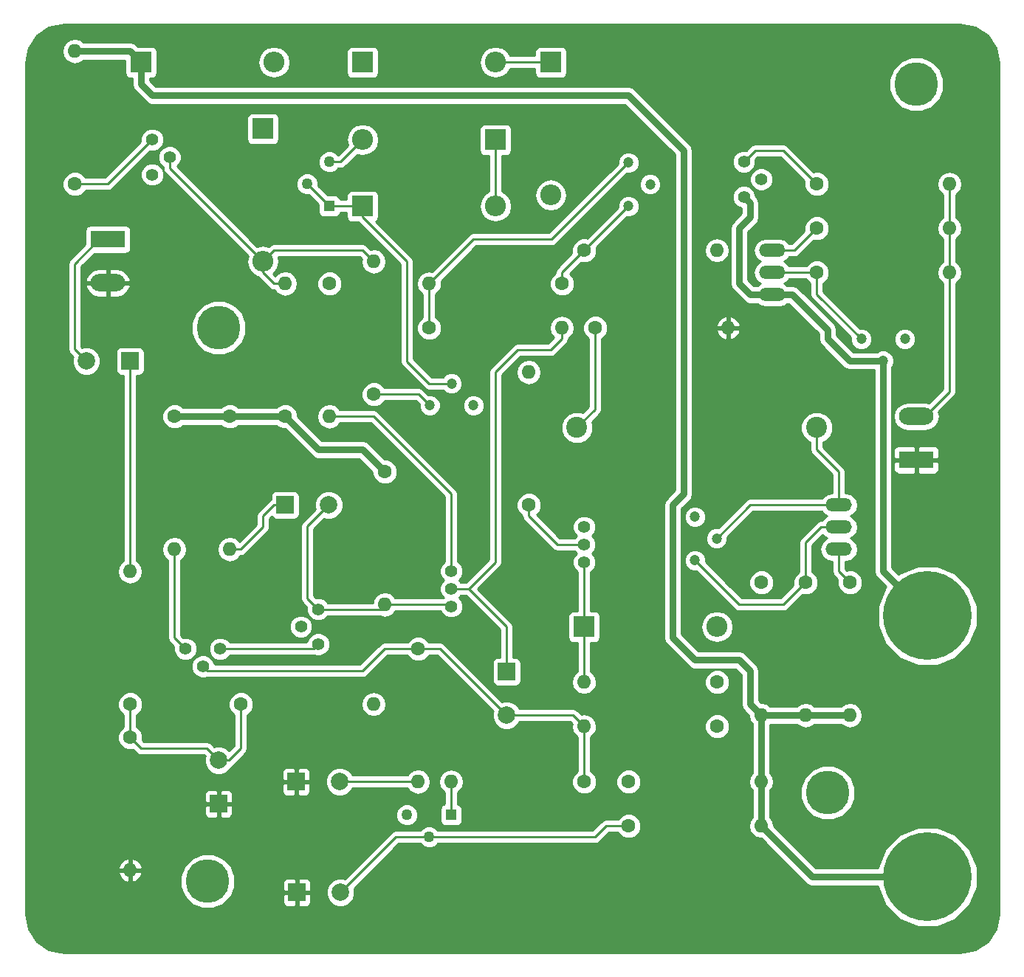
<source format=gbr>
G04 #@! TF.FileFunction,Copper,L1,Top,Signal*
%FSLAX46Y46*%
G04 Gerber Fmt 4.6, Leading zero omitted, Abs format (unit mm)*
G04 Created by KiCad (PCBNEW 4.0.7) date 06/09/18 16:01:23*
%MOMM*%
%LPD*%
G01*
G04 APERTURE LIST*
%ADD10C,0.100000*%
%ADD11C,1.400000*%
%ADD12R,2.000000X2.000000*%
%ADD13C,2.000000*%
%ADD14C,1.200000*%
%ADD15C,2.400000*%
%ADD16C,1.600000*%
%ADD17O,1.600000X1.600000*%
%ADD18R,3.960000X1.980000*%
%ADD19O,3.960000X1.980000*%
%ADD20C,10.160000*%
%ADD21R,2.400000X2.400000*%
%ADD22O,2.400000X2.400000*%
%ADD23O,3.010000X1.510000*%
%ADD24R,1.268000X1.268000*%
%ADD25C,1.268000*%
%ADD26C,5.000000*%
%ADD27C,0.250000*%
%ADD28C,0.800000*%
%ADD29C,0.254000*%
G04 APERTURE END LIST*
D10*
D11*
X243840000Y-43910000D03*
X241840000Y-41910000D03*
X241840000Y-45910000D03*
D12*
X171450000Y-64770000D03*
D13*
X166450000Y-64770000D03*
D11*
X175990000Y-41370000D03*
X173990000Y-39370000D03*
X173990000Y-43370000D03*
D14*
X255310000Y-62230000D03*
X260310000Y-62230000D03*
X257810000Y-64730000D03*
D15*
X250190000Y-72390000D03*
X222690000Y-72390000D03*
D11*
X191040000Y-95250000D03*
X193040000Y-97250000D03*
X193040000Y-93250000D03*
D14*
X236220000Y-87630000D03*
X236220000Y-82630000D03*
X238720000Y-85130000D03*
X210820000Y-69850000D03*
X205820000Y-69850000D03*
X208320000Y-67350000D03*
D16*
X189230000Y-71120000D03*
D17*
X189230000Y-55880000D03*
D12*
X181610000Y-115570000D03*
D13*
X181610000Y-110570000D03*
D12*
X190580000Y-125730000D03*
D13*
X195580000Y-125730000D03*
D12*
X189230000Y-81280000D03*
D13*
X194230000Y-81280000D03*
D12*
X214630000Y-100410000D03*
D13*
X214630000Y-105410000D03*
D12*
X190500000Y-113030000D03*
D13*
X195500000Y-113030000D03*
D18*
X168910000Y-50800000D03*
D19*
X168910000Y-55800000D03*
D18*
X261620000Y-76120000D03*
D19*
X261620000Y-71120000D03*
D20*
X262890000Y-93980000D03*
X262890000Y-123950000D03*
D16*
X171450000Y-107950000D03*
D17*
X171450000Y-123190000D03*
D16*
X184150000Y-104140000D03*
D17*
X199390000Y-104140000D03*
D16*
X182880000Y-71120000D03*
D17*
X182880000Y-86360000D03*
D16*
X228600000Y-118110000D03*
D17*
X243840000Y-118110000D03*
D16*
X200660000Y-77470000D03*
D17*
X200660000Y-92710000D03*
D16*
X165100000Y-44450000D03*
D17*
X165100000Y-29210000D03*
D16*
X176530000Y-71120000D03*
D17*
X176530000Y-86360000D03*
D16*
X223520000Y-113030000D03*
D17*
X208280000Y-113030000D03*
D16*
X194310000Y-55880000D03*
D17*
X194310000Y-71120000D03*
D16*
X204470000Y-97790000D03*
D17*
X204470000Y-113030000D03*
D16*
X199390000Y-68580000D03*
D17*
X199390000Y-53340000D03*
D16*
X205740000Y-60960000D03*
D17*
X220980000Y-60960000D03*
D16*
X238760000Y-106680000D03*
D17*
X223520000Y-106680000D03*
D16*
X220980000Y-55880000D03*
D17*
X205740000Y-55880000D03*
D16*
X228600000Y-113030000D03*
D17*
X243840000Y-113030000D03*
D16*
X223520000Y-52070000D03*
D17*
X238760000Y-52070000D03*
D16*
X217170000Y-81280000D03*
D17*
X217170000Y-66040000D03*
D16*
X250190000Y-44450000D03*
D17*
X265430000Y-44450000D03*
D16*
X238760000Y-101600000D03*
D17*
X223520000Y-101600000D03*
D16*
X243840000Y-90170000D03*
D17*
X243840000Y-105410000D03*
D16*
X250190000Y-54610000D03*
D17*
X265430000Y-54610000D03*
D16*
X248920000Y-90170000D03*
D17*
X248920000Y-105410000D03*
D16*
X250190000Y-49530000D03*
D17*
X265430000Y-49530000D03*
D16*
X254000000Y-90170000D03*
D17*
X254000000Y-105410000D03*
D16*
X224790000Y-60960000D03*
D17*
X240030000Y-60960000D03*
D11*
X179800000Y-99790000D03*
X181800000Y-97790000D03*
X177800000Y-97790000D03*
X208280000Y-90900000D03*
X208280000Y-88900000D03*
X208280000Y-92900000D03*
D21*
X186690000Y-38100000D03*
D22*
X186690000Y-53340000D03*
D21*
X172720000Y-30480000D03*
D22*
X187960000Y-30480000D03*
D21*
X219710000Y-30480000D03*
D22*
X219710000Y-45720000D03*
D21*
X198120000Y-30480000D03*
D22*
X213360000Y-30480000D03*
D21*
X213360000Y-39370000D03*
D22*
X198120000Y-39370000D03*
D21*
X198120000Y-46990000D03*
D22*
X213360000Y-46990000D03*
D14*
X228600000Y-46990000D03*
X228600000Y-41990000D03*
X231100000Y-44490000D03*
D11*
X223520000Y-85820000D03*
X223520000Y-87820000D03*
X223520000Y-83820000D03*
D23*
X245110000Y-52070000D03*
X245110000Y-54610000D03*
X245110000Y-57150000D03*
X252730000Y-86360000D03*
X252730000Y-83820000D03*
X252730000Y-81280000D03*
D21*
X223520000Y-95250000D03*
D22*
X238760000Y-95250000D03*
D16*
X171450000Y-104140000D03*
D17*
X171450000Y-88900000D03*
D24*
X194310000Y-46990000D03*
D25*
X191770000Y-44450000D03*
X194310000Y-41910000D03*
D24*
X208280000Y-116840000D03*
D25*
X205740000Y-119380000D03*
X203200000Y-116840000D03*
D26*
X261620000Y-33020000D03*
X251460000Y-114300000D03*
X181610000Y-60960000D03*
X180340000Y-124460000D03*
D27*
X171450000Y-64770000D02*
X171450000Y-88900000D01*
X165100000Y-53620000D02*
X165100000Y-63420000D01*
X165100000Y-63420000D02*
X166450000Y-64770000D01*
X168910000Y-50800000D02*
X167920000Y-50800000D01*
X167920000Y-50800000D02*
X165100000Y-53620000D01*
X171450000Y-107950000D02*
X172720000Y-109220000D01*
X172720000Y-109220000D02*
X180260000Y-109220000D01*
X180260000Y-109220000D02*
X181610000Y-110570000D01*
X184150000Y-104140000D02*
X184150000Y-109220000D01*
X184150000Y-109220000D02*
X182800000Y-110570000D01*
X182800000Y-110570000D02*
X181610000Y-110570000D01*
X171450000Y-104140000D02*
X171450000Y-107950000D01*
X205740000Y-119380000D02*
X201930000Y-119380000D01*
X201930000Y-119380000D02*
X195580000Y-125730000D01*
X224790000Y-119380000D02*
X205740000Y-119380000D01*
X226060000Y-118110000D02*
X224790000Y-119380000D01*
X228600000Y-118110000D02*
X226060000Y-118110000D01*
X187960000Y-81280000D02*
X186690000Y-82550000D01*
X184150000Y-86360000D02*
X186690000Y-83820000D01*
X186690000Y-83820000D02*
X186690000Y-82550000D01*
X182880000Y-86360000D02*
X184150000Y-86360000D01*
X189230000Y-81280000D02*
X187960000Y-81280000D01*
X191770000Y-83740000D02*
X191770000Y-91980000D01*
X191770000Y-91980000D02*
X193040000Y-93250000D01*
X194230000Y-81280000D02*
X191770000Y-83740000D01*
X193040000Y-93250000D02*
X200120000Y-93250000D01*
X200120000Y-93250000D02*
X200660000Y-92710000D01*
X200660000Y-92710000D02*
X208090000Y-92710000D01*
X208090000Y-92710000D02*
X208280000Y-92900000D01*
X220980000Y-60960000D02*
X220980000Y-62230000D01*
X220980000Y-62230000D02*
X219710000Y-63500000D01*
X213360000Y-66040000D02*
X213360000Y-87820000D01*
X219710000Y-63500000D02*
X215900000Y-63500000D01*
X215900000Y-63500000D02*
X213360000Y-66040000D01*
X213360000Y-87820000D02*
X210280000Y-90900000D01*
X210280000Y-90900000D02*
X214630000Y-95250000D01*
X214630000Y-95250000D02*
X214630000Y-100410000D01*
X208280000Y-90900000D02*
X210280000Y-90900000D01*
X214630000Y-105410000D02*
X222250000Y-105410000D01*
X222250000Y-105410000D02*
X223520000Y-106680000D01*
X179800000Y-99790000D02*
X180340000Y-100330000D01*
X180340000Y-100330000D02*
X198120000Y-100330000D01*
X198120000Y-100330000D02*
X200660000Y-97790000D01*
X200660000Y-97790000D02*
X204470000Y-97790000D01*
X204470000Y-97790000D02*
X207010000Y-97790000D01*
X207010000Y-97790000D02*
X214630000Y-105410000D01*
X223520000Y-106680000D02*
X223520000Y-113030000D01*
X204470000Y-113030000D02*
X195500000Y-113030000D01*
X252730000Y-77470000D02*
X252730000Y-81280000D01*
X250190000Y-74930000D02*
X252730000Y-77470000D01*
X250190000Y-72390000D02*
X250190000Y-74930000D01*
X251460000Y-81280000D02*
X252730000Y-81280000D01*
X265430000Y-68300000D02*
X262610000Y-71120000D01*
X262610000Y-71120000D02*
X261620000Y-71120000D01*
X265430000Y-49530000D02*
X265430000Y-54610000D01*
X265430000Y-54610000D02*
X265430000Y-68300000D01*
X265430000Y-44450000D02*
X265430000Y-49530000D01*
X251460000Y-81280000D02*
X242570000Y-81280000D01*
X242570000Y-81280000D02*
X238720000Y-85130000D01*
X224790000Y-60960000D02*
X224790000Y-70290000D01*
X224790000Y-70290000D02*
X222690000Y-72390000D01*
D28*
X245110000Y-57150000D02*
X242570000Y-57150000D01*
X242570000Y-46640000D02*
X241840000Y-45910000D01*
X242570000Y-57150000D02*
X241300000Y-55880000D01*
X241300000Y-55880000D02*
X241300000Y-49530000D01*
X241300000Y-49530000D02*
X242570000Y-48260000D01*
X242570000Y-48260000D02*
X242570000Y-46640000D01*
X193040000Y-74930000D02*
X198120000Y-74930000D01*
X189230000Y-71120000D02*
X193040000Y-74930000D01*
X187960000Y-71120000D02*
X189230000Y-71120000D01*
X182880000Y-71120000D02*
X176530000Y-71120000D01*
X257810000Y-88900000D02*
X262890000Y-93980000D01*
X257810000Y-64730000D02*
X257810000Y-88900000D01*
X198120000Y-74930000D02*
X200660000Y-77470000D01*
X182880000Y-71120000D02*
X187960000Y-71120000D01*
X251460000Y-62230000D02*
X253960000Y-64730000D01*
X253960000Y-64730000D02*
X257810000Y-64730000D01*
X251460000Y-61195000D02*
X251460000Y-62230000D01*
X245110000Y-57150000D02*
X247415000Y-57150000D01*
X247415000Y-57150000D02*
X251460000Y-61195000D01*
X243840000Y-105410000D02*
X242570000Y-104140000D01*
X242570000Y-104140000D02*
X242570000Y-100330000D01*
X242570000Y-100330000D02*
X241300000Y-99060000D01*
X228600000Y-34290000D02*
X173990000Y-34290000D01*
X241300000Y-99060000D02*
X236220000Y-99060000D01*
X236220000Y-99060000D02*
X233680000Y-96520000D01*
X234950000Y-40640000D02*
X228600000Y-34290000D01*
X233680000Y-96520000D02*
X233680000Y-81280000D01*
X233680000Y-81280000D02*
X234950000Y-80010000D01*
X173990000Y-34290000D02*
X172720000Y-33020000D01*
X234950000Y-80010000D02*
X234950000Y-40640000D01*
X172720000Y-33020000D02*
X172720000Y-30480000D01*
X165100000Y-29210000D02*
X171450000Y-29210000D01*
X171450000Y-29210000D02*
X172720000Y-30480000D01*
X262890000Y-123950000D02*
X249680000Y-123950000D01*
X249680000Y-123950000D02*
X243840000Y-118110000D01*
X248920000Y-105410000D02*
X254000000Y-105410000D01*
X243840000Y-105410000D02*
X248920000Y-105410000D01*
X243840000Y-105410000D02*
X243840000Y-113030000D01*
X243840000Y-118110000D02*
X243840000Y-113030000D01*
D27*
X208280000Y-113030000D02*
X208280000Y-116840000D01*
X165100000Y-44450000D02*
X168910000Y-44450000D01*
X168910000Y-44450000D02*
X173990000Y-39370000D01*
X176530000Y-86360000D02*
X176530000Y-96520000D01*
X176530000Y-96520000D02*
X177800000Y-97790000D01*
X187960000Y-55880000D02*
X189230000Y-55880000D01*
X186690000Y-54610000D02*
X187960000Y-55880000D01*
X175990000Y-41370000D02*
X175990000Y-42640000D01*
X175990000Y-42640000D02*
X186690000Y-53340000D01*
X198120000Y-52070000D02*
X187960000Y-52070000D01*
X187960000Y-52070000D02*
X186690000Y-53340000D01*
X186690000Y-54610000D02*
X186690000Y-53340000D01*
X198120000Y-52070000D02*
X199390000Y-53340000D01*
X199390000Y-71120000D02*
X194310000Y-71120000D01*
X199390000Y-71120000D02*
X208280000Y-80010000D01*
X208280000Y-80010000D02*
X208280000Y-88900000D01*
X199390000Y-68580000D02*
X204550000Y-68580000D01*
X204550000Y-68580000D02*
X205820000Y-69850000D01*
X205740000Y-55880000D02*
X210820000Y-50800000D01*
X210820000Y-50800000D02*
X219790000Y-50800000D01*
X219790000Y-50800000D02*
X221060000Y-49530000D01*
X221060000Y-49530000D02*
X228600000Y-41990000D01*
X205740000Y-55880000D02*
X205740000Y-60960000D01*
X223520000Y-52070000D02*
X228600000Y-46990000D01*
X220980000Y-55880000D02*
X220980000Y-54610000D01*
X220980000Y-54610000D02*
X223520000Y-52070000D01*
X203200000Y-53340000D02*
X198120000Y-48260000D01*
X208320000Y-67350000D02*
X205740000Y-67350000D01*
X205740000Y-67350000D02*
X203200000Y-64810000D01*
X203200000Y-64810000D02*
X203200000Y-53340000D01*
X198120000Y-48260000D02*
X198120000Y-46990000D01*
X194310000Y-46990000D02*
X191770000Y-44450000D01*
X198120000Y-46990000D02*
X196670000Y-46990000D01*
X196670000Y-46990000D02*
X194310000Y-46990000D01*
X194310000Y-41910000D02*
X195580000Y-41910000D01*
X195580000Y-41910000D02*
X198120000Y-39370000D01*
X217170000Y-82550000D02*
X220440000Y-85820000D01*
X220440000Y-85820000D02*
X223520000Y-85820000D01*
X217170000Y-81280000D02*
X217170000Y-82550000D01*
X250190000Y-44450000D02*
X246380000Y-40640000D01*
X246380000Y-40640000D02*
X243110000Y-40640000D01*
X243110000Y-40640000D02*
X241840000Y-41910000D01*
X223520000Y-95250000D02*
X223520000Y-101600000D01*
X223520000Y-87820000D02*
X223520000Y-95250000D01*
X245110000Y-54610000D02*
X245860000Y-54610000D01*
X245860000Y-54610000D02*
X250190000Y-54610000D01*
X250190000Y-54610000D02*
X250190000Y-57110000D01*
X250190000Y-57110000D02*
X255310000Y-62230000D01*
X248920000Y-90170000D02*
X246380000Y-92710000D01*
X246380000Y-92710000D02*
X241300000Y-92710000D01*
X241300000Y-92710000D02*
X240030000Y-91440000D01*
X240030000Y-91440000D02*
X236220000Y-87630000D01*
X252730000Y-83820000D02*
X250710000Y-83820000D01*
X250710000Y-83820000D02*
X248920000Y-85610000D01*
X248920000Y-85610000D02*
X248920000Y-90170000D01*
X245110000Y-52070000D02*
X247650000Y-52070000D01*
X247650000Y-52070000D02*
X250190000Y-49530000D01*
X252730000Y-86360000D02*
X252730000Y-88900000D01*
X252730000Y-88900000D02*
X254000000Y-90170000D01*
X181800000Y-97790000D02*
X192500000Y-97790000D01*
X192500000Y-97790000D02*
X193040000Y-97250000D01*
X219710000Y-30480000D02*
X213360000Y-30480000D01*
X213360000Y-39370000D02*
X213360000Y-46990000D01*
D29*
G36*
X268367005Y-26455498D02*
X269780221Y-27399779D01*
X270724502Y-28812997D01*
X271070000Y-30549931D01*
X271070000Y-128200069D01*
X270724502Y-129937003D01*
X269780221Y-131350221D01*
X268367005Y-132294502D01*
X266630069Y-132640000D01*
X163899931Y-132640000D01*
X162162997Y-132294502D01*
X160749779Y-131350221D01*
X159805498Y-129937005D01*
X159460000Y-128200069D01*
X159460000Y-125080854D01*
X177204457Y-125080854D01*
X177680727Y-126233515D01*
X178561847Y-127116174D01*
X179713674Y-127594454D01*
X180960854Y-127595543D01*
X182113515Y-127119273D01*
X182996174Y-126238153D01*
X183088523Y-126015750D01*
X188945000Y-126015750D01*
X188945000Y-126856310D01*
X189041673Y-127089699D01*
X189220302Y-127268327D01*
X189453691Y-127365000D01*
X190294250Y-127365000D01*
X190453000Y-127206250D01*
X190453000Y-125857000D01*
X190707000Y-125857000D01*
X190707000Y-127206250D01*
X190865750Y-127365000D01*
X191706309Y-127365000D01*
X191939698Y-127268327D01*
X192118327Y-127089699D01*
X192215000Y-126856310D01*
X192215000Y-126053795D01*
X193944716Y-126053795D01*
X194193106Y-126654943D01*
X194652637Y-127115278D01*
X195253352Y-127364716D01*
X195903795Y-127365284D01*
X196504943Y-127116894D01*
X196965278Y-126657363D01*
X197214716Y-126056648D01*
X197215284Y-125406205D01*
X197146081Y-125238721D01*
X202244802Y-120140000D01*
X204705602Y-120140000D01*
X205020231Y-120455178D01*
X205486473Y-120648779D01*
X205991312Y-120649220D01*
X206457892Y-120456433D01*
X206774877Y-120140000D01*
X224790000Y-120140000D01*
X225080839Y-120082148D01*
X225327401Y-119917401D01*
X226374802Y-118870000D01*
X227361354Y-118870000D01*
X227382757Y-118921800D01*
X227786077Y-119325824D01*
X228313309Y-119544750D01*
X228884187Y-119545248D01*
X229411800Y-119327243D01*
X229815824Y-118923923D01*
X230034750Y-118396691D01*
X230035248Y-117825813D01*
X229817243Y-117298200D01*
X229413923Y-116894176D01*
X228886691Y-116675250D01*
X228315813Y-116674752D01*
X227788200Y-116892757D01*
X227384176Y-117296077D01*
X227361785Y-117350000D01*
X226060000Y-117350000D01*
X225769160Y-117407852D01*
X225522599Y-117572599D01*
X224475198Y-118620000D01*
X206774398Y-118620000D01*
X206459769Y-118304822D01*
X205993527Y-118111221D01*
X205488688Y-118110780D01*
X205022108Y-118303567D01*
X204705123Y-118620000D01*
X201930000Y-118620000D01*
X201639161Y-118677852D01*
X201392599Y-118842599D01*
X196071473Y-124163725D01*
X195906648Y-124095284D01*
X195256205Y-124094716D01*
X194655057Y-124343106D01*
X194194722Y-124802637D01*
X193945284Y-125403352D01*
X193944716Y-126053795D01*
X192215000Y-126053795D01*
X192215000Y-126015750D01*
X192056250Y-125857000D01*
X190707000Y-125857000D01*
X190453000Y-125857000D01*
X189103750Y-125857000D01*
X188945000Y-126015750D01*
X183088523Y-126015750D01*
X183474454Y-125086326D01*
X183474875Y-124603690D01*
X188945000Y-124603690D01*
X188945000Y-125444250D01*
X189103750Y-125603000D01*
X190453000Y-125603000D01*
X190453000Y-124253750D01*
X190707000Y-124253750D01*
X190707000Y-125603000D01*
X192056250Y-125603000D01*
X192215000Y-125444250D01*
X192215000Y-124603690D01*
X192118327Y-124370301D01*
X191939698Y-124191673D01*
X191706309Y-124095000D01*
X190865750Y-124095000D01*
X190707000Y-124253750D01*
X190453000Y-124253750D01*
X190294250Y-124095000D01*
X189453691Y-124095000D01*
X189220302Y-124191673D01*
X189041673Y-124370301D01*
X188945000Y-124603690D01*
X183474875Y-124603690D01*
X183475543Y-123839146D01*
X182999273Y-122686485D01*
X182118153Y-121803826D01*
X180966326Y-121325546D01*
X179719146Y-121324457D01*
X178566485Y-121800727D01*
X177683826Y-122681847D01*
X177205546Y-123833674D01*
X177204457Y-125080854D01*
X159460000Y-125080854D01*
X159460000Y-123539041D01*
X170058086Y-123539041D01*
X170297611Y-124045134D01*
X170712577Y-124421041D01*
X171100961Y-124581904D01*
X171323000Y-124459915D01*
X171323000Y-123317000D01*
X171577000Y-123317000D01*
X171577000Y-124459915D01*
X171799039Y-124581904D01*
X172187423Y-124421041D01*
X172602389Y-124045134D01*
X172841914Y-123539041D01*
X172720629Y-123317000D01*
X171577000Y-123317000D01*
X171323000Y-123317000D01*
X170179371Y-123317000D01*
X170058086Y-123539041D01*
X159460000Y-123539041D01*
X159460000Y-122840959D01*
X170058086Y-122840959D01*
X170179371Y-123063000D01*
X171323000Y-123063000D01*
X171323000Y-121920085D01*
X171577000Y-121920085D01*
X171577000Y-123063000D01*
X172720629Y-123063000D01*
X172841914Y-122840959D01*
X172602389Y-122334866D01*
X172187423Y-121958959D01*
X171799039Y-121798096D01*
X171577000Y-121920085D01*
X171323000Y-121920085D01*
X171100961Y-121798096D01*
X170712577Y-121958959D01*
X170297611Y-122334866D01*
X170058086Y-122840959D01*
X159460000Y-122840959D01*
X159460000Y-115855750D01*
X179975000Y-115855750D01*
X179975000Y-116696309D01*
X180071673Y-116929698D01*
X180250301Y-117108327D01*
X180483690Y-117205000D01*
X181324250Y-117205000D01*
X181483000Y-117046250D01*
X181483000Y-115697000D01*
X181737000Y-115697000D01*
X181737000Y-117046250D01*
X181895750Y-117205000D01*
X182736310Y-117205000D01*
X182969699Y-117108327D01*
X182986713Y-117091312D01*
X201930780Y-117091312D01*
X202123567Y-117557892D01*
X202480231Y-117915178D01*
X202946473Y-118108779D01*
X203451312Y-118109220D01*
X203917892Y-117916433D01*
X204275178Y-117559769D01*
X204468779Y-117093527D01*
X204469220Y-116588688D01*
X204276433Y-116122108D01*
X203919769Y-115764822D01*
X203453527Y-115571221D01*
X202948688Y-115570780D01*
X202482108Y-115763567D01*
X202124822Y-116120231D01*
X201931221Y-116586473D01*
X201930780Y-117091312D01*
X182986713Y-117091312D01*
X183148327Y-116929698D01*
X183245000Y-116696309D01*
X183245000Y-115855750D01*
X183086250Y-115697000D01*
X181737000Y-115697000D01*
X181483000Y-115697000D01*
X180133750Y-115697000D01*
X179975000Y-115855750D01*
X159460000Y-115855750D01*
X159460000Y-114443691D01*
X179975000Y-114443691D01*
X179975000Y-115284250D01*
X180133750Y-115443000D01*
X181483000Y-115443000D01*
X181483000Y-114093750D01*
X181737000Y-114093750D01*
X181737000Y-115443000D01*
X183086250Y-115443000D01*
X183245000Y-115284250D01*
X183245000Y-114443691D01*
X183148327Y-114210302D01*
X182969699Y-114031673D01*
X182736310Y-113935000D01*
X181895750Y-113935000D01*
X181737000Y-114093750D01*
X181483000Y-114093750D01*
X181324250Y-113935000D01*
X180483690Y-113935000D01*
X180250301Y-114031673D01*
X180071673Y-114210302D01*
X179975000Y-114443691D01*
X159460000Y-114443691D01*
X159460000Y-113315750D01*
X188865000Y-113315750D01*
X188865000Y-114156310D01*
X188961673Y-114389699D01*
X189140302Y-114568327D01*
X189373691Y-114665000D01*
X190214250Y-114665000D01*
X190373000Y-114506250D01*
X190373000Y-113157000D01*
X190627000Y-113157000D01*
X190627000Y-114506250D01*
X190785750Y-114665000D01*
X191626309Y-114665000D01*
X191859698Y-114568327D01*
X192038327Y-114389699D01*
X192135000Y-114156310D01*
X192135000Y-113353795D01*
X193864716Y-113353795D01*
X194113106Y-113954943D01*
X194572637Y-114415278D01*
X195173352Y-114664716D01*
X195823795Y-114665284D01*
X196424943Y-114416894D01*
X196885278Y-113957363D01*
X196954773Y-113790000D01*
X203266333Y-113790000D01*
X203455302Y-114072811D01*
X203920849Y-114383880D01*
X204470000Y-114493113D01*
X205019151Y-114383880D01*
X205484698Y-114072811D01*
X205795767Y-113607264D01*
X205905000Y-113058113D01*
X205905000Y-113030000D01*
X206816887Y-113030000D01*
X206926120Y-113579151D01*
X207237189Y-114044698D01*
X207520000Y-114233667D01*
X207520000Y-115582269D01*
X207410683Y-115602838D01*
X207194559Y-115741910D01*
X207049569Y-115954110D01*
X206998560Y-116206000D01*
X206998560Y-117474000D01*
X207042838Y-117709317D01*
X207181910Y-117925441D01*
X207394110Y-118070431D01*
X207646000Y-118121440D01*
X208914000Y-118121440D01*
X209149317Y-118077162D01*
X209365441Y-117938090D01*
X209510431Y-117725890D01*
X209561440Y-117474000D01*
X209561440Y-116206000D01*
X209517162Y-115970683D01*
X209378090Y-115754559D01*
X209165890Y-115609569D01*
X209040000Y-115584076D01*
X209040000Y-114233667D01*
X209322811Y-114044698D01*
X209633880Y-113579151D01*
X209743113Y-113030000D01*
X209633880Y-112480849D01*
X209322811Y-112015302D01*
X208857264Y-111704233D01*
X208308113Y-111595000D01*
X208251887Y-111595000D01*
X207702736Y-111704233D01*
X207237189Y-112015302D01*
X206926120Y-112480849D01*
X206816887Y-113030000D01*
X205905000Y-113030000D01*
X205905000Y-113001887D01*
X205795767Y-112452736D01*
X205484698Y-111987189D01*
X205019151Y-111676120D01*
X204470000Y-111566887D01*
X203920849Y-111676120D01*
X203455302Y-111987189D01*
X203266333Y-112270000D01*
X196955047Y-112270000D01*
X196886894Y-112105057D01*
X196427363Y-111644722D01*
X195826648Y-111395284D01*
X195176205Y-111394716D01*
X194575057Y-111643106D01*
X194114722Y-112102637D01*
X193865284Y-112703352D01*
X193864716Y-113353795D01*
X192135000Y-113353795D01*
X192135000Y-113315750D01*
X191976250Y-113157000D01*
X190627000Y-113157000D01*
X190373000Y-113157000D01*
X189023750Y-113157000D01*
X188865000Y-113315750D01*
X159460000Y-113315750D01*
X159460000Y-104424187D01*
X170014752Y-104424187D01*
X170232757Y-104951800D01*
X170636077Y-105355824D01*
X170690000Y-105378215D01*
X170690000Y-106711354D01*
X170638200Y-106732757D01*
X170234176Y-107136077D01*
X170015250Y-107663309D01*
X170014752Y-108234187D01*
X170232757Y-108761800D01*
X170636077Y-109165824D01*
X171163309Y-109384750D01*
X171734187Y-109385248D01*
X171788149Y-109362951D01*
X172182599Y-109757401D01*
X172429160Y-109922148D01*
X172720000Y-109980000D01*
X179945198Y-109980000D01*
X180043725Y-110078527D01*
X179975284Y-110243352D01*
X179974716Y-110893795D01*
X180223106Y-111494943D01*
X180682637Y-111955278D01*
X181283352Y-112204716D01*
X181933795Y-112205284D01*
X182534943Y-111956894D01*
X182588240Y-111903690D01*
X188865000Y-111903690D01*
X188865000Y-112744250D01*
X189023750Y-112903000D01*
X190373000Y-112903000D01*
X190373000Y-111553750D01*
X190627000Y-111553750D01*
X190627000Y-112903000D01*
X191976250Y-112903000D01*
X192135000Y-112744250D01*
X192135000Y-111903690D01*
X192038327Y-111670301D01*
X191859698Y-111491673D01*
X191626309Y-111395000D01*
X190785750Y-111395000D01*
X190627000Y-111553750D01*
X190373000Y-111553750D01*
X190214250Y-111395000D01*
X189373691Y-111395000D01*
X189140302Y-111491673D01*
X188961673Y-111670301D01*
X188865000Y-111903690D01*
X182588240Y-111903690D01*
X182995278Y-111497363D01*
X183088611Y-111272591D01*
X183090839Y-111272148D01*
X183337401Y-111107401D01*
X184687401Y-109757401D01*
X184852148Y-109510840D01*
X184910000Y-109220000D01*
X184910000Y-105378646D01*
X184961800Y-105357243D01*
X185365824Y-104953923D01*
X185584750Y-104426691D01*
X185585000Y-104140000D01*
X197926887Y-104140000D01*
X198036120Y-104689151D01*
X198347189Y-105154698D01*
X198812736Y-105465767D01*
X199361887Y-105575000D01*
X199418113Y-105575000D01*
X199967264Y-105465767D01*
X200432811Y-105154698D01*
X200743880Y-104689151D01*
X200853113Y-104140000D01*
X200743880Y-103590849D01*
X200432811Y-103125302D01*
X199967264Y-102814233D01*
X199418113Y-102705000D01*
X199361887Y-102705000D01*
X198812736Y-102814233D01*
X198347189Y-103125302D01*
X198036120Y-103590849D01*
X197926887Y-104140000D01*
X185585000Y-104140000D01*
X185585248Y-103855813D01*
X185367243Y-103328200D01*
X184963923Y-102924176D01*
X184436691Y-102705250D01*
X183865813Y-102704752D01*
X183338200Y-102922757D01*
X182934176Y-103326077D01*
X182715250Y-103853309D01*
X182714752Y-104424187D01*
X182932757Y-104951800D01*
X183336077Y-105355824D01*
X183390000Y-105378215D01*
X183390000Y-108905198D01*
X182823669Y-109471529D01*
X182537363Y-109184722D01*
X181936648Y-108935284D01*
X181286205Y-108934716D01*
X181118721Y-109003919D01*
X180797401Y-108682599D01*
X180550839Y-108517852D01*
X180260000Y-108460000D01*
X173034802Y-108460000D01*
X172863256Y-108288454D01*
X172884750Y-108236691D01*
X172885248Y-107665813D01*
X172667243Y-107138200D01*
X172263923Y-106734176D01*
X172210000Y-106711785D01*
X172210000Y-105378646D01*
X172261800Y-105357243D01*
X172665824Y-104953923D01*
X172884750Y-104426691D01*
X172885248Y-103855813D01*
X172667243Y-103328200D01*
X172263923Y-102924176D01*
X171736691Y-102705250D01*
X171165813Y-102704752D01*
X170638200Y-102922757D01*
X170234176Y-103326077D01*
X170015250Y-103853309D01*
X170014752Y-104424187D01*
X159460000Y-104424187D01*
X159460000Y-100054383D01*
X178464769Y-100054383D01*
X178667582Y-100545229D01*
X179042796Y-100921098D01*
X179533287Y-101124768D01*
X180064383Y-101125231D01*
X180211507Y-101064441D01*
X180340000Y-101090000D01*
X198120000Y-101090000D01*
X198410839Y-101032148D01*
X198657401Y-100867401D01*
X200974802Y-98550000D01*
X203231354Y-98550000D01*
X203252757Y-98601800D01*
X203656077Y-99005824D01*
X204183309Y-99224750D01*
X204754187Y-99225248D01*
X205281800Y-99007243D01*
X205685824Y-98603923D01*
X205708215Y-98550000D01*
X206695198Y-98550000D01*
X213063725Y-104918527D01*
X212995284Y-105083352D01*
X212994716Y-105733795D01*
X213243106Y-106334943D01*
X213702637Y-106795278D01*
X214303352Y-107044716D01*
X214953795Y-107045284D01*
X215554943Y-106796894D01*
X216015278Y-106337363D01*
X216084773Y-106170000D01*
X221935198Y-106170000D01*
X222121312Y-106356114D01*
X222056887Y-106680000D01*
X222166120Y-107229151D01*
X222477189Y-107694698D01*
X222760000Y-107883667D01*
X222760000Y-111791354D01*
X222708200Y-111812757D01*
X222304176Y-112216077D01*
X222085250Y-112743309D01*
X222084752Y-113314187D01*
X222302757Y-113841800D01*
X222706077Y-114245824D01*
X223233309Y-114464750D01*
X223804187Y-114465248D01*
X224331800Y-114247243D01*
X224735824Y-113843923D01*
X224954750Y-113316691D01*
X224954752Y-113314187D01*
X227164752Y-113314187D01*
X227382757Y-113841800D01*
X227786077Y-114245824D01*
X228313309Y-114464750D01*
X228884187Y-114465248D01*
X229411800Y-114247243D01*
X229815824Y-113843923D01*
X230034750Y-113316691D01*
X230035248Y-112745813D01*
X229817243Y-112218200D01*
X229413923Y-111814176D01*
X228886691Y-111595250D01*
X228315813Y-111594752D01*
X227788200Y-111812757D01*
X227384176Y-112216077D01*
X227165250Y-112743309D01*
X227164752Y-113314187D01*
X224954752Y-113314187D01*
X224955248Y-112745813D01*
X224737243Y-112218200D01*
X224333923Y-111814176D01*
X224280000Y-111791785D01*
X224280000Y-107883667D01*
X224562811Y-107694698D01*
X224873880Y-107229151D01*
X224926584Y-106964187D01*
X237324752Y-106964187D01*
X237542757Y-107491800D01*
X237946077Y-107895824D01*
X238473309Y-108114750D01*
X239044187Y-108115248D01*
X239571800Y-107897243D01*
X239975824Y-107493923D01*
X240194750Y-106966691D01*
X240195248Y-106395813D01*
X239977243Y-105868200D01*
X239573923Y-105464176D01*
X239046691Y-105245250D01*
X238475813Y-105244752D01*
X237948200Y-105462757D01*
X237544176Y-105866077D01*
X237325250Y-106393309D01*
X237324752Y-106964187D01*
X224926584Y-106964187D01*
X224983113Y-106680000D01*
X224873880Y-106130849D01*
X224562811Y-105665302D01*
X224097264Y-105354233D01*
X223548113Y-105245000D01*
X223491887Y-105245000D01*
X223214898Y-105300096D01*
X222787401Y-104872599D01*
X222540839Y-104707852D01*
X222250000Y-104650000D01*
X216085047Y-104650000D01*
X216016894Y-104485057D01*
X215557363Y-104024722D01*
X214956648Y-103775284D01*
X214306205Y-103774716D01*
X214138721Y-103843919D01*
X207547401Y-97252599D01*
X207300839Y-97087852D01*
X207010000Y-97030000D01*
X205708646Y-97030000D01*
X205687243Y-96978200D01*
X205283923Y-96574176D01*
X204756691Y-96355250D01*
X204185813Y-96354752D01*
X203658200Y-96572757D01*
X203254176Y-96976077D01*
X203231785Y-97030000D01*
X200660000Y-97030000D01*
X200417414Y-97078254D01*
X200369160Y-97087852D01*
X200122599Y-97252599D01*
X197805198Y-99570000D01*
X181135192Y-99570000D01*
X181135231Y-99525617D01*
X180932418Y-99034771D01*
X180557204Y-98658902D01*
X180066713Y-98455232D01*
X179535617Y-98454769D01*
X179044771Y-98657582D01*
X178668902Y-99032796D01*
X178465232Y-99523287D01*
X178464769Y-100054383D01*
X159460000Y-100054383D01*
X159460000Y-53620000D01*
X164340000Y-53620000D01*
X164340000Y-63420000D01*
X164397852Y-63710839D01*
X164562599Y-63957401D01*
X164883725Y-64278527D01*
X164815284Y-64443352D01*
X164814716Y-65093795D01*
X165063106Y-65694943D01*
X165522637Y-66155278D01*
X166123352Y-66404716D01*
X166773795Y-66405284D01*
X167374943Y-66156894D01*
X167835278Y-65697363D01*
X168084716Y-65096648D01*
X168085284Y-64446205D01*
X167836894Y-63845057D01*
X167761969Y-63770000D01*
X169802560Y-63770000D01*
X169802560Y-65770000D01*
X169846838Y-66005317D01*
X169985910Y-66221441D01*
X170198110Y-66366431D01*
X170450000Y-66417440D01*
X170690000Y-66417440D01*
X170690000Y-87687005D01*
X170435302Y-87857189D01*
X170124233Y-88322736D01*
X170015000Y-88871887D01*
X170015000Y-88928113D01*
X170124233Y-89477264D01*
X170435302Y-89942811D01*
X170900849Y-90253880D01*
X171450000Y-90363113D01*
X171999151Y-90253880D01*
X172464698Y-89942811D01*
X172775767Y-89477264D01*
X172885000Y-88928113D01*
X172885000Y-88871887D01*
X172775767Y-88322736D01*
X172464698Y-87857189D01*
X172210000Y-87687005D01*
X172210000Y-86331887D01*
X175095000Y-86331887D01*
X175095000Y-86388113D01*
X175204233Y-86937264D01*
X175515302Y-87402811D01*
X175770000Y-87572995D01*
X175770000Y-96520000D01*
X175827852Y-96810839D01*
X175992599Y-97057401D01*
X176465226Y-97530028D01*
X176464769Y-98054383D01*
X176667582Y-98545229D01*
X177042796Y-98921098D01*
X177533287Y-99124768D01*
X178064383Y-99125231D01*
X178555229Y-98922418D01*
X178931098Y-98547204D01*
X179134768Y-98056713D01*
X179134770Y-98054383D01*
X180464769Y-98054383D01*
X180667582Y-98545229D01*
X181042796Y-98921098D01*
X181533287Y-99124768D01*
X182064383Y-99125231D01*
X182555229Y-98922418D01*
X182928297Y-98550000D01*
X192500000Y-98550000D01*
X192628162Y-98524507D01*
X192773287Y-98584768D01*
X193304383Y-98585231D01*
X193795229Y-98382418D01*
X194171098Y-98007204D01*
X194374768Y-97516713D01*
X194375231Y-96985617D01*
X194172418Y-96494771D01*
X193797204Y-96118902D01*
X193306713Y-95915232D01*
X192775617Y-95914769D01*
X192284771Y-96117582D01*
X191908902Y-96492796D01*
X191705232Y-96983287D01*
X191705191Y-97030000D01*
X182927655Y-97030000D01*
X182557204Y-96658902D01*
X182066713Y-96455232D01*
X181535617Y-96454769D01*
X181044771Y-96657582D01*
X180668902Y-97032796D01*
X180465232Y-97523287D01*
X180464769Y-98054383D01*
X179134770Y-98054383D01*
X179135231Y-97525617D01*
X178932418Y-97034771D01*
X178557204Y-96658902D01*
X178066713Y-96455232D01*
X177539574Y-96454772D01*
X177290000Y-96205198D01*
X177290000Y-95514383D01*
X189704769Y-95514383D01*
X189907582Y-96005229D01*
X190282796Y-96381098D01*
X190773287Y-96584768D01*
X191304383Y-96585231D01*
X191795229Y-96382418D01*
X192171098Y-96007204D01*
X192374768Y-95516713D01*
X192375231Y-94985617D01*
X192172418Y-94494771D01*
X191797204Y-94118902D01*
X191306713Y-93915232D01*
X190775617Y-93914769D01*
X190284771Y-94117582D01*
X189908902Y-94492796D01*
X189705232Y-94983287D01*
X189704769Y-95514383D01*
X177290000Y-95514383D01*
X177290000Y-87572995D01*
X177544698Y-87402811D01*
X177855767Y-86937264D01*
X177965000Y-86388113D01*
X177965000Y-86331887D01*
X181445000Y-86331887D01*
X181445000Y-86388113D01*
X181554233Y-86937264D01*
X181865302Y-87402811D01*
X182330849Y-87713880D01*
X182880000Y-87823113D01*
X183429151Y-87713880D01*
X183894698Y-87402811D01*
X184083667Y-87120000D01*
X184150000Y-87120000D01*
X184440839Y-87062148D01*
X184687401Y-86897401D01*
X187227401Y-84357401D01*
X187392148Y-84110840D01*
X187408061Y-84030839D01*
X187450000Y-83820000D01*
X187450000Y-83740000D01*
X191010000Y-83740000D01*
X191010000Y-91980000D01*
X191067852Y-92270839D01*
X191232599Y-92517401D01*
X191705226Y-92990028D01*
X191704769Y-93514383D01*
X191907582Y-94005229D01*
X192282796Y-94381098D01*
X192773287Y-94584768D01*
X193304383Y-94585231D01*
X193795229Y-94382418D01*
X194168297Y-94010000D01*
X200030212Y-94010000D01*
X200110849Y-94063880D01*
X200660000Y-94173113D01*
X201209151Y-94063880D01*
X201674698Y-93752811D01*
X201863667Y-93470000D01*
X207071047Y-93470000D01*
X207147582Y-93655229D01*
X207522796Y-94031098D01*
X208013287Y-94234768D01*
X208544383Y-94235231D01*
X209035229Y-94032418D01*
X209411098Y-93657204D01*
X209614768Y-93166713D01*
X209615231Y-92635617D01*
X209412418Y-92144771D01*
X209167976Y-91899902D01*
X209408297Y-91660000D01*
X209965198Y-91660000D01*
X213870000Y-95564802D01*
X213870000Y-98762560D01*
X213630000Y-98762560D01*
X213394683Y-98806838D01*
X213178559Y-98945910D01*
X213033569Y-99158110D01*
X212982560Y-99410000D01*
X212982560Y-101410000D01*
X213026838Y-101645317D01*
X213165910Y-101861441D01*
X213378110Y-102006431D01*
X213630000Y-102057440D01*
X215630000Y-102057440D01*
X215865317Y-102013162D01*
X216081441Y-101874090D01*
X216226431Y-101661890D01*
X216277440Y-101410000D01*
X216277440Y-99410000D01*
X216233162Y-99174683D01*
X216094090Y-98958559D01*
X215881890Y-98813569D01*
X215630000Y-98762560D01*
X215390000Y-98762560D01*
X215390000Y-95250000D01*
X215332148Y-94959161D01*
X215167401Y-94712599D01*
X211354802Y-90900000D01*
X213897401Y-88357401D01*
X214062148Y-88110839D01*
X214120000Y-87820000D01*
X214120000Y-81564187D01*
X215734752Y-81564187D01*
X215952757Y-82091800D01*
X216356077Y-82495824D01*
X216410000Y-82518215D01*
X216410000Y-82550000D01*
X216467852Y-82840839D01*
X216632599Y-83087401D01*
X219902599Y-86357401D01*
X220149160Y-86522148D01*
X220440000Y-86580000D01*
X222392345Y-86580000D01*
X222632024Y-86820098D01*
X222388902Y-87062796D01*
X222185232Y-87553287D01*
X222184769Y-88084383D01*
X222387582Y-88575229D01*
X222760000Y-88948297D01*
X222760000Y-93402560D01*
X222320000Y-93402560D01*
X222084683Y-93446838D01*
X221868559Y-93585910D01*
X221723569Y-93798110D01*
X221672560Y-94050000D01*
X221672560Y-96450000D01*
X221716838Y-96685317D01*
X221855910Y-96901441D01*
X222068110Y-97046431D01*
X222320000Y-97097440D01*
X222760000Y-97097440D01*
X222760000Y-100396333D01*
X222477189Y-100585302D01*
X222166120Y-101050849D01*
X222056887Y-101600000D01*
X222166120Y-102149151D01*
X222477189Y-102614698D01*
X222942736Y-102925767D01*
X223491887Y-103035000D01*
X223548113Y-103035000D01*
X224097264Y-102925767D01*
X224562811Y-102614698D01*
X224873880Y-102149151D01*
X224926584Y-101884187D01*
X237324752Y-101884187D01*
X237542757Y-102411800D01*
X237946077Y-102815824D01*
X238473309Y-103034750D01*
X239044187Y-103035248D01*
X239571800Y-102817243D01*
X239975824Y-102413923D01*
X240194750Y-101886691D01*
X240195248Y-101315813D01*
X239977243Y-100788200D01*
X239573923Y-100384176D01*
X239046691Y-100165250D01*
X238475813Y-100164752D01*
X237948200Y-100382757D01*
X237544176Y-100786077D01*
X237325250Y-101313309D01*
X237324752Y-101884187D01*
X224926584Y-101884187D01*
X224983113Y-101600000D01*
X224873880Y-101050849D01*
X224562811Y-100585302D01*
X224280000Y-100396333D01*
X224280000Y-97097440D01*
X224720000Y-97097440D01*
X224955317Y-97053162D01*
X225171441Y-96914090D01*
X225316431Y-96701890D01*
X225367440Y-96450000D01*
X225367440Y-94050000D01*
X225323162Y-93814683D01*
X225184090Y-93598559D01*
X224971890Y-93453569D01*
X224720000Y-93402560D01*
X224280000Y-93402560D01*
X224280000Y-88947655D01*
X224651098Y-88577204D01*
X224854768Y-88086713D01*
X224855231Y-87555617D01*
X224652418Y-87064771D01*
X224407976Y-86819902D01*
X224651098Y-86577204D01*
X224854768Y-86086713D01*
X224855231Y-85555617D01*
X224652418Y-85064771D01*
X224407976Y-84819902D01*
X224651098Y-84577204D01*
X224854768Y-84086713D01*
X224855231Y-83555617D01*
X224652418Y-83064771D01*
X224277204Y-82688902D01*
X223786713Y-82485232D01*
X223255617Y-82484769D01*
X222764771Y-82687582D01*
X222388902Y-83062796D01*
X222185232Y-83553287D01*
X222184769Y-84084383D01*
X222387582Y-84575229D01*
X222632024Y-84820098D01*
X222391703Y-85060000D01*
X220754802Y-85060000D01*
X218087014Y-82392212D01*
X218385824Y-82093923D01*
X218604750Y-81566691D01*
X218605248Y-80995813D01*
X218387243Y-80468200D01*
X217983923Y-80064176D01*
X217456691Y-79845250D01*
X216885813Y-79844752D01*
X216358200Y-80062757D01*
X215954176Y-80466077D01*
X215735250Y-80993309D01*
X215734752Y-81564187D01*
X214120000Y-81564187D01*
X214120000Y-72753403D01*
X220854682Y-72753403D01*
X221133455Y-73428086D01*
X221649199Y-73944730D01*
X222323395Y-74224681D01*
X223053403Y-74225318D01*
X223728086Y-73946545D01*
X224244730Y-73430801D01*
X224524681Y-72756605D01*
X224525318Y-72026597D01*
X224409209Y-71745593D01*
X225327401Y-70827401D01*
X225492148Y-70580840D01*
X225524568Y-70417852D01*
X225550000Y-70290000D01*
X225550000Y-62198646D01*
X225601800Y-62177243D01*
X226005824Y-61773923D01*
X226224750Y-61246691D01*
X226225248Y-60675813D01*
X226007243Y-60148200D01*
X225603923Y-59744176D01*
X225076691Y-59525250D01*
X224505813Y-59524752D01*
X223978200Y-59742757D01*
X223574176Y-60146077D01*
X223355250Y-60673309D01*
X223354752Y-61244187D01*
X223572757Y-61771800D01*
X223976077Y-62175824D01*
X224030000Y-62198215D01*
X224030000Y-69975198D01*
X223334491Y-70670707D01*
X223056605Y-70555319D01*
X222326597Y-70554682D01*
X221651914Y-70833455D01*
X221135270Y-71349199D01*
X220855319Y-72023395D01*
X220854682Y-72753403D01*
X214120000Y-72753403D01*
X214120000Y-66354802D01*
X214462915Y-66011887D01*
X215735000Y-66011887D01*
X215735000Y-66068113D01*
X215844233Y-66617264D01*
X216155302Y-67082811D01*
X216620849Y-67393880D01*
X217170000Y-67503113D01*
X217719151Y-67393880D01*
X218184698Y-67082811D01*
X218495767Y-66617264D01*
X218605000Y-66068113D01*
X218605000Y-66011887D01*
X218495767Y-65462736D01*
X218184698Y-64997189D01*
X217719151Y-64686120D01*
X217170000Y-64576887D01*
X216620849Y-64686120D01*
X216155302Y-64997189D01*
X215844233Y-65462736D01*
X215735000Y-66011887D01*
X214462915Y-66011887D01*
X216214802Y-64260000D01*
X219710000Y-64260000D01*
X220000839Y-64202148D01*
X220247401Y-64037401D01*
X221517401Y-62767401D01*
X221682148Y-62520840D01*
X221740000Y-62230000D01*
X221740000Y-62163667D01*
X222022811Y-61974698D01*
X222333880Y-61509151D01*
X222443113Y-60960000D01*
X222333880Y-60410849D01*
X222022811Y-59945302D01*
X221557264Y-59634233D01*
X221008113Y-59525000D01*
X220951887Y-59525000D01*
X220402736Y-59634233D01*
X219937189Y-59945302D01*
X219626120Y-60410849D01*
X219516887Y-60960000D01*
X219626120Y-61509151D01*
X219937189Y-61974698D01*
X220071054Y-62064144D01*
X219395198Y-62740000D01*
X215900000Y-62740000D01*
X215657414Y-62788254D01*
X215609160Y-62797852D01*
X215362599Y-62962599D01*
X212822599Y-65502599D01*
X212657852Y-65749161D01*
X212600000Y-66040000D01*
X212600000Y-87505198D01*
X209965198Y-90140000D01*
X209407655Y-90140000D01*
X209167976Y-89899902D01*
X209411098Y-89657204D01*
X209614768Y-89166713D01*
X209615231Y-88635617D01*
X209412418Y-88144771D01*
X209040000Y-87771703D01*
X209040000Y-80010000D01*
X208982148Y-79719161D01*
X208817401Y-79472599D01*
X199927401Y-70582599D01*
X199680839Y-70417852D01*
X199390000Y-70360000D01*
X195513667Y-70360000D01*
X195324698Y-70077189D01*
X194859151Y-69766120D01*
X194310000Y-69656887D01*
X193760849Y-69766120D01*
X193295302Y-70077189D01*
X192984233Y-70542736D01*
X192875000Y-71091887D01*
X192875000Y-71148113D01*
X192984233Y-71697264D01*
X193295302Y-72162811D01*
X193760849Y-72473880D01*
X194310000Y-72583113D01*
X194859151Y-72473880D01*
X195324698Y-72162811D01*
X195513667Y-71880000D01*
X199075198Y-71880000D01*
X207520000Y-80324802D01*
X207520000Y-87772345D01*
X207148902Y-88142796D01*
X206945232Y-88633287D01*
X206944769Y-89164383D01*
X207147582Y-89655229D01*
X207392024Y-89900098D01*
X207148902Y-90142796D01*
X206945232Y-90633287D01*
X206944769Y-91164383D01*
X207147582Y-91655229D01*
X207392024Y-91900098D01*
X207342035Y-91950000D01*
X201863667Y-91950000D01*
X201674698Y-91667189D01*
X201209151Y-91356120D01*
X200660000Y-91246887D01*
X200110849Y-91356120D01*
X199645302Y-91667189D01*
X199334233Y-92132736D01*
X199263169Y-92490000D01*
X194167655Y-92490000D01*
X193797204Y-92118902D01*
X193306713Y-91915232D01*
X192779574Y-91914772D01*
X192530000Y-91665198D01*
X192530000Y-84054802D01*
X193738527Y-82846275D01*
X193903352Y-82914716D01*
X194553795Y-82915284D01*
X195154943Y-82666894D01*
X195615278Y-82207363D01*
X195864716Y-81606648D01*
X195865284Y-80956205D01*
X195616894Y-80355057D01*
X195157363Y-79894722D01*
X194556648Y-79645284D01*
X193906205Y-79644716D01*
X193305057Y-79893106D01*
X192844722Y-80352637D01*
X192595284Y-80953352D01*
X192594716Y-81603795D01*
X192663919Y-81771279D01*
X191232599Y-83202599D01*
X191067852Y-83449161D01*
X191010000Y-83740000D01*
X187450000Y-83740000D01*
X187450000Y-82864802D01*
X187694436Y-82620366D01*
X187765910Y-82731441D01*
X187978110Y-82876431D01*
X188230000Y-82927440D01*
X190230000Y-82927440D01*
X190465317Y-82883162D01*
X190681441Y-82744090D01*
X190826431Y-82531890D01*
X190877440Y-82280000D01*
X190877440Y-80280000D01*
X190833162Y-80044683D01*
X190694090Y-79828559D01*
X190481890Y-79683569D01*
X190230000Y-79632560D01*
X188230000Y-79632560D01*
X187994683Y-79676838D01*
X187778559Y-79815910D01*
X187633569Y-80028110D01*
X187582560Y-80280000D01*
X187582560Y-80635716D01*
X187422599Y-80742599D01*
X186152599Y-82012599D01*
X185987852Y-82259161D01*
X185930000Y-82550000D01*
X185930000Y-83505198D01*
X183984144Y-85451054D01*
X183894698Y-85317189D01*
X183429151Y-85006120D01*
X182880000Y-84896887D01*
X182330849Y-85006120D01*
X181865302Y-85317189D01*
X181554233Y-85782736D01*
X181445000Y-86331887D01*
X177965000Y-86331887D01*
X177855767Y-85782736D01*
X177544698Y-85317189D01*
X177079151Y-85006120D01*
X176530000Y-84896887D01*
X175980849Y-85006120D01*
X175515302Y-85317189D01*
X175204233Y-85782736D01*
X175095000Y-86331887D01*
X172210000Y-86331887D01*
X172210000Y-71404187D01*
X175094752Y-71404187D01*
X175312757Y-71931800D01*
X175716077Y-72335824D01*
X176243309Y-72554750D01*
X176814187Y-72555248D01*
X177341800Y-72337243D01*
X177524361Y-72155000D01*
X181885568Y-72155000D01*
X182066077Y-72335824D01*
X182593309Y-72554750D01*
X183164187Y-72555248D01*
X183691800Y-72337243D01*
X183874361Y-72155000D01*
X188235568Y-72155000D01*
X188416077Y-72335824D01*
X188943309Y-72554750D01*
X189201263Y-72554975D01*
X192308142Y-75661853D01*
X192308144Y-75661856D01*
X192643923Y-75886215D01*
X193040000Y-75965001D01*
X193040005Y-75965000D01*
X197691288Y-75965000D01*
X199224975Y-77498686D01*
X199224752Y-77754187D01*
X199442757Y-78281800D01*
X199846077Y-78685824D01*
X200373309Y-78904750D01*
X200944187Y-78905248D01*
X201471800Y-78687243D01*
X201875824Y-78283923D01*
X202094750Y-77756691D01*
X202095248Y-77185813D01*
X201877243Y-76658200D01*
X201473923Y-76254176D01*
X200946691Y-76035250D01*
X200688736Y-76035025D01*
X198851856Y-74198144D01*
X198516077Y-73973785D01*
X198120000Y-73894999D01*
X198119995Y-73895000D01*
X193468711Y-73895000D01*
X190665025Y-71091313D01*
X190665248Y-70835813D01*
X190447243Y-70308200D01*
X190043923Y-69904176D01*
X189516691Y-69685250D01*
X188945813Y-69684752D01*
X188418200Y-69902757D01*
X188235639Y-70085000D01*
X183874432Y-70085000D01*
X183693923Y-69904176D01*
X183166691Y-69685250D01*
X182595813Y-69684752D01*
X182068200Y-69902757D01*
X181885639Y-70085000D01*
X177524432Y-70085000D01*
X177343923Y-69904176D01*
X176816691Y-69685250D01*
X176245813Y-69684752D01*
X175718200Y-69902757D01*
X175314176Y-70306077D01*
X175095250Y-70833309D01*
X175094752Y-71404187D01*
X172210000Y-71404187D01*
X172210000Y-68864187D01*
X197954752Y-68864187D01*
X198172757Y-69391800D01*
X198576077Y-69795824D01*
X199103309Y-70014750D01*
X199674187Y-70015248D01*
X200201800Y-69797243D01*
X200605824Y-69393923D01*
X200628215Y-69340000D01*
X204235198Y-69340000D01*
X204585139Y-69689941D01*
X204584786Y-70094579D01*
X204772408Y-70548657D01*
X205119515Y-70896371D01*
X205573266Y-71084785D01*
X206064579Y-71085214D01*
X206518657Y-70897592D01*
X206866371Y-70550485D01*
X207054785Y-70096734D01*
X207054786Y-70094579D01*
X209584786Y-70094579D01*
X209772408Y-70548657D01*
X210119515Y-70896371D01*
X210573266Y-71084785D01*
X211064579Y-71085214D01*
X211518657Y-70897592D01*
X211866371Y-70550485D01*
X212054785Y-70096734D01*
X212055214Y-69605421D01*
X211867592Y-69151343D01*
X211520485Y-68803629D01*
X211066734Y-68615215D01*
X210575421Y-68614786D01*
X210121343Y-68802408D01*
X209773629Y-69149515D01*
X209585215Y-69603266D01*
X209584786Y-70094579D01*
X207054786Y-70094579D01*
X207055214Y-69605421D01*
X206867592Y-69151343D01*
X206520485Y-68803629D01*
X206066734Y-68615215D01*
X205659662Y-68614860D01*
X205087401Y-68042599D01*
X204840839Y-67877852D01*
X204550000Y-67820000D01*
X200628646Y-67820000D01*
X200607243Y-67768200D01*
X200203923Y-67364176D01*
X199676691Y-67145250D01*
X199105813Y-67144752D01*
X198578200Y-67362757D01*
X198174176Y-67766077D01*
X197955250Y-68293309D01*
X197954752Y-68864187D01*
X172210000Y-68864187D01*
X172210000Y-66417440D01*
X172450000Y-66417440D01*
X172685317Y-66373162D01*
X172901441Y-66234090D01*
X173046431Y-66021890D01*
X173097440Y-65770000D01*
X173097440Y-63770000D01*
X173053162Y-63534683D01*
X172914090Y-63318559D01*
X172701890Y-63173569D01*
X172450000Y-63122560D01*
X170450000Y-63122560D01*
X170214683Y-63166838D01*
X169998559Y-63305910D01*
X169853569Y-63518110D01*
X169802560Y-63770000D01*
X167761969Y-63770000D01*
X167377363Y-63384722D01*
X166776648Y-63135284D01*
X166126205Y-63134716D01*
X165958721Y-63203919D01*
X165860000Y-63105198D01*
X165860000Y-61580854D01*
X178474457Y-61580854D01*
X178950727Y-62733515D01*
X179831847Y-63616174D01*
X180983674Y-64094454D01*
X182230854Y-64095543D01*
X183383515Y-63619273D01*
X184266174Y-62738153D01*
X184744454Y-61586326D01*
X184745543Y-60339146D01*
X184269273Y-59186485D01*
X183388153Y-58303826D01*
X182236326Y-57825546D01*
X180989146Y-57824457D01*
X179836485Y-58300727D01*
X178953826Y-59181847D01*
X178475546Y-60333674D01*
X178474457Y-61580854D01*
X165860000Y-61580854D01*
X165860000Y-56178865D01*
X166339782Y-56178865D01*
X166370095Y-56304528D01*
X166681149Y-56859246D01*
X167180807Y-57252703D01*
X167793000Y-57425000D01*
X168783000Y-57425000D01*
X168783000Y-55927000D01*
X169037000Y-55927000D01*
X169037000Y-57425000D01*
X170027000Y-57425000D01*
X170639193Y-57252703D01*
X171138851Y-56859246D01*
X171449905Y-56304528D01*
X171480218Y-56178865D01*
X171360740Y-55927000D01*
X169037000Y-55927000D01*
X168783000Y-55927000D01*
X166459260Y-55927000D01*
X166339782Y-56178865D01*
X165860000Y-56178865D01*
X165860000Y-55421135D01*
X166339782Y-55421135D01*
X166459260Y-55673000D01*
X168783000Y-55673000D01*
X168783000Y-54175000D01*
X169037000Y-54175000D01*
X169037000Y-55673000D01*
X171360740Y-55673000D01*
X171480218Y-55421135D01*
X171449905Y-55295472D01*
X171138851Y-54740754D01*
X170639193Y-54347297D01*
X170027000Y-54175000D01*
X169037000Y-54175000D01*
X168783000Y-54175000D01*
X167793000Y-54175000D01*
X167180807Y-54347297D01*
X166681149Y-54740754D01*
X166370095Y-55295472D01*
X166339782Y-55421135D01*
X165860000Y-55421135D01*
X165860000Y-53934802D01*
X167357362Y-52437440D01*
X170890000Y-52437440D01*
X171125317Y-52393162D01*
X171341441Y-52254090D01*
X171486431Y-52041890D01*
X171537440Y-51790000D01*
X171537440Y-49810000D01*
X171493162Y-49574683D01*
X171354090Y-49358559D01*
X171141890Y-49213569D01*
X170890000Y-49162560D01*
X166930000Y-49162560D01*
X166694683Y-49206838D01*
X166478559Y-49345910D01*
X166333569Y-49558110D01*
X166282560Y-49810000D01*
X166282560Y-51362638D01*
X164562599Y-53082599D01*
X164397852Y-53329161D01*
X164340000Y-53620000D01*
X159460000Y-53620000D01*
X159460000Y-44734187D01*
X163664752Y-44734187D01*
X163882757Y-45261800D01*
X164286077Y-45665824D01*
X164813309Y-45884750D01*
X165384187Y-45885248D01*
X165911800Y-45667243D01*
X166315824Y-45263923D01*
X166338215Y-45210000D01*
X168910000Y-45210000D01*
X169200839Y-45152148D01*
X169447401Y-44987401D01*
X170800419Y-43634383D01*
X172654769Y-43634383D01*
X172857582Y-44125229D01*
X173232796Y-44501098D01*
X173723287Y-44704768D01*
X174254383Y-44705231D01*
X174745229Y-44502418D01*
X175121098Y-44127204D01*
X175324768Y-43636713D01*
X175325231Y-43105617D01*
X175122418Y-42614771D01*
X174747204Y-42238902D01*
X174256713Y-42035232D01*
X173725617Y-42034769D01*
X173234771Y-42237582D01*
X172858902Y-42612796D01*
X172655232Y-43103287D01*
X172654769Y-43634383D01*
X170800419Y-43634383D01*
X172800419Y-41634383D01*
X174654769Y-41634383D01*
X174857582Y-42125229D01*
X175230000Y-42498297D01*
X175230000Y-42640000D01*
X175287852Y-42930839D01*
X175452599Y-43177401D01*
X184975160Y-52699962D01*
X184855000Y-53304050D01*
X184855000Y-53375950D01*
X184994681Y-54078174D01*
X185392459Y-54673491D01*
X185987776Y-55071269D01*
X186119196Y-55097410D01*
X186152599Y-55147401D01*
X187422599Y-56417401D01*
X187669160Y-56582148D01*
X187960000Y-56640000D01*
X188026333Y-56640000D01*
X188215302Y-56922811D01*
X188680849Y-57233880D01*
X189230000Y-57343113D01*
X189779151Y-57233880D01*
X190244698Y-56922811D01*
X190555767Y-56457264D01*
X190614063Y-56164187D01*
X192874752Y-56164187D01*
X193092757Y-56691800D01*
X193496077Y-57095824D01*
X194023309Y-57314750D01*
X194594187Y-57315248D01*
X195121800Y-57097243D01*
X195525824Y-56693923D01*
X195744750Y-56166691D01*
X195745248Y-55595813D01*
X195527243Y-55068200D01*
X195123923Y-54664176D01*
X194596691Y-54445250D01*
X194025813Y-54444752D01*
X193498200Y-54662757D01*
X193094176Y-55066077D01*
X192875250Y-55593309D01*
X192874752Y-56164187D01*
X190614063Y-56164187D01*
X190665000Y-55908113D01*
X190665000Y-55851887D01*
X190555767Y-55302736D01*
X190244698Y-54837189D01*
X189779151Y-54526120D01*
X189230000Y-54416887D01*
X188680849Y-54526120D01*
X188215302Y-54837189D01*
X188125856Y-54971054D01*
X187892079Y-54737277D01*
X187987541Y-54673491D01*
X188385319Y-54078174D01*
X188525000Y-53375950D01*
X188525000Y-53304050D01*
X188430706Y-52830000D01*
X197805198Y-52830000D01*
X198010096Y-53034898D01*
X197955000Y-53311887D01*
X197955000Y-53368113D01*
X198064233Y-53917264D01*
X198375302Y-54382811D01*
X198840849Y-54693880D01*
X199390000Y-54803113D01*
X199939151Y-54693880D01*
X200404698Y-54382811D01*
X200715767Y-53917264D01*
X200825000Y-53368113D01*
X200825000Y-53311887D01*
X200715767Y-52762736D01*
X200404698Y-52297189D01*
X199939151Y-51986120D01*
X199390000Y-51876887D01*
X199066114Y-51941312D01*
X198657401Y-51532599D01*
X198410839Y-51367852D01*
X198120000Y-51310000D01*
X187960000Y-51310000D01*
X187669160Y-51367852D01*
X187422599Y-51532599D01*
X187354059Y-51601139D01*
X186690000Y-51469050D01*
X186025941Y-51601139D01*
X179126114Y-44701312D01*
X190500780Y-44701312D01*
X190693567Y-45167892D01*
X191050231Y-45525178D01*
X191516473Y-45718779D01*
X191964368Y-45719170D01*
X193028560Y-46783362D01*
X193028560Y-47624000D01*
X193072838Y-47859317D01*
X193211910Y-48075441D01*
X193424110Y-48220431D01*
X193676000Y-48271440D01*
X194944000Y-48271440D01*
X195179317Y-48227162D01*
X195395441Y-48088090D01*
X195540431Y-47875890D01*
X195565924Y-47750000D01*
X196272560Y-47750000D01*
X196272560Y-48190000D01*
X196316838Y-48425317D01*
X196455910Y-48641441D01*
X196668110Y-48786431D01*
X196920000Y-48837440D01*
X197622638Y-48837440D01*
X202440000Y-53654802D01*
X202440000Y-64810000D01*
X202497852Y-65100839D01*
X202662599Y-65347401D01*
X205202599Y-67887401D01*
X205449160Y-68052148D01*
X205497414Y-68061746D01*
X205740000Y-68110000D01*
X207333644Y-68110000D01*
X207619515Y-68396371D01*
X208073266Y-68584785D01*
X208564579Y-68585214D01*
X209018657Y-68397592D01*
X209366371Y-68050485D01*
X209554785Y-67596734D01*
X209555214Y-67105421D01*
X209367592Y-66651343D01*
X209020485Y-66303629D01*
X208566734Y-66115215D01*
X208075421Y-66114786D01*
X207621343Y-66302408D01*
X207333248Y-66590000D01*
X206054802Y-66590000D01*
X203960000Y-64495198D01*
X203960000Y-55880000D01*
X204276887Y-55880000D01*
X204386120Y-56429151D01*
X204697189Y-56894698D01*
X204980000Y-57083667D01*
X204980000Y-59721354D01*
X204928200Y-59742757D01*
X204524176Y-60146077D01*
X204305250Y-60673309D01*
X204304752Y-61244187D01*
X204522757Y-61771800D01*
X204926077Y-62175824D01*
X205453309Y-62394750D01*
X206024187Y-62395248D01*
X206551800Y-62177243D01*
X206955824Y-61773923D01*
X207174750Y-61246691D01*
X207175248Y-60675813D01*
X206957243Y-60148200D01*
X206553923Y-59744176D01*
X206500000Y-59721785D01*
X206500000Y-57083667D01*
X206782811Y-56894698D01*
X207093880Y-56429151D01*
X207146584Y-56164187D01*
X219544752Y-56164187D01*
X219762757Y-56691800D01*
X220166077Y-57095824D01*
X220693309Y-57314750D01*
X221264187Y-57315248D01*
X221791800Y-57097243D01*
X222195824Y-56693923D01*
X222414750Y-56166691D01*
X222415248Y-55595813D01*
X222197243Y-55068200D01*
X221897184Y-54767618D01*
X223181546Y-53483256D01*
X223233309Y-53504750D01*
X223804187Y-53505248D01*
X224331800Y-53287243D01*
X224735824Y-52883923D01*
X224954750Y-52356691D01*
X224955248Y-51785813D01*
X224932951Y-51731851D01*
X228439941Y-48224861D01*
X228844579Y-48225214D01*
X229298657Y-48037592D01*
X229646371Y-47690485D01*
X229834785Y-47236734D01*
X229835214Y-46745421D01*
X229647592Y-46291343D01*
X229300485Y-45943629D01*
X228846734Y-45755215D01*
X228355421Y-45754786D01*
X227901343Y-45942408D01*
X227553629Y-46289515D01*
X227365215Y-46743266D01*
X227364860Y-47150338D01*
X223858454Y-50656744D01*
X223806691Y-50635250D01*
X223235813Y-50634752D01*
X222708200Y-50852757D01*
X222304176Y-51256077D01*
X222085250Y-51783309D01*
X222084752Y-52354187D01*
X222107049Y-52408149D01*
X220442599Y-54072599D01*
X220277852Y-54319161D01*
X220220000Y-54610000D01*
X220220000Y-54641354D01*
X220168200Y-54662757D01*
X219764176Y-55066077D01*
X219545250Y-55593309D01*
X219544752Y-56164187D01*
X207146584Y-56164187D01*
X207203113Y-55880000D01*
X207138688Y-55556114D01*
X211134802Y-51560000D01*
X219790000Y-51560000D01*
X220080839Y-51502148D01*
X220327401Y-51337401D01*
X226930223Y-44734579D01*
X229864786Y-44734579D01*
X230052408Y-45188657D01*
X230399515Y-45536371D01*
X230853266Y-45724785D01*
X231344579Y-45725214D01*
X231798657Y-45537592D01*
X232146371Y-45190485D01*
X232334785Y-44736734D01*
X232335214Y-44245421D01*
X232147592Y-43791343D01*
X231800485Y-43443629D01*
X231346734Y-43255215D01*
X230855421Y-43254786D01*
X230401343Y-43442408D01*
X230053629Y-43789515D01*
X229865215Y-44243266D01*
X229864786Y-44734579D01*
X226930223Y-44734579D01*
X228439941Y-43224861D01*
X228844579Y-43225214D01*
X229298657Y-43037592D01*
X229646371Y-42690485D01*
X229834785Y-42236734D01*
X229835214Y-41745421D01*
X229647592Y-41291343D01*
X229300485Y-40943629D01*
X228846734Y-40755215D01*
X228355421Y-40754786D01*
X227901343Y-40942408D01*
X227553629Y-41289515D01*
X227365215Y-41743266D01*
X227364860Y-42150338D01*
X219475198Y-50040000D01*
X210820000Y-50040000D01*
X210529161Y-50097852D01*
X210282599Y-50262599D01*
X206045102Y-54500096D01*
X205768113Y-54445000D01*
X205711887Y-54445000D01*
X205162736Y-54554233D01*
X204697189Y-54865302D01*
X204386120Y-55330849D01*
X204276887Y-55880000D01*
X203960000Y-55880000D01*
X203960000Y-53340000D01*
X203902148Y-53049161D01*
X203737401Y-52802599D01*
X199660366Y-48725564D01*
X199771441Y-48654090D01*
X199916431Y-48441890D01*
X199967440Y-48190000D01*
X199967440Y-46990000D01*
X211489050Y-46990000D01*
X211628731Y-47692224D01*
X212026509Y-48287541D01*
X212621826Y-48685319D01*
X213324050Y-48825000D01*
X213395950Y-48825000D01*
X214098174Y-48685319D01*
X214693491Y-48287541D01*
X215091269Y-47692224D01*
X215230950Y-46990000D01*
X215091269Y-46287776D01*
X214693491Y-45692459D01*
X214680907Y-45684050D01*
X217875000Y-45684050D01*
X217875000Y-45755950D01*
X218014681Y-46458174D01*
X218412459Y-47053491D01*
X219007776Y-47451269D01*
X219710000Y-47590950D01*
X220412224Y-47451269D01*
X221007541Y-47053491D01*
X221405319Y-46458174D01*
X221545000Y-45755950D01*
X221545000Y-45684050D01*
X221405319Y-44981826D01*
X221007541Y-44386509D01*
X220412224Y-43988731D01*
X219710000Y-43849050D01*
X219007776Y-43988731D01*
X218412459Y-44386509D01*
X218014681Y-44981826D01*
X217875000Y-45684050D01*
X214680907Y-45684050D01*
X214120000Y-45309265D01*
X214120000Y-41217440D01*
X214560000Y-41217440D01*
X214795317Y-41173162D01*
X215011441Y-41034090D01*
X215156431Y-40821890D01*
X215207440Y-40570000D01*
X215207440Y-38170000D01*
X215163162Y-37934683D01*
X215024090Y-37718559D01*
X214811890Y-37573569D01*
X214560000Y-37522560D01*
X212160000Y-37522560D01*
X211924683Y-37566838D01*
X211708559Y-37705910D01*
X211563569Y-37918110D01*
X211512560Y-38170000D01*
X211512560Y-40570000D01*
X211556838Y-40805317D01*
X211695910Y-41021441D01*
X211908110Y-41166431D01*
X212160000Y-41217440D01*
X212600000Y-41217440D01*
X212600000Y-45309265D01*
X212026509Y-45692459D01*
X211628731Y-46287776D01*
X211489050Y-46990000D01*
X199967440Y-46990000D01*
X199967440Y-45790000D01*
X199923162Y-45554683D01*
X199784090Y-45338559D01*
X199571890Y-45193569D01*
X199320000Y-45142560D01*
X196920000Y-45142560D01*
X196684683Y-45186838D01*
X196468559Y-45325910D01*
X196323569Y-45538110D01*
X196272560Y-45790000D01*
X196272560Y-46230000D01*
X195567731Y-46230000D01*
X195547162Y-46120683D01*
X195408090Y-45904559D01*
X195195890Y-45759569D01*
X194944000Y-45708560D01*
X194103362Y-45708560D01*
X193038831Y-44644029D01*
X193039220Y-44198688D01*
X192846433Y-43732108D01*
X192489769Y-43374822D01*
X192023527Y-43181221D01*
X191518688Y-43180780D01*
X191052108Y-43373567D01*
X190694822Y-43730231D01*
X190501221Y-44196473D01*
X190500780Y-44701312D01*
X179126114Y-44701312D01*
X176836304Y-42411502D01*
X177086930Y-42161312D01*
X193040780Y-42161312D01*
X193233567Y-42627892D01*
X193590231Y-42985178D01*
X194056473Y-43178779D01*
X194561312Y-43179220D01*
X195027892Y-42986433D01*
X195344877Y-42670000D01*
X195580000Y-42670000D01*
X195870839Y-42612148D01*
X196117401Y-42447401D01*
X197479962Y-41084840D01*
X198084050Y-41205000D01*
X198155950Y-41205000D01*
X198858174Y-41065319D01*
X199453491Y-40667541D01*
X199851269Y-40072224D01*
X199990950Y-39370000D01*
X199851269Y-38667776D01*
X199453491Y-38072459D01*
X198858174Y-37674681D01*
X198155950Y-37535000D01*
X198084050Y-37535000D01*
X197381826Y-37674681D01*
X196786509Y-38072459D01*
X196388731Y-38667776D01*
X196249050Y-39370000D01*
X196381139Y-40034059D01*
X195304833Y-41110365D01*
X195029769Y-40834822D01*
X194563527Y-40641221D01*
X194058688Y-40640780D01*
X193592108Y-40833567D01*
X193234822Y-41190231D01*
X193041221Y-41656473D01*
X193040780Y-42161312D01*
X177086930Y-42161312D01*
X177121098Y-42127204D01*
X177324768Y-41636713D01*
X177325231Y-41105617D01*
X177122418Y-40614771D01*
X176747204Y-40238902D01*
X176256713Y-40035232D01*
X175725617Y-40034769D01*
X175234771Y-40237582D01*
X174858902Y-40612796D01*
X174655232Y-41103287D01*
X174654769Y-41634383D01*
X172800419Y-41634383D01*
X173730028Y-40704774D01*
X174254383Y-40705231D01*
X174745229Y-40502418D01*
X175121098Y-40127204D01*
X175324768Y-39636713D01*
X175325231Y-39105617D01*
X175122418Y-38614771D01*
X174747204Y-38238902D01*
X174256713Y-38035232D01*
X173725617Y-38034769D01*
X173234771Y-38237582D01*
X172858902Y-38612796D01*
X172655232Y-39103287D01*
X172654772Y-39630426D01*
X168595198Y-43690000D01*
X166338646Y-43690000D01*
X166317243Y-43638200D01*
X165913923Y-43234176D01*
X165386691Y-43015250D01*
X164815813Y-43014752D01*
X164288200Y-43232757D01*
X163884176Y-43636077D01*
X163665250Y-44163309D01*
X163664752Y-44734187D01*
X159460000Y-44734187D01*
X159460000Y-36900000D01*
X184842560Y-36900000D01*
X184842560Y-39300000D01*
X184886838Y-39535317D01*
X185025910Y-39751441D01*
X185238110Y-39896431D01*
X185490000Y-39947440D01*
X187890000Y-39947440D01*
X188125317Y-39903162D01*
X188341441Y-39764090D01*
X188486431Y-39551890D01*
X188537440Y-39300000D01*
X188537440Y-36900000D01*
X188493162Y-36664683D01*
X188354090Y-36448559D01*
X188141890Y-36303569D01*
X187890000Y-36252560D01*
X185490000Y-36252560D01*
X185254683Y-36296838D01*
X185038559Y-36435910D01*
X184893569Y-36648110D01*
X184842560Y-36900000D01*
X159460000Y-36900000D01*
X159460000Y-30549931D01*
X159732120Y-29181887D01*
X163665000Y-29181887D01*
X163665000Y-29238113D01*
X163774233Y-29787264D01*
X164085302Y-30252811D01*
X164550849Y-30563880D01*
X165100000Y-30673113D01*
X165649151Y-30563880D01*
X166114698Y-30252811D01*
X166119917Y-30245000D01*
X170872560Y-30245000D01*
X170872560Y-31680000D01*
X170916838Y-31915317D01*
X171055910Y-32131441D01*
X171268110Y-32276431D01*
X171520000Y-32327440D01*
X171685000Y-32327440D01*
X171685000Y-33019995D01*
X171684999Y-33020000D01*
X171763785Y-33416077D01*
X171988144Y-33751856D01*
X173258142Y-35021853D01*
X173258144Y-35021856D01*
X173459429Y-35156349D01*
X173593922Y-35246215D01*
X173990000Y-35325001D01*
X173990005Y-35325000D01*
X228171288Y-35325000D01*
X233915000Y-41068711D01*
X233915000Y-79581289D01*
X232948144Y-80548144D01*
X232723785Y-80883923D01*
X232644999Y-81280000D01*
X232645000Y-81280005D01*
X232645000Y-96519995D01*
X232644999Y-96520000D01*
X232723785Y-96916077D01*
X232948144Y-97251856D01*
X235488142Y-99791853D01*
X235488144Y-99791856D01*
X235689429Y-99926349D01*
X235823922Y-100016215D01*
X236220000Y-100095000D01*
X240871288Y-100095000D01*
X241535000Y-100758711D01*
X241535000Y-104139995D01*
X241534999Y-104140000D01*
X241613785Y-104536077D01*
X241838144Y-104871856D01*
X242405149Y-105438860D01*
X242514233Y-105987264D01*
X242805000Y-106422427D01*
X242805000Y-112010083D01*
X242797189Y-112015302D01*
X242486120Y-112480849D01*
X242376887Y-113030000D01*
X242486120Y-113579151D01*
X242797189Y-114044698D01*
X242805000Y-114049917D01*
X242805000Y-117090083D01*
X242797189Y-117095302D01*
X242486120Y-117560849D01*
X242376887Y-118110000D01*
X242486120Y-118659151D01*
X242797189Y-119124698D01*
X243262736Y-119435767D01*
X243811139Y-119544851D01*
X248948142Y-124681853D01*
X248948144Y-124681856D01*
X249149429Y-124816349D01*
X249283922Y-124906215D01*
X249680000Y-124985001D01*
X249680005Y-124985000D01*
X257174095Y-124985000D01*
X257174011Y-125081796D01*
X258042234Y-127183058D01*
X259648486Y-128792116D01*
X261748229Y-129664005D01*
X264021796Y-129665989D01*
X266123058Y-128797766D01*
X267732116Y-127191514D01*
X268604005Y-125091771D01*
X268605989Y-122818204D01*
X267737766Y-120716942D01*
X266131514Y-119107884D01*
X264031771Y-118235995D01*
X261758204Y-118234011D01*
X259656942Y-119102234D01*
X258047884Y-120708486D01*
X257175995Y-122808229D01*
X257175902Y-122915000D01*
X250108711Y-122915000D01*
X245302964Y-118109252D01*
X245193880Y-117560849D01*
X244882811Y-117095302D01*
X244875000Y-117090083D01*
X244875000Y-114920854D01*
X248324457Y-114920854D01*
X248800727Y-116073515D01*
X249681847Y-116956174D01*
X250833674Y-117434454D01*
X252080854Y-117435543D01*
X253233515Y-116959273D01*
X254116174Y-116078153D01*
X254594454Y-114926326D01*
X254595543Y-113679146D01*
X254119273Y-112526485D01*
X253238153Y-111643826D01*
X252086326Y-111165546D01*
X250839146Y-111164457D01*
X249686485Y-111640727D01*
X248803826Y-112521847D01*
X248325546Y-113673674D01*
X248324457Y-114920854D01*
X244875000Y-114920854D01*
X244875000Y-114049917D01*
X244882811Y-114044698D01*
X245193880Y-113579151D01*
X245303113Y-113030000D01*
X245193880Y-112480849D01*
X244882811Y-112015302D01*
X244875000Y-112010083D01*
X244875000Y-106445000D01*
X247900083Y-106445000D01*
X247905302Y-106452811D01*
X248370849Y-106763880D01*
X248920000Y-106873113D01*
X249469151Y-106763880D01*
X249934698Y-106452811D01*
X249939917Y-106445000D01*
X252980083Y-106445000D01*
X252985302Y-106452811D01*
X253450849Y-106763880D01*
X254000000Y-106873113D01*
X254549151Y-106763880D01*
X255014698Y-106452811D01*
X255325767Y-105987264D01*
X255435000Y-105438113D01*
X255435000Y-105381887D01*
X255325767Y-104832736D01*
X255014698Y-104367189D01*
X254549151Y-104056120D01*
X254000000Y-103946887D01*
X253450849Y-104056120D01*
X252985302Y-104367189D01*
X252980083Y-104375000D01*
X249939917Y-104375000D01*
X249934698Y-104367189D01*
X249469151Y-104056120D01*
X248920000Y-103946887D01*
X248370849Y-104056120D01*
X247905302Y-104367189D01*
X247900083Y-104375000D01*
X244859917Y-104375000D01*
X244854698Y-104367189D01*
X244389151Y-104056120D01*
X243840747Y-103947036D01*
X243605000Y-103711288D01*
X243605000Y-100330005D01*
X243605001Y-100330000D01*
X243526215Y-99933922D01*
X243430049Y-99790000D01*
X243301856Y-99598144D01*
X243301853Y-99598142D01*
X242031856Y-98328144D01*
X241696077Y-98103785D01*
X241300000Y-98024999D01*
X241299995Y-98025000D01*
X236648711Y-98025000D01*
X234715000Y-96091288D01*
X234715000Y-95250000D01*
X236889050Y-95250000D01*
X237028731Y-95952224D01*
X237426509Y-96547541D01*
X238021826Y-96945319D01*
X238724050Y-97085000D01*
X238795950Y-97085000D01*
X239498174Y-96945319D01*
X240093491Y-96547541D01*
X240491269Y-95952224D01*
X240630950Y-95250000D01*
X240491269Y-94547776D01*
X240093491Y-93952459D01*
X239498174Y-93554681D01*
X238795950Y-93415000D01*
X238724050Y-93415000D01*
X238021826Y-93554681D01*
X237426509Y-93952459D01*
X237028731Y-94547776D01*
X236889050Y-95250000D01*
X234715000Y-95250000D01*
X234715000Y-87874579D01*
X234984786Y-87874579D01*
X235172408Y-88328657D01*
X235519515Y-88676371D01*
X235973266Y-88864785D01*
X236380338Y-88865140D01*
X240762599Y-93247401D01*
X241009160Y-93412148D01*
X241300000Y-93470000D01*
X246380000Y-93470000D01*
X246670839Y-93412148D01*
X246917401Y-93247401D01*
X248581546Y-91583256D01*
X248633309Y-91604750D01*
X249204187Y-91605248D01*
X249731800Y-91387243D01*
X250135824Y-90983923D01*
X250354750Y-90456691D01*
X250355248Y-89885813D01*
X250137243Y-89358200D01*
X249733923Y-88954176D01*
X249680000Y-88931785D01*
X249680000Y-85924802D01*
X250893804Y-84710998D01*
X250955197Y-84802878D01*
X251384904Y-85090000D01*
X250955197Y-85377122D01*
X250653882Y-85828070D01*
X250548075Y-86360000D01*
X250653882Y-86891930D01*
X250955197Y-87342878D01*
X251406145Y-87644193D01*
X251938075Y-87750000D01*
X251970000Y-87750000D01*
X251970000Y-88900000D01*
X252027852Y-89190839D01*
X252192599Y-89437401D01*
X252586744Y-89831546D01*
X252565250Y-89883309D01*
X252564752Y-90454187D01*
X252782757Y-90981800D01*
X253186077Y-91385824D01*
X253713309Y-91604750D01*
X254284187Y-91605248D01*
X254811800Y-91387243D01*
X255215824Y-90983923D01*
X255434750Y-90456691D01*
X255435248Y-89885813D01*
X255217243Y-89358200D01*
X254813923Y-88954176D01*
X254286691Y-88735250D01*
X253715813Y-88734752D01*
X253661851Y-88757049D01*
X253490000Y-88585198D01*
X253490000Y-87750000D01*
X253521925Y-87750000D01*
X254053855Y-87644193D01*
X254504803Y-87342878D01*
X254806118Y-86891930D01*
X254911925Y-86360000D01*
X254806118Y-85828070D01*
X254504803Y-85377122D01*
X254075096Y-85090000D01*
X254504803Y-84802878D01*
X254806118Y-84351930D01*
X254911925Y-83820000D01*
X254806118Y-83288070D01*
X254504803Y-82837122D01*
X254075096Y-82550000D01*
X254504803Y-82262878D01*
X254806118Y-81811930D01*
X254911925Y-81280000D01*
X254806118Y-80748070D01*
X254504803Y-80297122D01*
X254053855Y-79995807D01*
X253521925Y-79890000D01*
X253490000Y-79890000D01*
X253490000Y-77470000D01*
X253432148Y-77179161D01*
X253432148Y-77179160D01*
X253267401Y-76932599D01*
X250950000Y-74615198D01*
X250950000Y-74061448D01*
X251228086Y-73946545D01*
X251744730Y-73430801D01*
X252024681Y-72756605D01*
X252025318Y-72026597D01*
X251746545Y-71351914D01*
X251230801Y-70835270D01*
X250556605Y-70555319D01*
X249826597Y-70554682D01*
X249151914Y-70833455D01*
X248635270Y-71349199D01*
X248355319Y-72023395D01*
X248354682Y-72753403D01*
X248633455Y-73428086D01*
X249149199Y-73944730D01*
X249430000Y-74061329D01*
X249430000Y-74930000D01*
X249487852Y-75220839D01*
X249652599Y-75467401D01*
X251970000Y-77784802D01*
X251970000Y-79890000D01*
X251938075Y-79890000D01*
X251406145Y-79995807D01*
X250955197Y-80297122D01*
X250806274Y-80520000D01*
X242570000Y-80520000D01*
X242279160Y-80577852D01*
X242032599Y-80742599D01*
X238880059Y-83895139D01*
X238475421Y-83894786D01*
X238021343Y-84082408D01*
X237673629Y-84429515D01*
X237485215Y-84883266D01*
X237484786Y-85374579D01*
X237672408Y-85828657D01*
X238019515Y-86176371D01*
X238473266Y-86364785D01*
X238964579Y-86365214D01*
X239418657Y-86177592D01*
X239766371Y-85830485D01*
X239954785Y-85376734D01*
X239955140Y-84969662D01*
X242884802Y-82040000D01*
X250806274Y-82040000D01*
X250955197Y-82262878D01*
X251384904Y-82550000D01*
X250955197Y-82837122D01*
X250806274Y-83060000D01*
X250710000Y-83060000D01*
X250419160Y-83117852D01*
X250172599Y-83282599D01*
X248382599Y-85072599D01*
X248217852Y-85319161D01*
X248160000Y-85610000D01*
X248160000Y-88931354D01*
X248108200Y-88952757D01*
X247704176Y-89356077D01*
X247485250Y-89883309D01*
X247484752Y-90454187D01*
X247507049Y-90508149D01*
X246065198Y-91950000D01*
X241614802Y-91950000D01*
X240118989Y-90454187D01*
X242404752Y-90454187D01*
X242622757Y-90981800D01*
X243026077Y-91385824D01*
X243553309Y-91604750D01*
X244124187Y-91605248D01*
X244651800Y-91387243D01*
X245055824Y-90983923D01*
X245274750Y-90456691D01*
X245275248Y-89885813D01*
X245057243Y-89358200D01*
X244653923Y-88954176D01*
X244126691Y-88735250D01*
X243555813Y-88734752D01*
X243028200Y-88952757D01*
X242624176Y-89356077D01*
X242405250Y-89883309D01*
X242404752Y-90454187D01*
X240118989Y-90454187D01*
X237454861Y-87790059D01*
X237455214Y-87385421D01*
X237267592Y-86931343D01*
X236920485Y-86583629D01*
X236466734Y-86395215D01*
X235975421Y-86394786D01*
X235521343Y-86582408D01*
X235173629Y-86929515D01*
X234985215Y-87383266D01*
X234984786Y-87874579D01*
X234715000Y-87874579D01*
X234715000Y-82874579D01*
X234984786Y-82874579D01*
X235172408Y-83328657D01*
X235519515Y-83676371D01*
X235973266Y-83864785D01*
X236464579Y-83865214D01*
X236918657Y-83677592D01*
X237266371Y-83330485D01*
X237454785Y-82876734D01*
X237455214Y-82385421D01*
X237267592Y-81931343D01*
X236920485Y-81583629D01*
X236466734Y-81395215D01*
X235975421Y-81394786D01*
X235521343Y-81582408D01*
X235173629Y-81929515D01*
X234985215Y-82383266D01*
X234984786Y-82874579D01*
X234715000Y-82874579D01*
X234715000Y-81708712D01*
X235681853Y-80741858D01*
X235681856Y-80741856D01*
X235866125Y-80466077D01*
X235906215Y-80406078D01*
X235985001Y-80010000D01*
X235985000Y-80009995D01*
X235985000Y-61309039D01*
X238638096Y-61309039D01*
X238798959Y-61697423D01*
X239174866Y-62112389D01*
X239680959Y-62351914D01*
X239903000Y-62230629D01*
X239903000Y-61087000D01*
X240157000Y-61087000D01*
X240157000Y-62230629D01*
X240379041Y-62351914D01*
X240885134Y-62112389D01*
X241261041Y-61697423D01*
X241421904Y-61309039D01*
X241299915Y-61087000D01*
X240157000Y-61087000D01*
X239903000Y-61087000D01*
X238760085Y-61087000D01*
X238638096Y-61309039D01*
X235985000Y-61309039D01*
X235985000Y-60610961D01*
X238638096Y-60610961D01*
X238760085Y-60833000D01*
X239903000Y-60833000D01*
X239903000Y-59689371D01*
X240157000Y-59689371D01*
X240157000Y-60833000D01*
X241299915Y-60833000D01*
X241421904Y-60610961D01*
X241261041Y-60222577D01*
X240885134Y-59807611D01*
X240379041Y-59568086D01*
X240157000Y-59689371D01*
X239903000Y-59689371D01*
X239680959Y-59568086D01*
X239174866Y-59807611D01*
X238798959Y-60222577D01*
X238638096Y-60610961D01*
X235985000Y-60610961D01*
X235985000Y-52070000D01*
X237296887Y-52070000D01*
X237406120Y-52619151D01*
X237717189Y-53084698D01*
X238182736Y-53395767D01*
X238731887Y-53505000D01*
X238788113Y-53505000D01*
X239337264Y-53395767D01*
X239802811Y-53084698D01*
X240113880Y-52619151D01*
X240223113Y-52070000D01*
X240113880Y-51520849D01*
X239802811Y-51055302D01*
X239337264Y-50744233D01*
X238788113Y-50635000D01*
X238731887Y-50635000D01*
X238182736Y-50744233D01*
X237717189Y-51055302D01*
X237406120Y-51520849D01*
X237296887Y-52070000D01*
X235985000Y-52070000D01*
X235985000Y-49530000D01*
X240264999Y-49530000D01*
X240265000Y-49530005D01*
X240265000Y-55879995D01*
X240264999Y-55880000D01*
X240343785Y-56276077D01*
X240568144Y-56611856D01*
X241838142Y-57881853D01*
X241838144Y-57881856D01*
X242039429Y-58016349D01*
X242173922Y-58106215D01*
X242570000Y-58185001D01*
X242570005Y-58185000D01*
X243413203Y-58185000D01*
X243786145Y-58434193D01*
X244318075Y-58540000D01*
X245901925Y-58540000D01*
X246433855Y-58434193D01*
X246806797Y-58185000D01*
X246986288Y-58185000D01*
X250425000Y-61623711D01*
X250425000Y-62229995D01*
X250424999Y-62230000D01*
X250503785Y-62626077D01*
X250728144Y-62961856D01*
X253228142Y-65461853D01*
X253228144Y-65461856D01*
X253389994Y-65570000D01*
X253563923Y-65686215D01*
X253960000Y-65765001D01*
X253960005Y-65765000D01*
X256775000Y-65765000D01*
X256775000Y-88899995D01*
X256774999Y-88900000D01*
X256853785Y-89296077D01*
X257078144Y-89631856D01*
X258116389Y-90670101D01*
X258047884Y-90738486D01*
X257175995Y-92838229D01*
X257174011Y-95111796D01*
X258042234Y-97213058D01*
X259648486Y-98822116D01*
X261748229Y-99694005D01*
X264021796Y-99695989D01*
X266123058Y-98827766D01*
X267732116Y-97221514D01*
X268604005Y-95121771D01*
X268605989Y-92848204D01*
X267737766Y-90746942D01*
X266131514Y-89137884D01*
X264031771Y-88265995D01*
X261758204Y-88264011D01*
X259656942Y-89132234D01*
X259581378Y-89207666D01*
X258845000Y-88471288D01*
X258845000Y-76405750D01*
X259005000Y-76405750D01*
X259005000Y-77236309D01*
X259101673Y-77469698D01*
X259280301Y-77648327D01*
X259513690Y-77745000D01*
X261334250Y-77745000D01*
X261493000Y-77586250D01*
X261493000Y-76247000D01*
X261747000Y-76247000D01*
X261747000Y-77586250D01*
X261905750Y-77745000D01*
X263726310Y-77745000D01*
X263959699Y-77648327D01*
X264138327Y-77469698D01*
X264235000Y-77236309D01*
X264235000Y-76405750D01*
X264076250Y-76247000D01*
X261747000Y-76247000D01*
X261493000Y-76247000D01*
X259163750Y-76247000D01*
X259005000Y-76405750D01*
X258845000Y-76405750D01*
X258845000Y-75003691D01*
X259005000Y-75003691D01*
X259005000Y-75834250D01*
X259163750Y-75993000D01*
X261493000Y-75993000D01*
X261493000Y-74653750D01*
X261747000Y-74653750D01*
X261747000Y-75993000D01*
X264076250Y-75993000D01*
X264235000Y-75834250D01*
X264235000Y-75003691D01*
X264138327Y-74770302D01*
X263959699Y-74591673D01*
X263726310Y-74495000D01*
X261905750Y-74495000D01*
X261747000Y-74653750D01*
X261493000Y-74653750D01*
X261334250Y-74495000D01*
X259513690Y-74495000D01*
X259280301Y-74591673D01*
X259101673Y-74770302D01*
X259005000Y-75003691D01*
X258845000Y-75003691D01*
X258845000Y-71120000D01*
X258953769Y-71120000D01*
X259077465Y-71741861D01*
X259429720Y-72269049D01*
X259956908Y-72621304D01*
X260578769Y-72745000D01*
X262661231Y-72745000D01*
X263283092Y-72621304D01*
X263810280Y-72269049D01*
X264162535Y-71741861D01*
X264286231Y-71120000D01*
X264186447Y-70618355D01*
X265967401Y-68837401D01*
X266132148Y-68590840D01*
X266190000Y-68300000D01*
X266190000Y-55813667D01*
X266472811Y-55624698D01*
X266783880Y-55159151D01*
X266893113Y-54610000D01*
X266783880Y-54060849D01*
X266472811Y-53595302D01*
X266190000Y-53406333D01*
X266190000Y-50733667D01*
X266472811Y-50544698D01*
X266783880Y-50079151D01*
X266893113Y-49530000D01*
X266783880Y-48980849D01*
X266472811Y-48515302D01*
X266190000Y-48326333D01*
X266190000Y-45653667D01*
X266472811Y-45464698D01*
X266783880Y-44999151D01*
X266893113Y-44450000D01*
X266783880Y-43900849D01*
X266472811Y-43435302D01*
X266007264Y-43124233D01*
X265458113Y-43015000D01*
X265401887Y-43015000D01*
X264852736Y-43124233D01*
X264387189Y-43435302D01*
X264076120Y-43900849D01*
X263966887Y-44450000D01*
X264076120Y-44999151D01*
X264387189Y-45464698D01*
X264670000Y-45653667D01*
X264670000Y-48326333D01*
X264387189Y-48515302D01*
X264076120Y-48980849D01*
X263966887Y-49530000D01*
X264076120Y-50079151D01*
X264387189Y-50544698D01*
X264670000Y-50733667D01*
X264670000Y-53406333D01*
X264387189Y-53595302D01*
X264076120Y-54060849D01*
X263966887Y-54610000D01*
X264076120Y-55159151D01*
X264387189Y-55624698D01*
X264670000Y-55813667D01*
X264670000Y-67985198D01*
X263077414Y-69577784D01*
X262661231Y-69495000D01*
X260578769Y-69495000D01*
X259956908Y-69618696D01*
X259429720Y-69970951D01*
X259077465Y-70498139D01*
X258953769Y-71120000D01*
X258845000Y-71120000D01*
X258845000Y-65441836D01*
X258856371Y-65430485D01*
X259044785Y-64976734D01*
X259045214Y-64485421D01*
X258857592Y-64031343D01*
X258510485Y-63683629D01*
X258056734Y-63495215D01*
X257565421Y-63494786D01*
X257111343Y-63682408D01*
X257098729Y-63695000D01*
X254388711Y-63695000D01*
X252495000Y-61801288D01*
X252495000Y-61195005D01*
X252495001Y-61195000D01*
X252416215Y-60798923D01*
X252329511Y-60669161D01*
X252191856Y-60463144D01*
X252191853Y-60463142D01*
X248146856Y-56418144D01*
X247811077Y-56193785D01*
X247415000Y-56114999D01*
X247414995Y-56115000D01*
X246806797Y-56115000D01*
X246455096Y-55880000D01*
X246884803Y-55592878D01*
X247033726Y-55370000D01*
X248951354Y-55370000D01*
X248972757Y-55421800D01*
X249376077Y-55825824D01*
X249430000Y-55848215D01*
X249430000Y-57110000D01*
X249487852Y-57400839D01*
X249652599Y-57647401D01*
X254075139Y-62069941D01*
X254074786Y-62474579D01*
X254262408Y-62928657D01*
X254609515Y-63276371D01*
X255063266Y-63464785D01*
X255554579Y-63465214D01*
X256008657Y-63277592D01*
X256356371Y-62930485D01*
X256544785Y-62476734D01*
X256544786Y-62474579D01*
X259074786Y-62474579D01*
X259262408Y-62928657D01*
X259609515Y-63276371D01*
X260063266Y-63464785D01*
X260554579Y-63465214D01*
X261008657Y-63277592D01*
X261356371Y-62930485D01*
X261544785Y-62476734D01*
X261545214Y-61985421D01*
X261357592Y-61531343D01*
X261010485Y-61183629D01*
X260556734Y-60995215D01*
X260065421Y-60994786D01*
X259611343Y-61182408D01*
X259263629Y-61529515D01*
X259075215Y-61983266D01*
X259074786Y-62474579D01*
X256544786Y-62474579D01*
X256545214Y-61985421D01*
X256357592Y-61531343D01*
X256010485Y-61183629D01*
X255556734Y-60995215D01*
X255149662Y-60994860D01*
X250950000Y-56795198D01*
X250950000Y-55848646D01*
X251001800Y-55827243D01*
X251405824Y-55423923D01*
X251624750Y-54896691D01*
X251625248Y-54325813D01*
X251407243Y-53798200D01*
X251003923Y-53394176D01*
X250476691Y-53175250D01*
X249905813Y-53174752D01*
X249378200Y-53392757D01*
X248974176Y-53796077D01*
X248951785Y-53850000D01*
X247033726Y-53850000D01*
X246884803Y-53627122D01*
X246455096Y-53340000D01*
X246884803Y-53052878D01*
X247033726Y-52830000D01*
X247650000Y-52830000D01*
X247940839Y-52772148D01*
X248187401Y-52607401D01*
X249851546Y-50943256D01*
X249903309Y-50964750D01*
X250474187Y-50965248D01*
X251001800Y-50747243D01*
X251405824Y-50343923D01*
X251624750Y-49816691D01*
X251625248Y-49245813D01*
X251407243Y-48718200D01*
X251003923Y-48314176D01*
X250476691Y-48095250D01*
X249905813Y-48094752D01*
X249378200Y-48312757D01*
X248974176Y-48716077D01*
X248755250Y-49243309D01*
X248754752Y-49814187D01*
X248777049Y-49868149D01*
X247335198Y-51310000D01*
X247033726Y-51310000D01*
X246884803Y-51087122D01*
X246433855Y-50785807D01*
X245901925Y-50680000D01*
X244318075Y-50680000D01*
X243786145Y-50785807D01*
X243335197Y-51087122D01*
X243033882Y-51538070D01*
X242928075Y-52070000D01*
X243033882Y-52601930D01*
X243335197Y-53052878D01*
X243764904Y-53340000D01*
X243335197Y-53627122D01*
X243033882Y-54078070D01*
X242928075Y-54610000D01*
X243033882Y-55141930D01*
X243335197Y-55592878D01*
X243764904Y-55880000D01*
X243413203Y-56115000D01*
X242998711Y-56115000D01*
X242335000Y-55451288D01*
X242335000Y-49958712D01*
X243301853Y-48991858D01*
X243301856Y-48991856D01*
X243486125Y-48716077D01*
X243526215Y-48656078D01*
X243605001Y-48260000D01*
X243605000Y-48259995D01*
X243605000Y-46640005D01*
X243605001Y-46640000D01*
X243526215Y-46243923D01*
X243443869Y-46120683D01*
X243301856Y-45908144D01*
X243301853Y-45908142D01*
X243175113Y-45781401D01*
X243175231Y-45645617D01*
X242972418Y-45154771D01*
X242597204Y-44778902D01*
X242106713Y-44575232D01*
X241575617Y-44574769D01*
X241084771Y-44777582D01*
X240708902Y-45152796D01*
X240505232Y-45643287D01*
X240504769Y-46174383D01*
X240707582Y-46665229D01*
X241082796Y-47041098D01*
X241535000Y-47228870D01*
X241535000Y-47831289D01*
X240568144Y-48798144D01*
X240343785Y-49133923D01*
X240264999Y-49530000D01*
X235985000Y-49530000D01*
X235985000Y-44174383D01*
X242504769Y-44174383D01*
X242707582Y-44665229D01*
X243082796Y-45041098D01*
X243573287Y-45244768D01*
X244104383Y-45245231D01*
X244595229Y-45042418D01*
X244971098Y-44667204D01*
X245174768Y-44176713D01*
X245175231Y-43645617D01*
X244972418Y-43154771D01*
X244597204Y-42778902D01*
X244106713Y-42575232D01*
X243575617Y-42574769D01*
X243084771Y-42777582D01*
X242708902Y-43152796D01*
X242505232Y-43643287D01*
X242504769Y-44174383D01*
X235985000Y-44174383D01*
X235985000Y-42174383D01*
X240504769Y-42174383D01*
X240707582Y-42665229D01*
X241082796Y-43041098D01*
X241573287Y-43244768D01*
X242104383Y-43245231D01*
X242595229Y-43042418D01*
X242971098Y-42667204D01*
X243174768Y-42176713D01*
X243175228Y-41649574D01*
X243424802Y-41400000D01*
X246065198Y-41400000D01*
X248776744Y-44111546D01*
X248755250Y-44163309D01*
X248754752Y-44734187D01*
X248972757Y-45261800D01*
X249376077Y-45665824D01*
X249903309Y-45884750D01*
X250474187Y-45885248D01*
X251001800Y-45667243D01*
X251405824Y-45263923D01*
X251624750Y-44736691D01*
X251625248Y-44165813D01*
X251407243Y-43638200D01*
X251003923Y-43234176D01*
X250476691Y-43015250D01*
X249905813Y-43014752D01*
X249851851Y-43037049D01*
X246917401Y-40102599D01*
X246670839Y-39937852D01*
X246380000Y-39880000D01*
X243110000Y-39880000D01*
X242819160Y-39937852D01*
X242572599Y-40102599D01*
X242099972Y-40575226D01*
X241575617Y-40574769D01*
X241084771Y-40777582D01*
X240708902Y-41152796D01*
X240505232Y-41643287D01*
X240504769Y-42174383D01*
X235985000Y-42174383D01*
X235985000Y-40640005D01*
X235985001Y-40640000D01*
X235906215Y-40243923D01*
X235828226Y-40127204D01*
X235681856Y-39908144D01*
X235681853Y-39908142D01*
X229414566Y-33640854D01*
X258484457Y-33640854D01*
X258960727Y-34793515D01*
X259841847Y-35676174D01*
X260993674Y-36154454D01*
X262240854Y-36155543D01*
X263393515Y-35679273D01*
X264276174Y-34798153D01*
X264754454Y-33646326D01*
X264755543Y-32399146D01*
X264279273Y-31246485D01*
X263398153Y-30363826D01*
X262246326Y-29885546D01*
X260999146Y-29884457D01*
X259846485Y-30360727D01*
X258963826Y-31241847D01*
X258485546Y-32393674D01*
X258484457Y-33640854D01*
X229414566Y-33640854D01*
X229331856Y-33558144D01*
X228996077Y-33333785D01*
X228600000Y-33254999D01*
X228599995Y-33255000D01*
X174418711Y-33255000D01*
X173755000Y-32591288D01*
X173755000Y-32327440D01*
X173920000Y-32327440D01*
X174155317Y-32283162D01*
X174371441Y-32144090D01*
X174516431Y-31931890D01*
X174567440Y-31680000D01*
X174567440Y-30480000D01*
X186089050Y-30480000D01*
X186228731Y-31182224D01*
X186626509Y-31777541D01*
X187221826Y-32175319D01*
X187924050Y-32315000D01*
X187995950Y-32315000D01*
X188698174Y-32175319D01*
X189293491Y-31777541D01*
X189691269Y-31182224D01*
X189830950Y-30480000D01*
X189691269Y-29777776D01*
X189358666Y-29280000D01*
X196272560Y-29280000D01*
X196272560Y-31680000D01*
X196316838Y-31915317D01*
X196455910Y-32131441D01*
X196668110Y-32276431D01*
X196920000Y-32327440D01*
X199320000Y-32327440D01*
X199555317Y-32283162D01*
X199771441Y-32144090D01*
X199916431Y-31931890D01*
X199967440Y-31680000D01*
X199967440Y-30480000D01*
X211489050Y-30480000D01*
X211628731Y-31182224D01*
X212026509Y-31777541D01*
X212621826Y-32175319D01*
X213324050Y-32315000D01*
X213395950Y-32315000D01*
X214098174Y-32175319D01*
X214693491Y-31777541D01*
X215052664Y-31240000D01*
X217862560Y-31240000D01*
X217862560Y-31680000D01*
X217906838Y-31915317D01*
X218045910Y-32131441D01*
X218258110Y-32276431D01*
X218510000Y-32327440D01*
X220910000Y-32327440D01*
X221145317Y-32283162D01*
X221361441Y-32144090D01*
X221506431Y-31931890D01*
X221557440Y-31680000D01*
X221557440Y-29280000D01*
X221513162Y-29044683D01*
X221374090Y-28828559D01*
X221161890Y-28683569D01*
X220910000Y-28632560D01*
X218510000Y-28632560D01*
X218274683Y-28676838D01*
X218058559Y-28815910D01*
X217913569Y-29028110D01*
X217862560Y-29280000D01*
X217862560Y-29720000D01*
X215052664Y-29720000D01*
X214693491Y-29182459D01*
X214098174Y-28784681D01*
X213395950Y-28645000D01*
X213324050Y-28645000D01*
X212621826Y-28784681D01*
X212026509Y-29182459D01*
X211628731Y-29777776D01*
X211489050Y-30480000D01*
X199967440Y-30480000D01*
X199967440Y-29280000D01*
X199923162Y-29044683D01*
X199784090Y-28828559D01*
X199571890Y-28683569D01*
X199320000Y-28632560D01*
X196920000Y-28632560D01*
X196684683Y-28676838D01*
X196468559Y-28815910D01*
X196323569Y-29028110D01*
X196272560Y-29280000D01*
X189358666Y-29280000D01*
X189293491Y-29182459D01*
X188698174Y-28784681D01*
X187995950Y-28645000D01*
X187924050Y-28645000D01*
X187221826Y-28784681D01*
X186626509Y-29182459D01*
X186228731Y-29777776D01*
X186089050Y-30480000D01*
X174567440Y-30480000D01*
X174567440Y-29280000D01*
X174523162Y-29044683D01*
X174384090Y-28828559D01*
X174171890Y-28683569D01*
X173920000Y-28632560D01*
X172336272Y-28632560D01*
X172181856Y-28478144D01*
X171846077Y-28253785D01*
X171450000Y-28174999D01*
X171449995Y-28175000D01*
X166119917Y-28175000D01*
X166114698Y-28167189D01*
X165649151Y-27856120D01*
X165100000Y-27746887D01*
X164550849Y-27856120D01*
X164085302Y-28167189D01*
X163774233Y-28632736D01*
X163665000Y-29181887D01*
X159732120Y-29181887D01*
X159805498Y-28812995D01*
X160749779Y-27399779D01*
X162162997Y-26455498D01*
X163899931Y-26110000D01*
X266630069Y-26110000D01*
X268367005Y-26455498D01*
X268367005Y-26455498D01*
G37*
X268367005Y-26455498D02*
X269780221Y-27399779D01*
X270724502Y-28812997D01*
X271070000Y-30549931D01*
X271070000Y-128200069D01*
X270724502Y-129937003D01*
X269780221Y-131350221D01*
X268367005Y-132294502D01*
X266630069Y-132640000D01*
X163899931Y-132640000D01*
X162162997Y-132294502D01*
X160749779Y-131350221D01*
X159805498Y-129937005D01*
X159460000Y-128200069D01*
X159460000Y-125080854D01*
X177204457Y-125080854D01*
X177680727Y-126233515D01*
X178561847Y-127116174D01*
X179713674Y-127594454D01*
X180960854Y-127595543D01*
X182113515Y-127119273D01*
X182996174Y-126238153D01*
X183088523Y-126015750D01*
X188945000Y-126015750D01*
X188945000Y-126856310D01*
X189041673Y-127089699D01*
X189220302Y-127268327D01*
X189453691Y-127365000D01*
X190294250Y-127365000D01*
X190453000Y-127206250D01*
X190453000Y-125857000D01*
X190707000Y-125857000D01*
X190707000Y-127206250D01*
X190865750Y-127365000D01*
X191706309Y-127365000D01*
X191939698Y-127268327D01*
X192118327Y-127089699D01*
X192215000Y-126856310D01*
X192215000Y-126053795D01*
X193944716Y-126053795D01*
X194193106Y-126654943D01*
X194652637Y-127115278D01*
X195253352Y-127364716D01*
X195903795Y-127365284D01*
X196504943Y-127116894D01*
X196965278Y-126657363D01*
X197214716Y-126056648D01*
X197215284Y-125406205D01*
X197146081Y-125238721D01*
X202244802Y-120140000D01*
X204705602Y-120140000D01*
X205020231Y-120455178D01*
X205486473Y-120648779D01*
X205991312Y-120649220D01*
X206457892Y-120456433D01*
X206774877Y-120140000D01*
X224790000Y-120140000D01*
X225080839Y-120082148D01*
X225327401Y-119917401D01*
X226374802Y-118870000D01*
X227361354Y-118870000D01*
X227382757Y-118921800D01*
X227786077Y-119325824D01*
X228313309Y-119544750D01*
X228884187Y-119545248D01*
X229411800Y-119327243D01*
X229815824Y-118923923D01*
X230034750Y-118396691D01*
X230035248Y-117825813D01*
X229817243Y-117298200D01*
X229413923Y-116894176D01*
X228886691Y-116675250D01*
X228315813Y-116674752D01*
X227788200Y-116892757D01*
X227384176Y-117296077D01*
X227361785Y-117350000D01*
X226060000Y-117350000D01*
X225769160Y-117407852D01*
X225522599Y-117572599D01*
X224475198Y-118620000D01*
X206774398Y-118620000D01*
X206459769Y-118304822D01*
X205993527Y-118111221D01*
X205488688Y-118110780D01*
X205022108Y-118303567D01*
X204705123Y-118620000D01*
X201930000Y-118620000D01*
X201639161Y-118677852D01*
X201392599Y-118842599D01*
X196071473Y-124163725D01*
X195906648Y-124095284D01*
X195256205Y-124094716D01*
X194655057Y-124343106D01*
X194194722Y-124802637D01*
X193945284Y-125403352D01*
X193944716Y-126053795D01*
X192215000Y-126053795D01*
X192215000Y-126015750D01*
X192056250Y-125857000D01*
X190707000Y-125857000D01*
X190453000Y-125857000D01*
X189103750Y-125857000D01*
X188945000Y-126015750D01*
X183088523Y-126015750D01*
X183474454Y-125086326D01*
X183474875Y-124603690D01*
X188945000Y-124603690D01*
X188945000Y-125444250D01*
X189103750Y-125603000D01*
X190453000Y-125603000D01*
X190453000Y-124253750D01*
X190707000Y-124253750D01*
X190707000Y-125603000D01*
X192056250Y-125603000D01*
X192215000Y-125444250D01*
X192215000Y-124603690D01*
X192118327Y-124370301D01*
X191939698Y-124191673D01*
X191706309Y-124095000D01*
X190865750Y-124095000D01*
X190707000Y-124253750D01*
X190453000Y-124253750D01*
X190294250Y-124095000D01*
X189453691Y-124095000D01*
X189220302Y-124191673D01*
X189041673Y-124370301D01*
X188945000Y-124603690D01*
X183474875Y-124603690D01*
X183475543Y-123839146D01*
X182999273Y-122686485D01*
X182118153Y-121803826D01*
X180966326Y-121325546D01*
X179719146Y-121324457D01*
X178566485Y-121800727D01*
X177683826Y-122681847D01*
X177205546Y-123833674D01*
X177204457Y-125080854D01*
X159460000Y-125080854D01*
X159460000Y-123539041D01*
X170058086Y-123539041D01*
X170297611Y-124045134D01*
X170712577Y-124421041D01*
X171100961Y-124581904D01*
X171323000Y-124459915D01*
X171323000Y-123317000D01*
X171577000Y-123317000D01*
X171577000Y-124459915D01*
X171799039Y-124581904D01*
X172187423Y-124421041D01*
X172602389Y-124045134D01*
X172841914Y-123539041D01*
X172720629Y-123317000D01*
X171577000Y-123317000D01*
X171323000Y-123317000D01*
X170179371Y-123317000D01*
X170058086Y-123539041D01*
X159460000Y-123539041D01*
X159460000Y-122840959D01*
X170058086Y-122840959D01*
X170179371Y-123063000D01*
X171323000Y-123063000D01*
X171323000Y-121920085D01*
X171577000Y-121920085D01*
X171577000Y-123063000D01*
X172720629Y-123063000D01*
X172841914Y-122840959D01*
X172602389Y-122334866D01*
X172187423Y-121958959D01*
X171799039Y-121798096D01*
X171577000Y-121920085D01*
X171323000Y-121920085D01*
X171100961Y-121798096D01*
X170712577Y-121958959D01*
X170297611Y-122334866D01*
X170058086Y-122840959D01*
X159460000Y-122840959D01*
X159460000Y-115855750D01*
X179975000Y-115855750D01*
X179975000Y-116696309D01*
X180071673Y-116929698D01*
X180250301Y-117108327D01*
X180483690Y-117205000D01*
X181324250Y-117205000D01*
X181483000Y-117046250D01*
X181483000Y-115697000D01*
X181737000Y-115697000D01*
X181737000Y-117046250D01*
X181895750Y-117205000D01*
X182736310Y-117205000D01*
X182969699Y-117108327D01*
X182986713Y-117091312D01*
X201930780Y-117091312D01*
X202123567Y-117557892D01*
X202480231Y-117915178D01*
X202946473Y-118108779D01*
X203451312Y-118109220D01*
X203917892Y-117916433D01*
X204275178Y-117559769D01*
X204468779Y-117093527D01*
X204469220Y-116588688D01*
X204276433Y-116122108D01*
X203919769Y-115764822D01*
X203453527Y-115571221D01*
X202948688Y-115570780D01*
X202482108Y-115763567D01*
X202124822Y-116120231D01*
X201931221Y-116586473D01*
X201930780Y-117091312D01*
X182986713Y-117091312D01*
X183148327Y-116929698D01*
X183245000Y-116696309D01*
X183245000Y-115855750D01*
X183086250Y-115697000D01*
X181737000Y-115697000D01*
X181483000Y-115697000D01*
X180133750Y-115697000D01*
X179975000Y-115855750D01*
X159460000Y-115855750D01*
X159460000Y-114443691D01*
X179975000Y-114443691D01*
X179975000Y-115284250D01*
X180133750Y-115443000D01*
X181483000Y-115443000D01*
X181483000Y-114093750D01*
X181737000Y-114093750D01*
X181737000Y-115443000D01*
X183086250Y-115443000D01*
X183245000Y-115284250D01*
X183245000Y-114443691D01*
X183148327Y-114210302D01*
X182969699Y-114031673D01*
X182736310Y-113935000D01*
X181895750Y-113935000D01*
X181737000Y-114093750D01*
X181483000Y-114093750D01*
X181324250Y-113935000D01*
X180483690Y-113935000D01*
X180250301Y-114031673D01*
X180071673Y-114210302D01*
X179975000Y-114443691D01*
X159460000Y-114443691D01*
X159460000Y-113315750D01*
X188865000Y-113315750D01*
X188865000Y-114156310D01*
X188961673Y-114389699D01*
X189140302Y-114568327D01*
X189373691Y-114665000D01*
X190214250Y-114665000D01*
X190373000Y-114506250D01*
X190373000Y-113157000D01*
X190627000Y-113157000D01*
X190627000Y-114506250D01*
X190785750Y-114665000D01*
X191626309Y-114665000D01*
X191859698Y-114568327D01*
X192038327Y-114389699D01*
X192135000Y-114156310D01*
X192135000Y-113353795D01*
X193864716Y-113353795D01*
X194113106Y-113954943D01*
X194572637Y-114415278D01*
X195173352Y-114664716D01*
X195823795Y-114665284D01*
X196424943Y-114416894D01*
X196885278Y-113957363D01*
X196954773Y-113790000D01*
X203266333Y-113790000D01*
X203455302Y-114072811D01*
X203920849Y-114383880D01*
X204470000Y-114493113D01*
X205019151Y-114383880D01*
X205484698Y-114072811D01*
X205795767Y-113607264D01*
X205905000Y-113058113D01*
X205905000Y-113030000D01*
X206816887Y-113030000D01*
X206926120Y-113579151D01*
X207237189Y-114044698D01*
X207520000Y-114233667D01*
X207520000Y-115582269D01*
X207410683Y-115602838D01*
X207194559Y-115741910D01*
X207049569Y-115954110D01*
X206998560Y-116206000D01*
X206998560Y-117474000D01*
X207042838Y-117709317D01*
X207181910Y-117925441D01*
X207394110Y-118070431D01*
X207646000Y-118121440D01*
X208914000Y-118121440D01*
X209149317Y-118077162D01*
X209365441Y-117938090D01*
X209510431Y-117725890D01*
X209561440Y-117474000D01*
X209561440Y-116206000D01*
X209517162Y-115970683D01*
X209378090Y-115754559D01*
X209165890Y-115609569D01*
X209040000Y-115584076D01*
X209040000Y-114233667D01*
X209322811Y-114044698D01*
X209633880Y-113579151D01*
X209743113Y-113030000D01*
X209633880Y-112480849D01*
X209322811Y-112015302D01*
X208857264Y-111704233D01*
X208308113Y-111595000D01*
X208251887Y-111595000D01*
X207702736Y-111704233D01*
X207237189Y-112015302D01*
X206926120Y-112480849D01*
X206816887Y-113030000D01*
X205905000Y-113030000D01*
X205905000Y-113001887D01*
X205795767Y-112452736D01*
X205484698Y-111987189D01*
X205019151Y-111676120D01*
X204470000Y-111566887D01*
X203920849Y-111676120D01*
X203455302Y-111987189D01*
X203266333Y-112270000D01*
X196955047Y-112270000D01*
X196886894Y-112105057D01*
X196427363Y-111644722D01*
X195826648Y-111395284D01*
X195176205Y-111394716D01*
X194575057Y-111643106D01*
X194114722Y-112102637D01*
X193865284Y-112703352D01*
X193864716Y-113353795D01*
X192135000Y-113353795D01*
X192135000Y-113315750D01*
X191976250Y-113157000D01*
X190627000Y-113157000D01*
X190373000Y-113157000D01*
X189023750Y-113157000D01*
X188865000Y-113315750D01*
X159460000Y-113315750D01*
X159460000Y-104424187D01*
X170014752Y-104424187D01*
X170232757Y-104951800D01*
X170636077Y-105355824D01*
X170690000Y-105378215D01*
X170690000Y-106711354D01*
X170638200Y-106732757D01*
X170234176Y-107136077D01*
X170015250Y-107663309D01*
X170014752Y-108234187D01*
X170232757Y-108761800D01*
X170636077Y-109165824D01*
X171163309Y-109384750D01*
X171734187Y-109385248D01*
X171788149Y-109362951D01*
X172182599Y-109757401D01*
X172429160Y-109922148D01*
X172720000Y-109980000D01*
X179945198Y-109980000D01*
X180043725Y-110078527D01*
X179975284Y-110243352D01*
X179974716Y-110893795D01*
X180223106Y-111494943D01*
X180682637Y-111955278D01*
X181283352Y-112204716D01*
X181933795Y-112205284D01*
X182534943Y-111956894D01*
X182588240Y-111903690D01*
X188865000Y-111903690D01*
X188865000Y-112744250D01*
X189023750Y-112903000D01*
X190373000Y-112903000D01*
X190373000Y-111553750D01*
X190627000Y-111553750D01*
X190627000Y-112903000D01*
X191976250Y-112903000D01*
X192135000Y-112744250D01*
X192135000Y-111903690D01*
X192038327Y-111670301D01*
X191859698Y-111491673D01*
X191626309Y-111395000D01*
X190785750Y-111395000D01*
X190627000Y-111553750D01*
X190373000Y-111553750D01*
X190214250Y-111395000D01*
X189373691Y-111395000D01*
X189140302Y-111491673D01*
X188961673Y-111670301D01*
X188865000Y-111903690D01*
X182588240Y-111903690D01*
X182995278Y-111497363D01*
X183088611Y-111272591D01*
X183090839Y-111272148D01*
X183337401Y-111107401D01*
X184687401Y-109757401D01*
X184852148Y-109510840D01*
X184910000Y-109220000D01*
X184910000Y-105378646D01*
X184961800Y-105357243D01*
X185365824Y-104953923D01*
X185584750Y-104426691D01*
X185585000Y-104140000D01*
X197926887Y-104140000D01*
X198036120Y-104689151D01*
X198347189Y-105154698D01*
X198812736Y-105465767D01*
X199361887Y-105575000D01*
X199418113Y-105575000D01*
X199967264Y-105465767D01*
X200432811Y-105154698D01*
X200743880Y-104689151D01*
X200853113Y-104140000D01*
X200743880Y-103590849D01*
X200432811Y-103125302D01*
X199967264Y-102814233D01*
X199418113Y-102705000D01*
X199361887Y-102705000D01*
X198812736Y-102814233D01*
X198347189Y-103125302D01*
X198036120Y-103590849D01*
X197926887Y-104140000D01*
X185585000Y-104140000D01*
X185585248Y-103855813D01*
X185367243Y-103328200D01*
X184963923Y-102924176D01*
X184436691Y-102705250D01*
X183865813Y-102704752D01*
X183338200Y-102922757D01*
X182934176Y-103326077D01*
X182715250Y-103853309D01*
X182714752Y-104424187D01*
X182932757Y-104951800D01*
X183336077Y-105355824D01*
X183390000Y-105378215D01*
X183390000Y-108905198D01*
X182823669Y-109471529D01*
X182537363Y-109184722D01*
X181936648Y-108935284D01*
X181286205Y-108934716D01*
X181118721Y-109003919D01*
X180797401Y-108682599D01*
X180550839Y-108517852D01*
X180260000Y-108460000D01*
X173034802Y-108460000D01*
X172863256Y-108288454D01*
X172884750Y-108236691D01*
X172885248Y-107665813D01*
X172667243Y-107138200D01*
X172263923Y-106734176D01*
X172210000Y-106711785D01*
X172210000Y-105378646D01*
X172261800Y-105357243D01*
X172665824Y-104953923D01*
X172884750Y-104426691D01*
X172885248Y-103855813D01*
X172667243Y-103328200D01*
X172263923Y-102924176D01*
X171736691Y-102705250D01*
X171165813Y-102704752D01*
X170638200Y-102922757D01*
X170234176Y-103326077D01*
X170015250Y-103853309D01*
X170014752Y-104424187D01*
X159460000Y-104424187D01*
X159460000Y-100054383D01*
X178464769Y-100054383D01*
X178667582Y-100545229D01*
X179042796Y-100921098D01*
X179533287Y-101124768D01*
X180064383Y-101125231D01*
X180211507Y-101064441D01*
X180340000Y-101090000D01*
X198120000Y-101090000D01*
X198410839Y-101032148D01*
X198657401Y-100867401D01*
X200974802Y-98550000D01*
X203231354Y-98550000D01*
X203252757Y-98601800D01*
X203656077Y-99005824D01*
X204183309Y-99224750D01*
X204754187Y-99225248D01*
X205281800Y-99007243D01*
X205685824Y-98603923D01*
X205708215Y-98550000D01*
X206695198Y-98550000D01*
X213063725Y-104918527D01*
X212995284Y-105083352D01*
X212994716Y-105733795D01*
X213243106Y-106334943D01*
X213702637Y-106795278D01*
X214303352Y-107044716D01*
X214953795Y-107045284D01*
X215554943Y-106796894D01*
X216015278Y-106337363D01*
X216084773Y-106170000D01*
X221935198Y-106170000D01*
X222121312Y-106356114D01*
X222056887Y-106680000D01*
X222166120Y-107229151D01*
X222477189Y-107694698D01*
X222760000Y-107883667D01*
X222760000Y-111791354D01*
X222708200Y-111812757D01*
X222304176Y-112216077D01*
X222085250Y-112743309D01*
X222084752Y-113314187D01*
X222302757Y-113841800D01*
X222706077Y-114245824D01*
X223233309Y-114464750D01*
X223804187Y-114465248D01*
X224331800Y-114247243D01*
X224735824Y-113843923D01*
X224954750Y-113316691D01*
X224954752Y-113314187D01*
X227164752Y-113314187D01*
X227382757Y-113841800D01*
X227786077Y-114245824D01*
X228313309Y-114464750D01*
X228884187Y-114465248D01*
X229411800Y-114247243D01*
X229815824Y-113843923D01*
X230034750Y-113316691D01*
X230035248Y-112745813D01*
X229817243Y-112218200D01*
X229413923Y-111814176D01*
X228886691Y-111595250D01*
X228315813Y-111594752D01*
X227788200Y-111812757D01*
X227384176Y-112216077D01*
X227165250Y-112743309D01*
X227164752Y-113314187D01*
X224954752Y-113314187D01*
X224955248Y-112745813D01*
X224737243Y-112218200D01*
X224333923Y-111814176D01*
X224280000Y-111791785D01*
X224280000Y-107883667D01*
X224562811Y-107694698D01*
X224873880Y-107229151D01*
X224926584Y-106964187D01*
X237324752Y-106964187D01*
X237542757Y-107491800D01*
X237946077Y-107895824D01*
X238473309Y-108114750D01*
X239044187Y-108115248D01*
X239571800Y-107897243D01*
X239975824Y-107493923D01*
X240194750Y-106966691D01*
X240195248Y-106395813D01*
X239977243Y-105868200D01*
X239573923Y-105464176D01*
X239046691Y-105245250D01*
X238475813Y-105244752D01*
X237948200Y-105462757D01*
X237544176Y-105866077D01*
X237325250Y-106393309D01*
X237324752Y-106964187D01*
X224926584Y-106964187D01*
X224983113Y-106680000D01*
X224873880Y-106130849D01*
X224562811Y-105665302D01*
X224097264Y-105354233D01*
X223548113Y-105245000D01*
X223491887Y-105245000D01*
X223214898Y-105300096D01*
X222787401Y-104872599D01*
X222540839Y-104707852D01*
X222250000Y-104650000D01*
X216085047Y-104650000D01*
X216016894Y-104485057D01*
X215557363Y-104024722D01*
X214956648Y-103775284D01*
X214306205Y-103774716D01*
X214138721Y-103843919D01*
X207547401Y-97252599D01*
X207300839Y-97087852D01*
X207010000Y-97030000D01*
X205708646Y-97030000D01*
X205687243Y-96978200D01*
X205283923Y-96574176D01*
X204756691Y-96355250D01*
X204185813Y-96354752D01*
X203658200Y-96572757D01*
X203254176Y-96976077D01*
X203231785Y-97030000D01*
X200660000Y-97030000D01*
X200417414Y-97078254D01*
X200369160Y-97087852D01*
X200122599Y-97252599D01*
X197805198Y-99570000D01*
X181135192Y-99570000D01*
X181135231Y-99525617D01*
X180932418Y-99034771D01*
X180557204Y-98658902D01*
X180066713Y-98455232D01*
X179535617Y-98454769D01*
X179044771Y-98657582D01*
X178668902Y-99032796D01*
X178465232Y-99523287D01*
X178464769Y-100054383D01*
X159460000Y-100054383D01*
X159460000Y-53620000D01*
X164340000Y-53620000D01*
X164340000Y-63420000D01*
X164397852Y-63710839D01*
X164562599Y-63957401D01*
X164883725Y-64278527D01*
X164815284Y-64443352D01*
X164814716Y-65093795D01*
X165063106Y-65694943D01*
X165522637Y-66155278D01*
X166123352Y-66404716D01*
X166773795Y-66405284D01*
X167374943Y-66156894D01*
X167835278Y-65697363D01*
X168084716Y-65096648D01*
X168085284Y-64446205D01*
X167836894Y-63845057D01*
X167761969Y-63770000D01*
X169802560Y-63770000D01*
X169802560Y-65770000D01*
X169846838Y-66005317D01*
X169985910Y-66221441D01*
X170198110Y-66366431D01*
X170450000Y-66417440D01*
X170690000Y-66417440D01*
X170690000Y-87687005D01*
X170435302Y-87857189D01*
X170124233Y-88322736D01*
X170015000Y-88871887D01*
X170015000Y-88928113D01*
X170124233Y-89477264D01*
X170435302Y-89942811D01*
X170900849Y-90253880D01*
X171450000Y-90363113D01*
X171999151Y-90253880D01*
X172464698Y-89942811D01*
X172775767Y-89477264D01*
X172885000Y-88928113D01*
X172885000Y-88871887D01*
X172775767Y-88322736D01*
X172464698Y-87857189D01*
X172210000Y-87687005D01*
X172210000Y-86331887D01*
X175095000Y-86331887D01*
X175095000Y-86388113D01*
X175204233Y-86937264D01*
X175515302Y-87402811D01*
X175770000Y-87572995D01*
X175770000Y-96520000D01*
X175827852Y-96810839D01*
X175992599Y-97057401D01*
X176465226Y-97530028D01*
X176464769Y-98054383D01*
X176667582Y-98545229D01*
X177042796Y-98921098D01*
X177533287Y-99124768D01*
X178064383Y-99125231D01*
X178555229Y-98922418D01*
X178931098Y-98547204D01*
X179134768Y-98056713D01*
X179134770Y-98054383D01*
X180464769Y-98054383D01*
X180667582Y-98545229D01*
X181042796Y-98921098D01*
X181533287Y-99124768D01*
X182064383Y-99125231D01*
X182555229Y-98922418D01*
X182928297Y-98550000D01*
X192500000Y-98550000D01*
X192628162Y-98524507D01*
X192773287Y-98584768D01*
X193304383Y-98585231D01*
X193795229Y-98382418D01*
X194171098Y-98007204D01*
X194374768Y-97516713D01*
X194375231Y-96985617D01*
X194172418Y-96494771D01*
X193797204Y-96118902D01*
X193306713Y-95915232D01*
X192775617Y-95914769D01*
X192284771Y-96117582D01*
X191908902Y-96492796D01*
X191705232Y-96983287D01*
X191705191Y-97030000D01*
X182927655Y-97030000D01*
X182557204Y-96658902D01*
X182066713Y-96455232D01*
X181535617Y-96454769D01*
X181044771Y-96657582D01*
X180668902Y-97032796D01*
X180465232Y-97523287D01*
X180464769Y-98054383D01*
X179134770Y-98054383D01*
X179135231Y-97525617D01*
X178932418Y-97034771D01*
X178557204Y-96658902D01*
X178066713Y-96455232D01*
X177539574Y-96454772D01*
X177290000Y-96205198D01*
X177290000Y-95514383D01*
X189704769Y-95514383D01*
X189907582Y-96005229D01*
X190282796Y-96381098D01*
X190773287Y-96584768D01*
X191304383Y-96585231D01*
X191795229Y-96382418D01*
X192171098Y-96007204D01*
X192374768Y-95516713D01*
X192375231Y-94985617D01*
X192172418Y-94494771D01*
X191797204Y-94118902D01*
X191306713Y-93915232D01*
X190775617Y-93914769D01*
X190284771Y-94117582D01*
X189908902Y-94492796D01*
X189705232Y-94983287D01*
X189704769Y-95514383D01*
X177290000Y-95514383D01*
X177290000Y-87572995D01*
X177544698Y-87402811D01*
X177855767Y-86937264D01*
X177965000Y-86388113D01*
X177965000Y-86331887D01*
X181445000Y-86331887D01*
X181445000Y-86388113D01*
X181554233Y-86937264D01*
X181865302Y-87402811D01*
X182330849Y-87713880D01*
X182880000Y-87823113D01*
X183429151Y-87713880D01*
X183894698Y-87402811D01*
X184083667Y-87120000D01*
X184150000Y-87120000D01*
X184440839Y-87062148D01*
X184687401Y-86897401D01*
X187227401Y-84357401D01*
X187392148Y-84110840D01*
X187408061Y-84030839D01*
X187450000Y-83820000D01*
X187450000Y-83740000D01*
X191010000Y-83740000D01*
X191010000Y-91980000D01*
X191067852Y-92270839D01*
X191232599Y-92517401D01*
X191705226Y-92990028D01*
X191704769Y-93514383D01*
X191907582Y-94005229D01*
X192282796Y-94381098D01*
X192773287Y-94584768D01*
X193304383Y-94585231D01*
X193795229Y-94382418D01*
X194168297Y-94010000D01*
X200030212Y-94010000D01*
X200110849Y-94063880D01*
X200660000Y-94173113D01*
X201209151Y-94063880D01*
X201674698Y-93752811D01*
X201863667Y-93470000D01*
X207071047Y-93470000D01*
X207147582Y-93655229D01*
X207522796Y-94031098D01*
X208013287Y-94234768D01*
X208544383Y-94235231D01*
X209035229Y-94032418D01*
X209411098Y-93657204D01*
X209614768Y-93166713D01*
X209615231Y-92635617D01*
X209412418Y-92144771D01*
X209167976Y-91899902D01*
X209408297Y-91660000D01*
X209965198Y-91660000D01*
X213870000Y-95564802D01*
X213870000Y-98762560D01*
X213630000Y-98762560D01*
X213394683Y-98806838D01*
X213178559Y-98945910D01*
X213033569Y-99158110D01*
X212982560Y-99410000D01*
X212982560Y-101410000D01*
X213026838Y-101645317D01*
X213165910Y-101861441D01*
X213378110Y-102006431D01*
X213630000Y-102057440D01*
X215630000Y-102057440D01*
X215865317Y-102013162D01*
X216081441Y-101874090D01*
X216226431Y-101661890D01*
X216277440Y-101410000D01*
X216277440Y-99410000D01*
X216233162Y-99174683D01*
X216094090Y-98958559D01*
X215881890Y-98813569D01*
X215630000Y-98762560D01*
X215390000Y-98762560D01*
X215390000Y-95250000D01*
X215332148Y-94959161D01*
X215167401Y-94712599D01*
X211354802Y-90900000D01*
X213897401Y-88357401D01*
X214062148Y-88110839D01*
X214120000Y-87820000D01*
X214120000Y-81564187D01*
X215734752Y-81564187D01*
X215952757Y-82091800D01*
X216356077Y-82495824D01*
X216410000Y-82518215D01*
X216410000Y-82550000D01*
X216467852Y-82840839D01*
X216632599Y-83087401D01*
X219902599Y-86357401D01*
X220149160Y-86522148D01*
X220440000Y-86580000D01*
X222392345Y-86580000D01*
X222632024Y-86820098D01*
X222388902Y-87062796D01*
X222185232Y-87553287D01*
X222184769Y-88084383D01*
X222387582Y-88575229D01*
X222760000Y-88948297D01*
X222760000Y-93402560D01*
X222320000Y-93402560D01*
X222084683Y-93446838D01*
X221868559Y-93585910D01*
X221723569Y-93798110D01*
X221672560Y-94050000D01*
X221672560Y-96450000D01*
X221716838Y-96685317D01*
X221855910Y-96901441D01*
X222068110Y-97046431D01*
X222320000Y-97097440D01*
X222760000Y-97097440D01*
X222760000Y-100396333D01*
X222477189Y-100585302D01*
X222166120Y-101050849D01*
X222056887Y-101600000D01*
X222166120Y-102149151D01*
X222477189Y-102614698D01*
X222942736Y-102925767D01*
X223491887Y-103035000D01*
X223548113Y-103035000D01*
X224097264Y-102925767D01*
X224562811Y-102614698D01*
X224873880Y-102149151D01*
X224926584Y-101884187D01*
X237324752Y-101884187D01*
X237542757Y-102411800D01*
X237946077Y-102815824D01*
X238473309Y-103034750D01*
X239044187Y-103035248D01*
X239571800Y-102817243D01*
X239975824Y-102413923D01*
X240194750Y-101886691D01*
X240195248Y-101315813D01*
X239977243Y-100788200D01*
X239573923Y-100384176D01*
X239046691Y-100165250D01*
X238475813Y-100164752D01*
X237948200Y-100382757D01*
X237544176Y-100786077D01*
X237325250Y-101313309D01*
X237324752Y-101884187D01*
X224926584Y-101884187D01*
X224983113Y-101600000D01*
X224873880Y-101050849D01*
X224562811Y-100585302D01*
X224280000Y-100396333D01*
X224280000Y-97097440D01*
X224720000Y-97097440D01*
X224955317Y-97053162D01*
X225171441Y-96914090D01*
X225316431Y-96701890D01*
X225367440Y-96450000D01*
X225367440Y-94050000D01*
X225323162Y-93814683D01*
X225184090Y-93598559D01*
X224971890Y-93453569D01*
X224720000Y-93402560D01*
X224280000Y-93402560D01*
X224280000Y-88947655D01*
X224651098Y-88577204D01*
X224854768Y-88086713D01*
X224855231Y-87555617D01*
X224652418Y-87064771D01*
X224407976Y-86819902D01*
X224651098Y-86577204D01*
X224854768Y-86086713D01*
X224855231Y-85555617D01*
X224652418Y-85064771D01*
X224407976Y-84819902D01*
X224651098Y-84577204D01*
X224854768Y-84086713D01*
X224855231Y-83555617D01*
X224652418Y-83064771D01*
X224277204Y-82688902D01*
X223786713Y-82485232D01*
X223255617Y-82484769D01*
X222764771Y-82687582D01*
X222388902Y-83062796D01*
X222185232Y-83553287D01*
X222184769Y-84084383D01*
X222387582Y-84575229D01*
X222632024Y-84820098D01*
X222391703Y-85060000D01*
X220754802Y-85060000D01*
X218087014Y-82392212D01*
X218385824Y-82093923D01*
X218604750Y-81566691D01*
X218605248Y-80995813D01*
X218387243Y-80468200D01*
X217983923Y-80064176D01*
X217456691Y-79845250D01*
X216885813Y-79844752D01*
X216358200Y-80062757D01*
X215954176Y-80466077D01*
X215735250Y-80993309D01*
X215734752Y-81564187D01*
X214120000Y-81564187D01*
X214120000Y-72753403D01*
X220854682Y-72753403D01*
X221133455Y-73428086D01*
X221649199Y-73944730D01*
X222323395Y-74224681D01*
X223053403Y-74225318D01*
X223728086Y-73946545D01*
X224244730Y-73430801D01*
X224524681Y-72756605D01*
X224525318Y-72026597D01*
X224409209Y-71745593D01*
X225327401Y-70827401D01*
X225492148Y-70580840D01*
X225524568Y-70417852D01*
X225550000Y-70290000D01*
X225550000Y-62198646D01*
X225601800Y-62177243D01*
X226005824Y-61773923D01*
X226224750Y-61246691D01*
X226225248Y-60675813D01*
X226007243Y-60148200D01*
X225603923Y-59744176D01*
X225076691Y-59525250D01*
X224505813Y-59524752D01*
X223978200Y-59742757D01*
X223574176Y-60146077D01*
X223355250Y-60673309D01*
X223354752Y-61244187D01*
X223572757Y-61771800D01*
X223976077Y-62175824D01*
X224030000Y-62198215D01*
X224030000Y-69975198D01*
X223334491Y-70670707D01*
X223056605Y-70555319D01*
X222326597Y-70554682D01*
X221651914Y-70833455D01*
X221135270Y-71349199D01*
X220855319Y-72023395D01*
X220854682Y-72753403D01*
X214120000Y-72753403D01*
X214120000Y-66354802D01*
X214462915Y-66011887D01*
X215735000Y-66011887D01*
X215735000Y-66068113D01*
X215844233Y-66617264D01*
X216155302Y-67082811D01*
X216620849Y-67393880D01*
X217170000Y-67503113D01*
X217719151Y-67393880D01*
X218184698Y-67082811D01*
X218495767Y-66617264D01*
X218605000Y-66068113D01*
X218605000Y-66011887D01*
X218495767Y-65462736D01*
X218184698Y-64997189D01*
X217719151Y-64686120D01*
X217170000Y-64576887D01*
X216620849Y-64686120D01*
X216155302Y-64997189D01*
X215844233Y-65462736D01*
X215735000Y-66011887D01*
X214462915Y-66011887D01*
X216214802Y-64260000D01*
X219710000Y-64260000D01*
X220000839Y-64202148D01*
X220247401Y-64037401D01*
X221517401Y-62767401D01*
X221682148Y-62520840D01*
X221740000Y-62230000D01*
X221740000Y-62163667D01*
X222022811Y-61974698D01*
X222333880Y-61509151D01*
X222443113Y-60960000D01*
X222333880Y-60410849D01*
X222022811Y-59945302D01*
X221557264Y-59634233D01*
X221008113Y-59525000D01*
X220951887Y-59525000D01*
X220402736Y-59634233D01*
X219937189Y-59945302D01*
X219626120Y-60410849D01*
X219516887Y-60960000D01*
X219626120Y-61509151D01*
X219937189Y-61974698D01*
X220071054Y-62064144D01*
X219395198Y-62740000D01*
X215900000Y-62740000D01*
X215657414Y-62788254D01*
X215609160Y-62797852D01*
X215362599Y-62962599D01*
X212822599Y-65502599D01*
X212657852Y-65749161D01*
X212600000Y-66040000D01*
X212600000Y-87505198D01*
X209965198Y-90140000D01*
X209407655Y-90140000D01*
X209167976Y-89899902D01*
X209411098Y-89657204D01*
X209614768Y-89166713D01*
X209615231Y-88635617D01*
X209412418Y-88144771D01*
X209040000Y-87771703D01*
X209040000Y-80010000D01*
X208982148Y-79719161D01*
X208817401Y-79472599D01*
X199927401Y-70582599D01*
X199680839Y-70417852D01*
X199390000Y-70360000D01*
X195513667Y-70360000D01*
X195324698Y-70077189D01*
X194859151Y-69766120D01*
X194310000Y-69656887D01*
X193760849Y-69766120D01*
X193295302Y-70077189D01*
X192984233Y-70542736D01*
X192875000Y-71091887D01*
X192875000Y-71148113D01*
X192984233Y-71697264D01*
X193295302Y-72162811D01*
X193760849Y-72473880D01*
X194310000Y-72583113D01*
X194859151Y-72473880D01*
X195324698Y-72162811D01*
X195513667Y-71880000D01*
X199075198Y-71880000D01*
X207520000Y-80324802D01*
X207520000Y-87772345D01*
X207148902Y-88142796D01*
X206945232Y-88633287D01*
X206944769Y-89164383D01*
X207147582Y-89655229D01*
X207392024Y-89900098D01*
X207148902Y-90142796D01*
X206945232Y-90633287D01*
X206944769Y-91164383D01*
X207147582Y-91655229D01*
X207392024Y-91900098D01*
X207342035Y-91950000D01*
X201863667Y-91950000D01*
X201674698Y-91667189D01*
X201209151Y-91356120D01*
X200660000Y-91246887D01*
X200110849Y-91356120D01*
X199645302Y-91667189D01*
X199334233Y-92132736D01*
X199263169Y-92490000D01*
X194167655Y-92490000D01*
X193797204Y-92118902D01*
X193306713Y-91915232D01*
X192779574Y-91914772D01*
X192530000Y-91665198D01*
X192530000Y-84054802D01*
X193738527Y-82846275D01*
X193903352Y-82914716D01*
X194553795Y-82915284D01*
X195154943Y-82666894D01*
X195615278Y-82207363D01*
X195864716Y-81606648D01*
X195865284Y-80956205D01*
X195616894Y-80355057D01*
X195157363Y-79894722D01*
X194556648Y-79645284D01*
X193906205Y-79644716D01*
X193305057Y-79893106D01*
X192844722Y-80352637D01*
X192595284Y-80953352D01*
X192594716Y-81603795D01*
X192663919Y-81771279D01*
X191232599Y-83202599D01*
X191067852Y-83449161D01*
X191010000Y-83740000D01*
X187450000Y-83740000D01*
X187450000Y-82864802D01*
X187694436Y-82620366D01*
X187765910Y-82731441D01*
X187978110Y-82876431D01*
X188230000Y-82927440D01*
X190230000Y-82927440D01*
X190465317Y-82883162D01*
X190681441Y-82744090D01*
X190826431Y-82531890D01*
X190877440Y-82280000D01*
X190877440Y-80280000D01*
X190833162Y-80044683D01*
X190694090Y-79828559D01*
X190481890Y-79683569D01*
X190230000Y-79632560D01*
X188230000Y-79632560D01*
X187994683Y-79676838D01*
X187778559Y-79815910D01*
X187633569Y-80028110D01*
X187582560Y-80280000D01*
X187582560Y-80635716D01*
X187422599Y-80742599D01*
X186152599Y-82012599D01*
X185987852Y-82259161D01*
X185930000Y-82550000D01*
X185930000Y-83505198D01*
X183984144Y-85451054D01*
X183894698Y-85317189D01*
X183429151Y-85006120D01*
X182880000Y-84896887D01*
X182330849Y-85006120D01*
X181865302Y-85317189D01*
X181554233Y-85782736D01*
X181445000Y-86331887D01*
X177965000Y-86331887D01*
X177855767Y-85782736D01*
X177544698Y-85317189D01*
X177079151Y-85006120D01*
X176530000Y-84896887D01*
X175980849Y-85006120D01*
X175515302Y-85317189D01*
X175204233Y-85782736D01*
X175095000Y-86331887D01*
X172210000Y-86331887D01*
X172210000Y-71404187D01*
X175094752Y-71404187D01*
X175312757Y-71931800D01*
X175716077Y-72335824D01*
X176243309Y-72554750D01*
X176814187Y-72555248D01*
X177341800Y-72337243D01*
X177524361Y-72155000D01*
X181885568Y-72155000D01*
X182066077Y-72335824D01*
X182593309Y-72554750D01*
X183164187Y-72555248D01*
X183691800Y-72337243D01*
X183874361Y-72155000D01*
X188235568Y-72155000D01*
X188416077Y-72335824D01*
X188943309Y-72554750D01*
X189201263Y-72554975D01*
X192308142Y-75661853D01*
X192308144Y-75661856D01*
X192643923Y-75886215D01*
X193040000Y-75965001D01*
X193040005Y-75965000D01*
X197691288Y-75965000D01*
X199224975Y-77498686D01*
X199224752Y-77754187D01*
X199442757Y-78281800D01*
X199846077Y-78685824D01*
X200373309Y-78904750D01*
X200944187Y-78905248D01*
X201471800Y-78687243D01*
X201875824Y-78283923D01*
X202094750Y-77756691D01*
X202095248Y-77185813D01*
X201877243Y-76658200D01*
X201473923Y-76254176D01*
X200946691Y-76035250D01*
X200688736Y-76035025D01*
X198851856Y-74198144D01*
X198516077Y-73973785D01*
X198120000Y-73894999D01*
X198119995Y-73895000D01*
X193468711Y-73895000D01*
X190665025Y-71091313D01*
X190665248Y-70835813D01*
X190447243Y-70308200D01*
X190043923Y-69904176D01*
X189516691Y-69685250D01*
X188945813Y-69684752D01*
X188418200Y-69902757D01*
X188235639Y-70085000D01*
X183874432Y-70085000D01*
X183693923Y-69904176D01*
X183166691Y-69685250D01*
X182595813Y-69684752D01*
X182068200Y-69902757D01*
X181885639Y-70085000D01*
X177524432Y-70085000D01*
X177343923Y-69904176D01*
X176816691Y-69685250D01*
X176245813Y-69684752D01*
X175718200Y-69902757D01*
X175314176Y-70306077D01*
X175095250Y-70833309D01*
X175094752Y-71404187D01*
X172210000Y-71404187D01*
X172210000Y-68864187D01*
X197954752Y-68864187D01*
X198172757Y-69391800D01*
X198576077Y-69795824D01*
X199103309Y-70014750D01*
X199674187Y-70015248D01*
X200201800Y-69797243D01*
X200605824Y-69393923D01*
X200628215Y-69340000D01*
X204235198Y-69340000D01*
X204585139Y-69689941D01*
X204584786Y-70094579D01*
X204772408Y-70548657D01*
X205119515Y-70896371D01*
X205573266Y-71084785D01*
X206064579Y-71085214D01*
X206518657Y-70897592D01*
X206866371Y-70550485D01*
X207054785Y-70096734D01*
X207054786Y-70094579D01*
X209584786Y-70094579D01*
X209772408Y-70548657D01*
X210119515Y-70896371D01*
X210573266Y-71084785D01*
X211064579Y-71085214D01*
X211518657Y-70897592D01*
X211866371Y-70550485D01*
X212054785Y-70096734D01*
X212055214Y-69605421D01*
X211867592Y-69151343D01*
X211520485Y-68803629D01*
X211066734Y-68615215D01*
X210575421Y-68614786D01*
X210121343Y-68802408D01*
X209773629Y-69149515D01*
X209585215Y-69603266D01*
X209584786Y-70094579D01*
X207054786Y-70094579D01*
X207055214Y-69605421D01*
X206867592Y-69151343D01*
X206520485Y-68803629D01*
X206066734Y-68615215D01*
X205659662Y-68614860D01*
X205087401Y-68042599D01*
X204840839Y-67877852D01*
X204550000Y-67820000D01*
X200628646Y-67820000D01*
X200607243Y-67768200D01*
X200203923Y-67364176D01*
X199676691Y-67145250D01*
X199105813Y-67144752D01*
X198578200Y-67362757D01*
X198174176Y-67766077D01*
X197955250Y-68293309D01*
X197954752Y-68864187D01*
X172210000Y-68864187D01*
X172210000Y-66417440D01*
X172450000Y-66417440D01*
X172685317Y-66373162D01*
X172901441Y-66234090D01*
X173046431Y-66021890D01*
X173097440Y-65770000D01*
X173097440Y-63770000D01*
X173053162Y-63534683D01*
X172914090Y-63318559D01*
X172701890Y-63173569D01*
X172450000Y-63122560D01*
X170450000Y-63122560D01*
X170214683Y-63166838D01*
X169998559Y-63305910D01*
X169853569Y-63518110D01*
X169802560Y-63770000D01*
X167761969Y-63770000D01*
X167377363Y-63384722D01*
X166776648Y-63135284D01*
X166126205Y-63134716D01*
X165958721Y-63203919D01*
X165860000Y-63105198D01*
X165860000Y-61580854D01*
X178474457Y-61580854D01*
X178950727Y-62733515D01*
X179831847Y-63616174D01*
X180983674Y-64094454D01*
X182230854Y-64095543D01*
X183383515Y-63619273D01*
X184266174Y-62738153D01*
X184744454Y-61586326D01*
X184745543Y-60339146D01*
X184269273Y-59186485D01*
X183388153Y-58303826D01*
X182236326Y-57825546D01*
X180989146Y-57824457D01*
X179836485Y-58300727D01*
X178953826Y-59181847D01*
X178475546Y-60333674D01*
X178474457Y-61580854D01*
X165860000Y-61580854D01*
X165860000Y-56178865D01*
X166339782Y-56178865D01*
X166370095Y-56304528D01*
X166681149Y-56859246D01*
X167180807Y-57252703D01*
X167793000Y-57425000D01*
X168783000Y-57425000D01*
X168783000Y-55927000D01*
X169037000Y-55927000D01*
X169037000Y-57425000D01*
X170027000Y-57425000D01*
X170639193Y-57252703D01*
X171138851Y-56859246D01*
X171449905Y-56304528D01*
X171480218Y-56178865D01*
X171360740Y-55927000D01*
X169037000Y-55927000D01*
X168783000Y-55927000D01*
X166459260Y-55927000D01*
X166339782Y-56178865D01*
X165860000Y-56178865D01*
X165860000Y-55421135D01*
X166339782Y-55421135D01*
X166459260Y-55673000D01*
X168783000Y-55673000D01*
X168783000Y-54175000D01*
X169037000Y-54175000D01*
X169037000Y-55673000D01*
X171360740Y-55673000D01*
X171480218Y-55421135D01*
X171449905Y-55295472D01*
X171138851Y-54740754D01*
X170639193Y-54347297D01*
X170027000Y-54175000D01*
X169037000Y-54175000D01*
X168783000Y-54175000D01*
X167793000Y-54175000D01*
X167180807Y-54347297D01*
X166681149Y-54740754D01*
X166370095Y-55295472D01*
X166339782Y-55421135D01*
X165860000Y-55421135D01*
X165860000Y-53934802D01*
X167357362Y-52437440D01*
X170890000Y-52437440D01*
X171125317Y-52393162D01*
X171341441Y-52254090D01*
X171486431Y-52041890D01*
X171537440Y-51790000D01*
X171537440Y-49810000D01*
X171493162Y-49574683D01*
X171354090Y-49358559D01*
X171141890Y-49213569D01*
X170890000Y-49162560D01*
X166930000Y-49162560D01*
X166694683Y-49206838D01*
X166478559Y-49345910D01*
X166333569Y-49558110D01*
X166282560Y-49810000D01*
X166282560Y-51362638D01*
X164562599Y-53082599D01*
X164397852Y-53329161D01*
X164340000Y-53620000D01*
X159460000Y-53620000D01*
X159460000Y-44734187D01*
X163664752Y-44734187D01*
X163882757Y-45261800D01*
X164286077Y-45665824D01*
X164813309Y-45884750D01*
X165384187Y-45885248D01*
X165911800Y-45667243D01*
X166315824Y-45263923D01*
X166338215Y-45210000D01*
X168910000Y-45210000D01*
X169200839Y-45152148D01*
X169447401Y-44987401D01*
X170800419Y-43634383D01*
X172654769Y-43634383D01*
X172857582Y-44125229D01*
X173232796Y-44501098D01*
X173723287Y-44704768D01*
X174254383Y-44705231D01*
X174745229Y-44502418D01*
X175121098Y-44127204D01*
X175324768Y-43636713D01*
X175325231Y-43105617D01*
X175122418Y-42614771D01*
X174747204Y-42238902D01*
X174256713Y-42035232D01*
X173725617Y-42034769D01*
X173234771Y-42237582D01*
X172858902Y-42612796D01*
X172655232Y-43103287D01*
X172654769Y-43634383D01*
X170800419Y-43634383D01*
X172800419Y-41634383D01*
X174654769Y-41634383D01*
X174857582Y-42125229D01*
X175230000Y-42498297D01*
X175230000Y-42640000D01*
X175287852Y-42930839D01*
X175452599Y-43177401D01*
X184975160Y-52699962D01*
X184855000Y-53304050D01*
X184855000Y-53375950D01*
X184994681Y-54078174D01*
X185392459Y-54673491D01*
X185987776Y-55071269D01*
X186119196Y-55097410D01*
X186152599Y-55147401D01*
X187422599Y-56417401D01*
X187669160Y-56582148D01*
X187960000Y-56640000D01*
X188026333Y-56640000D01*
X188215302Y-56922811D01*
X188680849Y-57233880D01*
X189230000Y-57343113D01*
X189779151Y-57233880D01*
X190244698Y-56922811D01*
X190555767Y-56457264D01*
X190614063Y-56164187D01*
X192874752Y-56164187D01*
X193092757Y-56691800D01*
X193496077Y-57095824D01*
X194023309Y-57314750D01*
X194594187Y-57315248D01*
X195121800Y-57097243D01*
X195525824Y-56693923D01*
X195744750Y-56166691D01*
X195745248Y-55595813D01*
X195527243Y-55068200D01*
X195123923Y-54664176D01*
X194596691Y-54445250D01*
X194025813Y-54444752D01*
X193498200Y-54662757D01*
X193094176Y-55066077D01*
X192875250Y-55593309D01*
X192874752Y-56164187D01*
X190614063Y-56164187D01*
X190665000Y-55908113D01*
X190665000Y-55851887D01*
X190555767Y-55302736D01*
X190244698Y-54837189D01*
X189779151Y-54526120D01*
X189230000Y-54416887D01*
X188680849Y-54526120D01*
X188215302Y-54837189D01*
X188125856Y-54971054D01*
X187892079Y-54737277D01*
X187987541Y-54673491D01*
X188385319Y-54078174D01*
X188525000Y-53375950D01*
X188525000Y-53304050D01*
X188430706Y-52830000D01*
X197805198Y-52830000D01*
X198010096Y-53034898D01*
X197955000Y-53311887D01*
X197955000Y-53368113D01*
X198064233Y-53917264D01*
X198375302Y-54382811D01*
X198840849Y-54693880D01*
X199390000Y-54803113D01*
X199939151Y-54693880D01*
X200404698Y-54382811D01*
X200715767Y-53917264D01*
X200825000Y-53368113D01*
X200825000Y-53311887D01*
X200715767Y-52762736D01*
X200404698Y-52297189D01*
X199939151Y-51986120D01*
X199390000Y-51876887D01*
X199066114Y-51941312D01*
X198657401Y-51532599D01*
X198410839Y-51367852D01*
X198120000Y-51310000D01*
X187960000Y-51310000D01*
X187669160Y-51367852D01*
X187422599Y-51532599D01*
X187354059Y-51601139D01*
X186690000Y-51469050D01*
X186025941Y-51601139D01*
X179126114Y-44701312D01*
X190500780Y-44701312D01*
X190693567Y-45167892D01*
X191050231Y-45525178D01*
X191516473Y-45718779D01*
X191964368Y-45719170D01*
X193028560Y-46783362D01*
X193028560Y-47624000D01*
X193072838Y-47859317D01*
X193211910Y-48075441D01*
X193424110Y-48220431D01*
X193676000Y-48271440D01*
X194944000Y-48271440D01*
X195179317Y-48227162D01*
X195395441Y-48088090D01*
X195540431Y-47875890D01*
X195565924Y-47750000D01*
X196272560Y-47750000D01*
X196272560Y-48190000D01*
X196316838Y-48425317D01*
X196455910Y-48641441D01*
X196668110Y-48786431D01*
X196920000Y-48837440D01*
X197622638Y-48837440D01*
X202440000Y-53654802D01*
X202440000Y-64810000D01*
X202497852Y-65100839D01*
X202662599Y-65347401D01*
X205202599Y-67887401D01*
X205449160Y-68052148D01*
X205497414Y-68061746D01*
X205740000Y-68110000D01*
X207333644Y-68110000D01*
X207619515Y-68396371D01*
X208073266Y-68584785D01*
X208564579Y-68585214D01*
X209018657Y-68397592D01*
X209366371Y-68050485D01*
X209554785Y-67596734D01*
X209555214Y-67105421D01*
X209367592Y-66651343D01*
X209020485Y-66303629D01*
X208566734Y-66115215D01*
X208075421Y-66114786D01*
X207621343Y-66302408D01*
X207333248Y-66590000D01*
X206054802Y-66590000D01*
X203960000Y-64495198D01*
X203960000Y-55880000D01*
X204276887Y-55880000D01*
X204386120Y-56429151D01*
X204697189Y-56894698D01*
X204980000Y-57083667D01*
X204980000Y-59721354D01*
X204928200Y-59742757D01*
X204524176Y-60146077D01*
X204305250Y-60673309D01*
X204304752Y-61244187D01*
X204522757Y-61771800D01*
X204926077Y-62175824D01*
X205453309Y-62394750D01*
X206024187Y-62395248D01*
X206551800Y-62177243D01*
X206955824Y-61773923D01*
X207174750Y-61246691D01*
X207175248Y-60675813D01*
X206957243Y-60148200D01*
X206553923Y-59744176D01*
X206500000Y-59721785D01*
X206500000Y-57083667D01*
X206782811Y-56894698D01*
X207093880Y-56429151D01*
X207146584Y-56164187D01*
X219544752Y-56164187D01*
X219762757Y-56691800D01*
X220166077Y-57095824D01*
X220693309Y-57314750D01*
X221264187Y-57315248D01*
X221791800Y-57097243D01*
X222195824Y-56693923D01*
X222414750Y-56166691D01*
X222415248Y-55595813D01*
X222197243Y-55068200D01*
X221897184Y-54767618D01*
X223181546Y-53483256D01*
X223233309Y-53504750D01*
X223804187Y-53505248D01*
X224331800Y-53287243D01*
X224735824Y-52883923D01*
X224954750Y-52356691D01*
X224955248Y-51785813D01*
X224932951Y-51731851D01*
X228439941Y-48224861D01*
X228844579Y-48225214D01*
X229298657Y-48037592D01*
X229646371Y-47690485D01*
X229834785Y-47236734D01*
X229835214Y-46745421D01*
X229647592Y-46291343D01*
X229300485Y-45943629D01*
X228846734Y-45755215D01*
X228355421Y-45754786D01*
X227901343Y-45942408D01*
X227553629Y-46289515D01*
X227365215Y-46743266D01*
X227364860Y-47150338D01*
X223858454Y-50656744D01*
X223806691Y-50635250D01*
X223235813Y-50634752D01*
X222708200Y-50852757D01*
X222304176Y-51256077D01*
X222085250Y-51783309D01*
X222084752Y-52354187D01*
X222107049Y-52408149D01*
X220442599Y-54072599D01*
X220277852Y-54319161D01*
X220220000Y-54610000D01*
X220220000Y-54641354D01*
X220168200Y-54662757D01*
X219764176Y-55066077D01*
X219545250Y-55593309D01*
X219544752Y-56164187D01*
X207146584Y-56164187D01*
X207203113Y-55880000D01*
X207138688Y-55556114D01*
X211134802Y-51560000D01*
X219790000Y-51560000D01*
X220080839Y-51502148D01*
X220327401Y-51337401D01*
X226930223Y-44734579D01*
X229864786Y-44734579D01*
X230052408Y-45188657D01*
X230399515Y-45536371D01*
X230853266Y-45724785D01*
X231344579Y-45725214D01*
X231798657Y-45537592D01*
X232146371Y-45190485D01*
X232334785Y-44736734D01*
X232335214Y-44245421D01*
X232147592Y-43791343D01*
X231800485Y-43443629D01*
X231346734Y-43255215D01*
X230855421Y-43254786D01*
X230401343Y-43442408D01*
X230053629Y-43789515D01*
X229865215Y-44243266D01*
X229864786Y-44734579D01*
X226930223Y-44734579D01*
X228439941Y-43224861D01*
X228844579Y-43225214D01*
X229298657Y-43037592D01*
X229646371Y-42690485D01*
X229834785Y-42236734D01*
X229835214Y-41745421D01*
X229647592Y-41291343D01*
X229300485Y-40943629D01*
X228846734Y-40755215D01*
X228355421Y-40754786D01*
X227901343Y-40942408D01*
X227553629Y-41289515D01*
X227365215Y-41743266D01*
X227364860Y-42150338D01*
X219475198Y-50040000D01*
X210820000Y-50040000D01*
X210529161Y-50097852D01*
X210282599Y-50262599D01*
X206045102Y-54500096D01*
X205768113Y-54445000D01*
X205711887Y-54445000D01*
X205162736Y-54554233D01*
X204697189Y-54865302D01*
X204386120Y-55330849D01*
X204276887Y-55880000D01*
X203960000Y-55880000D01*
X203960000Y-53340000D01*
X203902148Y-53049161D01*
X203737401Y-52802599D01*
X199660366Y-48725564D01*
X199771441Y-48654090D01*
X199916431Y-48441890D01*
X199967440Y-48190000D01*
X199967440Y-46990000D01*
X211489050Y-46990000D01*
X211628731Y-47692224D01*
X212026509Y-48287541D01*
X212621826Y-48685319D01*
X213324050Y-48825000D01*
X213395950Y-48825000D01*
X214098174Y-48685319D01*
X214693491Y-48287541D01*
X215091269Y-47692224D01*
X215230950Y-46990000D01*
X215091269Y-46287776D01*
X214693491Y-45692459D01*
X214680907Y-45684050D01*
X217875000Y-45684050D01*
X217875000Y-45755950D01*
X218014681Y-46458174D01*
X218412459Y-47053491D01*
X219007776Y-47451269D01*
X219710000Y-47590950D01*
X220412224Y-47451269D01*
X221007541Y-47053491D01*
X221405319Y-46458174D01*
X221545000Y-45755950D01*
X221545000Y-45684050D01*
X221405319Y-44981826D01*
X221007541Y-44386509D01*
X220412224Y-43988731D01*
X219710000Y-43849050D01*
X219007776Y-43988731D01*
X218412459Y-44386509D01*
X218014681Y-44981826D01*
X217875000Y-45684050D01*
X214680907Y-45684050D01*
X214120000Y-45309265D01*
X214120000Y-41217440D01*
X214560000Y-41217440D01*
X214795317Y-41173162D01*
X215011441Y-41034090D01*
X215156431Y-40821890D01*
X215207440Y-40570000D01*
X215207440Y-38170000D01*
X215163162Y-37934683D01*
X215024090Y-37718559D01*
X214811890Y-37573569D01*
X214560000Y-37522560D01*
X212160000Y-37522560D01*
X211924683Y-37566838D01*
X211708559Y-37705910D01*
X211563569Y-37918110D01*
X211512560Y-38170000D01*
X211512560Y-40570000D01*
X211556838Y-40805317D01*
X211695910Y-41021441D01*
X211908110Y-41166431D01*
X212160000Y-41217440D01*
X212600000Y-41217440D01*
X212600000Y-45309265D01*
X212026509Y-45692459D01*
X211628731Y-46287776D01*
X211489050Y-46990000D01*
X199967440Y-46990000D01*
X199967440Y-45790000D01*
X199923162Y-45554683D01*
X199784090Y-45338559D01*
X199571890Y-45193569D01*
X199320000Y-45142560D01*
X196920000Y-45142560D01*
X196684683Y-45186838D01*
X196468559Y-45325910D01*
X196323569Y-45538110D01*
X196272560Y-45790000D01*
X196272560Y-46230000D01*
X195567731Y-46230000D01*
X195547162Y-46120683D01*
X195408090Y-45904559D01*
X195195890Y-45759569D01*
X194944000Y-45708560D01*
X194103362Y-45708560D01*
X193038831Y-44644029D01*
X193039220Y-44198688D01*
X192846433Y-43732108D01*
X192489769Y-43374822D01*
X192023527Y-43181221D01*
X191518688Y-43180780D01*
X191052108Y-43373567D01*
X190694822Y-43730231D01*
X190501221Y-44196473D01*
X190500780Y-44701312D01*
X179126114Y-44701312D01*
X176836304Y-42411502D01*
X177086930Y-42161312D01*
X193040780Y-42161312D01*
X193233567Y-42627892D01*
X193590231Y-42985178D01*
X194056473Y-43178779D01*
X194561312Y-43179220D01*
X195027892Y-42986433D01*
X195344877Y-42670000D01*
X195580000Y-42670000D01*
X195870839Y-42612148D01*
X196117401Y-42447401D01*
X197479962Y-41084840D01*
X198084050Y-41205000D01*
X198155950Y-41205000D01*
X198858174Y-41065319D01*
X199453491Y-40667541D01*
X199851269Y-40072224D01*
X199990950Y-39370000D01*
X199851269Y-38667776D01*
X199453491Y-38072459D01*
X198858174Y-37674681D01*
X198155950Y-37535000D01*
X198084050Y-37535000D01*
X197381826Y-37674681D01*
X196786509Y-38072459D01*
X196388731Y-38667776D01*
X196249050Y-39370000D01*
X196381139Y-40034059D01*
X195304833Y-41110365D01*
X195029769Y-40834822D01*
X194563527Y-40641221D01*
X194058688Y-40640780D01*
X193592108Y-40833567D01*
X193234822Y-41190231D01*
X193041221Y-41656473D01*
X193040780Y-42161312D01*
X177086930Y-42161312D01*
X177121098Y-42127204D01*
X177324768Y-41636713D01*
X177325231Y-41105617D01*
X177122418Y-40614771D01*
X176747204Y-40238902D01*
X176256713Y-40035232D01*
X175725617Y-40034769D01*
X175234771Y-40237582D01*
X174858902Y-40612796D01*
X174655232Y-41103287D01*
X174654769Y-41634383D01*
X172800419Y-41634383D01*
X173730028Y-40704774D01*
X174254383Y-40705231D01*
X174745229Y-40502418D01*
X175121098Y-40127204D01*
X175324768Y-39636713D01*
X175325231Y-39105617D01*
X175122418Y-38614771D01*
X174747204Y-38238902D01*
X174256713Y-38035232D01*
X173725617Y-38034769D01*
X173234771Y-38237582D01*
X172858902Y-38612796D01*
X172655232Y-39103287D01*
X172654772Y-39630426D01*
X168595198Y-43690000D01*
X166338646Y-43690000D01*
X166317243Y-43638200D01*
X165913923Y-43234176D01*
X165386691Y-43015250D01*
X164815813Y-43014752D01*
X164288200Y-43232757D01*
X163884176Y-43636077D01*
X163665250Y-44163309D01*
X163664752Y-44734187D01*
X159460000Y-44734187D01*
X159460000Y-36900000D01*
X184842560Y-36900000D01*
X184842560Y-39300000D01*
X184886838Y-39535317D01*
X185025910Y-39751441D01*
X185238110Y-39896431D01*
X185490000Y-39947440D01*
X187890000Y-39947440D01*
X188125317Y-39903162D01*
X188341441Y-39764090D01*
X188486431Y-39551890D01*
X188537440Y-39300000D01*
X188537440Y-36900000D01*
X188493162Y-36664683D01*
X188354090Y-36448559D01*
X188141890Y-36303569D01*
X187890000Y-36252560D01*
X185490000Y-36252560D01*
X185254683Y-36296838D01*
X185038559Y-36435910D01*
X184893569Y-36648110D01*
X184842560Y-36900000D01*
X159460000Y-36900000D01*
X159460000Y-30549931D01*
X159732120Y-29181887D01*
X163665000Y-29181887D01*
X163665000Y-29238113D01*
X163774233Y-29787264D01*
X164085302Y-30252811D01*
X164550849Y-30563880D01*
X165100000Y-30673113D01*
X165649151Y-30563880D01*
X166114698Y-30252811D01*
X166119917Y-30245000D01*
X170872560Y-30245000D01*
X170872560Y-31680000D01*
X170916838Y-31915317D01*
X171055910Y-32131441D01*
X171268110Y-32276431D01*
X171520000Y-32327440D01*
X171685000Y-32327440D01*
X171685000Y-33019995D01*
X171684999Y-33020000D01*
X171763785Y-33416077D01*
X171988144Y-33751856D01*
X173258142Y-35021853D01*
X173258144Y-35021856D01*
X173459429Y-35156349D01*
X173593922Y-35246215D01*
X173990000Y-35325001D01*
X173990005Y-35325000D01*
X228171288Y-35325000D01*
X233915000Y-41068711D01*
X233915000Y-79581289D01*
X232948144Y-80548144D01*
X232723785Y-80883923D01*
X232644999Y-81280000D01*
X232645000Y-81280005D01*
X232645000Y-96519995D01*
X232644999Y-96520000D01*
X232723785Y-96916077D01*
X232948144Y-97251856D01*
X235488142Y-99791853D01*
X235488144Y-99791856D01*
X235689429Y-99926349D01*
X235823922Y-100016215D01*
X236220000Y-100095000D01*
X240871288Y-100095000D01*
X241535000Y-100758711D01*
X241535000Y-104139995D01*
X241534999Y-104140000D01*
X241613785Y-104536077D01*
X241838144Y-104871856D01*
X242405149Y-105438860D01*
X242514233Y-105987264D01*
X242805000Y-106422427D01*
X242805000Y-112010083D01*
X242797189Y-112015302D01*
X242486120Y-112480849D01*
X242376887Y-113030000D01*
X242486120Y-113579151D01*
X242797189Y-114044698D01*
X242805000Y-114049917D01*
X242805000Y-117090083D01*
X242797189Y-117095302D01*
X242486120Y-117560849D01*
X242376887Y-118110000D01*
X242486120Y-118659151D01*
X242797189Y-119124698D01*
X243262736Y-119435767D01*
X243811139Y-119544851D01*
X248948142Y-124681853D01*
X248948144Y-124681856D01*
X249149429Y-124816349D01*
X249283922Y-124906215D01*
X249680000Y-124985001D01*
X249680005Y-124985000D01*
X257174095Y-124985000D01*
X257174011Y-125081796D01*
X258042234Y-127183058D01*
X259648486Y-128792116D01*
X261748229Y-129664005D01*
X264021796Y-129665989D01*
X266123058Y-128797766D01*
X267732116Y-127191514D01*
X268604005Y-125091771D01*
X268605989Y-122818204D01*
X267737766Y-120716942D01*
X266131514Y-119107884D01*
X264031771Y-118235995D01*
X261758204Y-118234011D01*
X259656942Y-119102234D01*
X258047884Y-120708486D01*
X257175995Y-122808229D01*
X257175902Y-122915000D01*
X250108711Y-122915000D01*
X245302964Y-118109252D01*
X245193880Y-117560849D01*
X244882811Y-117095302D01*
X244875000Y-117090083D01*
X244875000Y-114920854D01*
X248324457Y-114920854D01*
X248800727Y-116073515D01*
X249681847Y-116956174D01*
X250833674Y-117434454D01*
X252080854Y-117435543D01*
X253233515Y-116959273D01*
X254116174Y-116078153D01*
X254594454Y-114926326D01*
X254595543Y-113679146D01*
X254119273Y-112526485D01*
X253238153Y-111643826D01*
X252086326Y-111165546D01*
X250839146Y-111164457D01*
X249686485Y-111640727D01*
X248803826Y-112521847D01*
X248325546Y-113673674D01*
X248324457Y-114920854D01*
X244875000Y-114920854D01*
X244875000Y-114049917D01*
X244882811Y-114044698D01*
X245193880Y-113579151D01*
X245303113Y-113030000D01*
X245193880Y-112480849D01*
X244882811Y-112015302D01*
X244875000Y-112010083D01*
X244875000Y-106445000D01*
X247900083Y-106445000D01*
X247905302Y-106452811D01*
X248370849Y-106763880D01*
X248920000Y-106873113D01*
X249469151Y-106763880D01*
X249934698Y-106452811D01*
X249939917Y-106445000D01*
X252980083Y-106445000D01*
X252985302Y-106452811D01*
X253450849Y-106763880D01*
X254000000Y-106873113D01*
X254549151Y-106763880D01*
X255014698Y-106452811D01*
X255325767Y-105987264D01*
X255435000Y-105438113D01*
X255435000Y-105381887D01*
X255325767Y-104832736D01*
X255014698Y-104367189D01*
X254549151Y-104056120D01*
X254000000Y-103946887D01*
X253450849Y-104056120D01*
X252985302Y-104367189D01*
X252980083Y-104375000D01*
X249939917Y-104375000D01*
X249934698Y-104367189D01*
X249469151Y-104056120D01*
X248920000Y-103946887D01*
X248370849Y-104056120D01*
X247905302Y-104367189D01*
X247900083Y-104375000D01*
X244859917Y-104375000D01*
X244854698Y-104367189D01*
X244389151Y-104056120D01*
X243840747Y-103947036D01*
X243605000Y-103711288D01*
X243605000Y-100330005D01*
X243605001Y-100330000D01*
X243526215Y-99933922D01*
X243430049Y-99790000D01*
X243301856Y-99598144D01*
X243301853Y-99598142D01*
X242031856Y-98328144D01*
X241696077Y-98103785D01*
X241300000Y-98024999D01*
X241299995Y-98025000D01*
X236648711Y-98025000D01*
X234715000Y-96091288D01*
X234715000Y-95250000D01*
X236889050Y-95250000D01*
X237028731Y-95952224D01*
X237426509Y-96547541D01*
X238021826Y-96945319D01*
X238724050Y-97085000D01*
X238795950Y-97085000D01*
X239498174Y-96945319D01*
X240093491Y-96547541D01*
X240491269Y-95952224D01*
X240630950Y-95250000D01*
X240491269Y-94547776D01*
X240093491Y-93952459D01*
X239498174Y-93554681D01*
X238795950Y-93415000D01*
X238724050Y-93415000D01*
X238021826Y-93554681D01*
X237426509Y-93952459D01*
X237028731Y-94547776D01*
X236889050Y-95250000D01*
X234715000Y-95250000D01*
X234715000Y-87874579D01*
X234984786Y-87874579D01*
X235172408Y-88328657D01*
X235519515Y-88676371D01*
X235973266Y-88864785D01*
X236380338Y-88865140D01*
X240762599Y-93247401D01*
X241009160Y-93412148D01*
X241300000Y-93470000D01*
X246380000Y-93470000D01*
X246670839Y-93412148D01*
X246917401Y-93247401D01*
X248581546Y-91583256D01*
X248633309Y-91604750D01*
X249204187Y-91605248D01*
X249731800Y-91387243D01*
X250135824Y-90983923D01*
X250354750Y-90456691D01*
X250355248Y-89885813D01*
X250137243Y-89358200D01*
X249733923Y-88954176D01*
X249680000Y-88931785D01*
X249680000Y-85924802D01*
X250893804Y-84710998D01*
X250955197Y-84802878D01*
X251384904Y-85090000D01*
X250955197Y-85377122D01*
X250653882Y-85828070D01*
X250548075Y-86360000D01*
X250653882Y-86891930D01*
X250955197Y-87342878D01*
X251406145Y-87644193D01*
X251938075Y-87750000D01*
X251970000Y-87750000D01*
X251970000Y-88900000D01*
X252027852Y-89190839D01*
X252192599Y-89437401D01*
X252586744Y-89831546D01*
X252565250Y-89883309D01*
X252564752Y-90454187D01*
X252782757Y-90981800D01*
X253186077Y-91385824D01*
X253713309Y-91604750D01*
X254284187Y-91605248D01*
X254811800Y-91387243D01*
X255215824Y-90983923D01*
X255434750Y-90456691D01*
X255435248Y-89885813D01*
X255217243Y-89358200D01*
X254813923Y-88954176D01*
X254286691Y-88735250D01*
X253715813Y-88734752D01*
X253661851Y-88757049D01*
X253490000Y-88585198D01*
X253490000Y-87750000D01*
X253521925Y-87750000D01*
X254053855Y-87644193D01*
X254504803Y-87342878D01*
X254806118Y-86891930D01*
X254911925Y-86360000D01*
X254806118Y-85828070D01*
X254504803Y-85377122D01*
X254075096Y-85090000D01*
X254504803Y-84802878D01*
X254806118Y-84351930D01*
X254911925Y-83820000D01*
X254806118Y-83288070D01*
X254504803Y-82837122D01*
X254075096Y-82550000D01*
X254504803Y-82262878D01*
X254806118Y-81811930D01*
X254911925Y-81280000D01*
X254806118Y-80748070D01*
X254504803Y-80297122D01*
X254053855Y-79995807D01*
X253521925Y-79890000D01*
X253490000Y-79890000D01*
X253490000Y-77470000D01*
X253432148Y-77179161D01*
X253432148Y-77179160D01*
X253267401Y-76932599D01*
X250950000Y-74615198D01*
X250950000Y-74061448D01*
X251228086Y-73946545D01*
X251744730Y-73430801D01*
X252024681Y-72756605D01*
X252025318Y-72026597D01*
X251746545Y-71351914D01*
X251230801Y-70835270D01*
X250556605Y-70555319D01*
X249826597Y-70554682D01*
X249151914Y-70833455D01*
X248635270Y-71349199D01*
X248355319Y-72023395D01*
X248354682Y-72753403D01*
X248633455Y-73428086D01*
X249149199Y-73944730D01*
X249430000Y-74061329D01*
X249430000Y-74930000D01*
X249487852Y-75220839D01*
X249652599Y-75467401D01*
X251970000Y-77784802D01*
X251970000Y-79890000D01*
X251938075Y-79890000D01*
X251406145Y-79995807D01*
X250955197Y-80297122D01*
X250806274Y-80520000D01*
X242570000Y-80520000D01*
X242279160Y-80577852D01*
X242032599Y-80742599D01*
X238880059Y-83895139D01*
X238475421Y-83894786D01*
X238021343Y-84082408D01*
X237673629Y-84429515D01*
X237485215Y-84883266D01*
X237484786Y-85374579D01*
X237672408Y-85828657D01*
X238019515Y-86176371D01*
X238473266Y-86364785D01*
X238964579Y-86365214D01*
X239418657Y-86177592D01*
X239766371Y-85830485D01*
X239954785Y-85376734D01*
X239955140Y-84969662D01*
X242884802Y-82040000D01*
X250806274Y-82040000D01*
X250955197Y-82262878D01*
X251384904Y-82550000D01*
X250955197Y-82837122D01*
X250806274Y-83060000D01*
X250710000Y-83060000D01*
X250419160Y-83117852D01*
X250172599Y-83282599D01*
X248382599Y-85072599D01*
X248217852Y-85319161D01*
X248160000Y-85610000D01*
X248160000Y-88931354D01*
X248108200Y-88952757D01*
X247704176Y-89356077D01*
X247485250Y-89883309D01*
X247484752Y-90454187D01*
X247507049Y-90508149D01*
X246065198Y-91950000D01*
X241614802Y-91950000D01*
X240118989Y-90454187D01*
X242404752Y-90454187D01*
X242622757Y-90981800D01*
X243026077Y-91385824D01*
X243553309Y-91604750D01*
X244124187Y-91605248D01*
X244651800Y-91387243D01*
X245055824Y-90983923D01*
X245274750Y-90456691D01*
X245275248Y-89885813D01*
X245057243Y-89358200D01*
X244653923Y-88954176D01*
X244126691Y-88735250D01*
X243555813Y-88734752D01*
X243028200Y-88952757D01*
X242624176Y-89356077D01*
X242405250Y-89883309D01*
X242404752Y-90454187D01*
X240118989Y-90454187D01*
X237454861Y-87790059D01*
X237455214Y-87385421D01*
X237267592Y-86931343D01*
X236920485Y-86583629D01*
X236466734Y-86395215D01*
X235975421Y-86394786D01*
X235521343Y-86582408D01*
X235173629Y-86929515D01*
X234985215Y-87383266D01*
X234984786Y-87874579D01*
X234715000Y-87874579D01*
X234715000Y-82874579D01*
X234984786Y-82874579D01*
X235172408Y-83328657D01*
X235519515Y-83676371D01*
X235973266Y-83864785D01*
X236464579Y-83865214D01*
X236918657Y-83677592D01*
X237266371Y-83330485D01*
X237454785Y-82876734D01*
X237455214Y-82385421D01*
X237267592Y-81931343D01*
X236920485Y-81583629D01*
X236466734Y-81395215D01*
X235975421Y-81394786D01*
X235521343Y-81582408D01*
X235173629Y-81929515D01*
X234985215Y-82383266D01*
X234984786Y-82874579D01*
X234715000Y-82874579D01*
X234715000Y-81708712D01*
X235681853Y-80741858D01*
X235681856Y-80741856D01*
X235866125Y-80466077D01*
X235906215Y-80406078D01*
X235985001Y-80010000D01*
X235985000Y-80009995D01*
X235985000Y-61309039D01*
X238638096Y-61309039D01*
X238798959Y-61697423D01*
X239174866Y-62112389D01*
X239680959Y-62351914D01*
X239903000Y-62230629D01*
X239903000Y-61087000D01*
X240157000Y-61087000D01*
X240157000Y-62230629D01*
X240379041Y-62351914D01*
X240885134Y-62112389D01*
X241261041Y-61697423D01*
X241421904Y-61309039D01*
X241299915Y-61087000D01*
X240157000Y-61087000D01*
X239903000Y-61087000D01*
X238760085Y-61087000D01*
X238638096Y-61309039D01*
X235985000Y-61309039D01*
X235985000Y-60610961D01*
X238638096Y-60610961D01*
X238760085Y-60833000D01*
X239903000Y-60833000D01*
X239903000Y-59689371D01*
X240157000Y-59689371D01*
X240157000Y-60833000D01*
X241299915Y-60833000D01*
X241421904Y-60610961D01*
X241261041Y-60222577D01*
X240885134Y-59807611D01*
X240379041Y-59568086D01*
X240157000Y-59689371D01*
X239903000Y-59689371D01*
X239680959Y-59568086D01*
X239174866Y-59807611D01*
X238798959Y-60222577D01*
X238638096Y-60610961D01*
X235985000Y-60610961D01*
X235985000Y-52070000D01*
X237296887Y-52070000D01*
X237406120Y-52619151D01*
X237717189Y-53084698D01*
X238182736Y-53395767D01*
X238731887Y-53505000D01*
X238788113Y-53505000D01*
X239337264Y-53395767D01*
X239802811Y-53084698D01*
X240113880Y-52619151D01*
X240223113Y-52070000D01*
X240113880Y-51520849D01*
X239802811Y-51055302D01*
X239337264Y-50744233D01*
X238788113Y-50635000D01*
X238731887Y-50635000D01*
X238182736Y-50744233D01*
X237717189Y-51055302D01*
X237406120Y-51520849D01*
X237296887Y-52070000D01*
X235985000Y-52070000D01*
X235985000Y-49530000D01*
X240264999Y-49530000D01*
X240265000Y-49530005D01*
X240265000Y-55879995D01*
X240264999Y-55880000D01*
X240343785Y-56276077D01*
X240568144Y-56611856D01*
X241838142Y-57881853D01*
X241838144Y-57881856D01*
X242039429Y-58016349D01*
X242173922Y-58106215D01*
X242570000Y-58185001D01*
X242570005Y-58185000D01*
X243413203Y-58185000D01*
X243786145Y-58434193D01*
X244318075Y-58540000D01*
X245901925Y-58540000D01*
X246433855Y-58434193D01*
X246806797Y-58185000D01*
X246986288Y-58185000D01*
X250425000Y-61623711D01*
X250425000Y-62229995D01*
X250424999Y-62230000D01*
X250503785Y-62626077D01*
X250728144Y-62961856D01*
X253228142Y-65461853D01*
X253228144Y-65461856D01*
X253389994Y-65570000D01*
X253563923Y-65686215D01*
X253960000Y-65765001D01*
X253960005Y-65765000D01*
X256775000Y-65765000D01*
X256775000Y-88899995D01*
X256774999Y-88900000D01*
X256853785Y-89296077D01*
X257078144Y-89631856D01*
X258116389Y-90670101D01*
X258047884Y-90738486D01*
X257175995Y-92838229D01*
X257174011Y-95111796D01*
X258042234Y-97213058D01*
X259648486Y-98822116D01*
X261748229Y-99694005D01*
X264021796Y-99695989D01*
X266123058Y-98827766D01*
X267732116Y-97221514D01*
X268604005Y-95121771D01*
X268605989Y-92848204D01*
X267737766Y-90746942D01*
X266131514Y-89137884D01*
X264031771Y-88265995D01*
X261758204Y-88264011D01*
X259656942Y-89132234D01*
X259581378Y-89207666D01*
X258845000Y-88471288D01*
X258845000Y-76405750D01*
X259005000Y-76405750D01*
X259005000Y-77236309D01*
X259101673Y-77469698D01*
X259280301Y-77648327D01*
X259513690Y-77745000D01*
X261334250Y-77745000D01*
X261493000Y-77586250D01*
X261493000Y-76247000D01*
X261747000Y-76247000D01*
X261747000Y-77586250D01*
X261905750Y-77745000D01*
X263726310Y-77745000D01*
X263959699Y-77648327D01*
X264138327Y-77469698D01*
X264235000Y-77236309D01*
X264235000Y-76405750D01*
X264076250Y-76247000D01*
X261747000Y-76247000D01*
X261493000Y-76247000D01*
X259163750Y-76247000D01*
X259005000Y-76405750D01*
X258845000Y-76405750D01*
X258845000Y-75003691D01*
X259005000Y-75003691D01*
X259005000Y-75834250D01*
X259163750Y-75993000D01*
X261493000Y-75993000D01*
X261493000Y-74653750D01*
X261747000Y-74653750D01*
X261747000Y-75993000D01*
X264076250Y-75993000D01*
X264235000Y-75834250D01*
X264235000Y-75003691D01*
X264138327Y-74770302D01*
X263959699Y-74591673D01*
X263726310Y-74495000D01*
X261905750Y-74495000D01*
X261747000Y-74653750D01*
X261493000Y-74653750D01*
X261334250Y-74495000D01*
X259513690Y-74495000D01*
X259280301Y-74591673D01*
X259101673Y-74770302D01*
X259005000Y-75003691D01*
X258845000Y-75003691D01*
X258845000Y-71120000D01*
X258953769Y-71120000D01*
X259077465Y-71741861D01*
X259429720Y-72269049D01*
X259956908Y-72621304D01*
X260578769Y-72745000D01*
X262661231Y-72745000D01*
X263283092Y-72621304D01*
X263810280Y-72269049D01*
X264162535Y-71741861D01*
X264286231Y-71120000D01*
X264186447Y-70618355D01*
X265967401Y-68837401D01*
X266132148Y-68590840D01*
X266190000Y-68300000D01*
X266190000Y-55813667D01*
X266472811Y-55624698D01*
X266783880Y-55159151D01*
X266893113Y-54610000D01*
X266783880Y-54060849D01*
X266472811Y-53595302D01*
X266190000Y-53406333D01*
X266190000Y-50733667D01*
X266472811Y-50544698D01*
X266783880Y-50079151D01*
X266893113Y-49530000D01*
X266783880Y-48980849D01*
X266472811Y-48515302D01*
X266190000Y-48326333D01*
X266190000Y-45653667D01*
X266472811Y-45464698D01*
X266783880Y-44999151D01*
X266893113Y-44450000D01*
X266783880Y-43900849D01*
X266472811Y-43435302D01*
X266007264Y-43124233D01*
X265458113Y-43015000D01*
X265401887Y-43015000D01*
X264852736Y-43124233D01*
X264387189Y-43435302D01*
X264076120Y-43900849D01*
X263966887Y-44450000D01*
X264076120Y-44999151D01*
X264387189Y-45464698D01*
X264670000Y-45653667D01*
X264670000Y-48326333D01*
X264387189Y-48515302D01*
X264076120Y-48980849D01*
X263966887Y-49530000D01*
X264076120Y-50079151D01*
X264387189Y-50544698D01*
X264670000Y-50733667D01*
X264670000Y-53406333D01*
X264387189Y-53595302D01*
X264076120Y-54060849D01*
X263966887Y-54610000D01*
X264076120Y-55159151D01*
X264387189Y-55624698D01*
X264670000Y-55813667D01*
X264670000Y-67985198D01*
X263077414Y-69577784D01*
X262661231Y-69495000D01*
X260578769Y-69495000D01*
X259956908Y-69618696D01*
X259429720Y-69970951D01*
X259077465Y-70498139D01*
X258953769Y-71120000D01*
X258845000Y-71120000D01*
X258845000Y-65441836D01*
X258856371Y-65430485D01*
X259044785Y-64976734D01*
X259045214Y-64485421D01*
X258857592Y-64031343D01*
X258510485Y-63683629D01*
X258056734Y-63495215D01*
X257565421Y-63494786D01*
X257111343Y-63682408D01*
X257098729Y-63695000D01*
X254388711Y-63695000D01*
X252495000Y-61801288D01*
X252495000Y-61195005D01*
X252495001Y-61195000D01*
X252416215Y-60798923D01*
X252329511Y-60669161D01*
X252191856Y-60463144D01*
X252191853Y-60463142D01*
X248146856Y-56418144D01*
X247811077Y-56193785D01*
X247415000Y-56114999D01*
X247414995Y-56115000D01*
X246806797Y-56115000D01*
X246455096Y-55880000D01*
X246884803Y-55592878D01*
X247033726Y-55370000D01*
X248951354Y-55370000D01*
X248972757Y-55421800D01*
X249376077Y-55825824D01*
X249430000Y-55848215D01*
X249430000Y-57110000D01*
X249487852Y-57400839D01*
X249652599Y-57647401D01*
X254075139Y-62069941D01*
X254074786Y-62474579D01*
X254262408Y-62928657D01*
X254609515Y-63276371D01*
X255063266Y-63464785D01*
X255554579Y-63465214D01*
X256008657Y-63277592D01*
X256356371Y-62930485D01*
X256544785Y-62476734D01*
X256544786Y-62474579D01*
X259074786Y-62474579D01*
X259262408Y-62928657D01*
X259609515Y-63276371D01*
X260063266Y-63464785D01*
X260554579Y-63465214D01*
X261008657Y-63277592D01*
X261356371Y-62930485D01*
X261544785Y-62476734D01*
X261545214Y-61985421D01*
X261357592Y-61531343D01*
X261010485Y-61183629D01*
X260556734Y-60995215D01*
X260065421Y-60994786D01*
X259611343Y-61182408D01*
X259263629Y-61529515D01*
X259075215Y-61983266D01*
X259074786Y-62474579D01*
X256544786Y-62474579D01*
X256545214Y-61985421D01*
X256357592Y-61531343D01*
X256010485Y-61183629D01*
X255556734Y-60995215D01*
X255149662Y-60994860D01*
X250950000Y-56795198D01*
X250950000Y-55848646D01*
X251001800Y-55827243D01*
X251405824Y-55423923D01*
X251624750Y-54896691D01*
X251625248Y-54325813D01*
X251407243Y-53798200D01*
X251003923Y-53394176D01*
X250476691Y-53175250D01*
X249905813Y-53174752D01*
X249378200Y-53392757D01*
X248974176Y-53796077D01*
X248951785Y-53850000D01*
X247033726Y-53850000D01*
X246884803Y-53627122D01*
X246455096Y-53340000D01*
X246884803Y-53052878D01*
X247033726Y-52830000D01*
X247650000Y-52830000D01*
X247940839Y-52772148D01*
X248187401Y-52607401D01*
X249851546Y-50943256D01*
X249903309Y-50964750D01*
X250474187Y-50965248D01*
X251001800Y-50747243D01*
X251405824Y-50343923D01*
X251624750Y-49816691D01*
X251625248Y-49245813D01*
X251407243Y-48718200D01*
X251003923Y-48314176D01*
X250476691Y-48095250D01*
X249905813Y-48094752D01*
X249378200Y-48312757D01*
X248974176Y-48716077D01*
X248755250Y-49243309D01*
X248754752Y-49814187D01*
X248777049Y-49868149D01*
X247335198Y-51310000D01*
X247033726Y-51310000D01*
X246884803Y-51087122D01*
X246433855Y-50785807D01*
X245901925Y-50680000D01*
X244318075Y-50680000D01*
X243786145Y-50785807D01*
X243335197Y-51087122D01*
X243033882Y-51538070D01*
X242928075Y-52070000D01*
X243033882Y-52601930D01*
X243335197Y-53052878D01*
X243764904Y-53340000D01*
X243335197Y-53627122D01*
X243033882Y-54078070D01*
X242928075Y-54610000D01*
X243033882Y-55141930D01*
X243335197Y-55592878D01*
X243764904Y-55880000D01*
X243413203Y-56115000D01*
X242998711Y-56115000D01*
X242335000Y-55451288D01*
X242335000Y-49958712D01*
X243301853Y-48991858D01*
X243301856Y-48991856D01*
X243486125Y-48716077D01*
X243526215Y-48656078D01*
X243605001Y-48260000D01*
X243605000Y-48259995D01*
X243605000Y-46640005D01*
X243605001Y-46640000D01*
X243526215Y-46243923D01*
X243443869Y-46120683D01*
X243301856Y-45908144D01*
X243301853Y-45908142D01*
X243175113Y-45781401D01*
X243175231Y-45645617D01*
X242972418Y-45154771D01*
X242597204Y-44778902D01*
X242106713Y-44575232D01*
X241575617Y-44574769D01*
X241084771Y-44777582D01*
X240708902Y-45152796D01*
X240505232Y-45643287D01*
X240504769Y-46174383D01*
X240707582Y-46665229D01*
X241082796Y-47041098D01*
X241535000Y-47228870D01*
X241535000Y-47831289D01*
X240568144Y-48798144D01*
X240343785Y-49133923D01*
X240264999Y-49530000D01*
X235985000Y-49530000D01*
X235985000Y-44174383D01*
X242504769Y-44174383D01*
X242707582Y-44665229D01*
X243082796Y-45041098D01*
X243573287Y-45244768D01*
X244104383Y-45245231D01*
X244595229Y-45042418D01*
X244971098Y-44667204D01*
X245174768Y-44176713D01*
X245175231Y-43645617D01*
X244972418Y-43154771D01*
X244597204Y-42778902D01*
X244106713Y-42575232D01*
X243575617Y-42574769D01*
X243084771Y-42777582D01*
X242708902Y-43152796D01*
X242505232Y-43643287D01*
X242504769Y-44174383D01*
X235985000Y-44174383D01*
X235985000Y-42174383D01*
X240504769Y-42174383D01*
X240707582Y-42665229D01*
X241082796Y-43041098D01*
X241573287Y-43244768D01*
X242104383Y-43245231D01*
X242595229Y-43042418D01*
X242971098Y-42667204D01*
X243174768Y-42176713D01*
X243175228Y-41649574D01*
X243424802Y-41400000D01*
X246065198Y-41400000D01*
X248776744Y-44111546D01*
X248755250Y-44163309D01*
X248754752Y-44734187D01*
X248972757Y-45261800D01*
X249376077Y-45665824D01*
X249903309Y-45884750D01*
X250474187Y-45885248D01*
X251001800Y-45667243D01*
X251405824Y-45263923D01*
X251624750Y-44736691D01*
X251625248Y-44165813D01*
X251407243Y-43638200D01*
X251003923Y-43234176D01*
X250476691Y-43015250D01*
X249905813Y-43014752D01*
X249851851Y-43037049D01*
X246917401Y-40102599D01*
X246670839Y-39937852D01*
X246380000Y-39880000D01*
X243110000Y-39880000D01*
X242819160Y-39937852D01*
X242572599Y-40102599D01*
X242099972Y-40575226D01*
X241575617Y-40574769D01*
X241084771Y-40777582D01*
X240708902Y-41152796D01*
X240505232Y-41643287D01*
X240504769Y-42174383D01*
X235985000Y-42174383D01*
X235985000Y-40640005D01*
X235985001Y-40640000D01*
X235906215Y-40243923D01*
X235828226Y-40127204D01*
X235681856Y-39908144D01*
X235681853Y-39908142D01*
X229414566Y-33640854D01*
X258484457Y-33640854D01*
X258960727Y-34793515D01*
X259841847Y-35676174D01*
X260993674Y-36154454D01*
X262240854Y-36155543D01*
X263393515Y-35679273D01*
X264276174Y-34798153D01*
X264754454Y-33646326D01*
X264755543Y-32399146D01*
X264279273Y-31246485D01*
X263398153Y-30363826D01*
X262246326Y-29885546D01*
X260999146Y-29884457D01*
X259846485Y-30360727D01*
X258963826Y-31241847D01*
X258485546Y-32393674D01*
X258484457Y-33640854D01*
X229414566Y-33640854D01*
X229331856Y-33558144D01*
X228996077Y-33333785D01*
X228600000Y-33254999D01*
X228599995Y-33255000D01*
X174418711Y-33255000D01*
X173755000Y-32591288D01*
X173755000Y-32327440D01*
X173920000Y-32327440D01*
X174155317Y-32283162D01*
X174371441Y-32144090D01*
X174516431Y-31931890D01*
X174567440Y-31680000D01*
X174567440Y-30480000D01*
X186089050Y-30480000D01*
X186228731Y-31182224D01*
X186626509Y-31777541D01*
X187221826Y-32175319D01*
X187924050Y-32315000D01*
X187995950Y-32315000D01*
X188698174Y-32175319D01*
X189293491Y-31777541D01*
X189691269Y-31182224D01*
X189830950Y-30480000D01*
X189691269Y-29777776D01*
X189358666Y-29280000D01*
X196272560Y-29280000D01*
X196272560Y-31680000D01*
X196316838Y-31915317D01*
X196455910Y-32131441D01*
X196668110Y-32276431D01*
X196920000Y-32327440D01*
X199320000Y-32327440D01*
X199555317Y-32283162D01*
X199771441Y-32144090D01*
X199916431Y-31931890D01*
X199967440Y-31680000D01*
X199967440Y-30480000D01*
X211489050Y-30480000D01*
X211628731Y-31182224D01*
X212026509Y-31777541D01*
X212621826Y-32175319D01*
X213324050Y-32315000D01*
X213395950Y-32315000D01*
X214098174Y-32175319D01*
X214693491Y-31777541D01*
X215052664Y-31240000D01*
X217862560Y-31240000D01*
X217862560Y-31680000D01*
X217906838Y-31915317D01*
X218045910Y-32131441D01*
X218258110Y-32276431D01*
X218510000Y-32327440D01*
X220910000Y-32327440D01*
X221145317Y-32283162D01*
X221361441Y-32144090D01*
X221506431Y-31931890D01*
X221557440Y-31680000D01*
X221557440Y-29280000D01*
X221513162Y-29044683D01*
X221374090Y-28828559D01*
X221161890Y-28683569D01*
X220910000Y-28632560D01*
X218510000Y-28632560D01*
X218274683Y-28676838D01*
X218058559Y-28815910D01*
X217913569Y-29028110D01*
X217862560Y-29280000D01*
X217862560Y-29720000D01*
X215052664Y-29720000D01*
X214693491Y-29182459D01*
X214098174Y-28784681D01*
X213395950Y-28645000D01*
X213324050Y-28645000D01*
X212621826Y-28784681D01*
X212026509Y-29182459D01*
X211628731Y-29777776D01*
X211489050Y-30480000D01*
X199967440Y-30480000D01*
X199967440Y-29280000D01*
X199923162Y-29044683D01*
X199784090Y-28828559D01*
X199571890Y-28683569D01*
X199320000Y-28632560D01*
X196920000Y-28632560D01*
X196684683Y-28676838D01*
X196468559Y-28815910D01*
X196323569Y-29028110D01*
X196272560Y-29280000D01*
X189358666Y-29280000D01*
X189293491Y-29182459D01*
X188698174Y-28784681D01*
X187995950Y-28645000D01*
X187924050Y-28645000D01*
X187221826Y-28784681D01*
X186626509Y-29182459D01*
X186228731Y-29777776D01*
X186089050Y-30480000D01*
X174567440Y-30480000D01*
X174567440Y-29280000D01*
X174523162Y-29044683D01*
X174384090Y-28828559D01*
X174171890Y-28683569D01*
X173920000Y-28632560D01*
X172336272Y-28632560D01*
X172181856Y-28478144D01*
X171846077Y-28253785D01*
X171450000Y-28174999D01*
X171449995Y-28175000D01*
X166119917Y-28175000D01*
X166114698Y-28167189D01*
X165649151Y-27856120D01*
X165100000Y-27746887D01*
X164550849Y-27856120D01*
X164085302Y-28167189D01*
X163774233Y-28632736D01*
X163665000Y-29181887D01*
X159732120Y-29181887D01*
X159805498Y-28812995D01*
X160749779Y-27399779D01*
X162162997Y-26455498D01*
X163899931Y-26110000D01*
X266630069Y-26110000D01*
X268367005Y-26455498D01*
M02*

</source>
